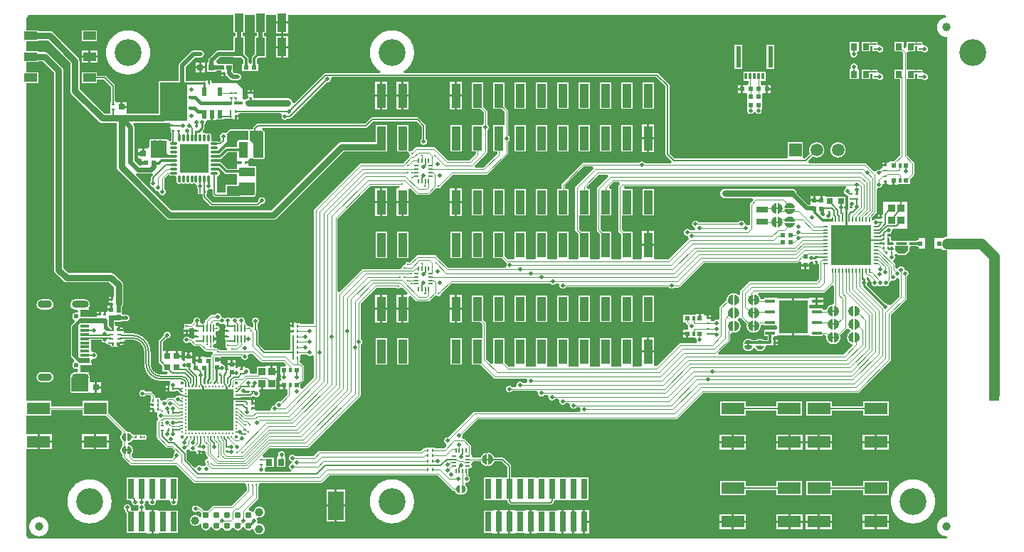
<source format=gtl>
G04*
G04 #@! TF.GenerationSoftware,Altium Limited,Altium Designer,24.6.1 (21)*
G04*
G04 Layer_Physical_Order=1*
G04 Layer_Color=255*
%FSLAX24Y24*%
%MOIN*%
G70*
G04*
G04 #@! TF.SameCoordinates,3324350E-0B28-4C73-BA69-32ECCD091292*
G04*
G04*
G04 #@! TF.FilePolarity,Positive*
G04*
G01*
G75*
%ADD10C,0.0060*%
%ADD11C,0.0098*%
%ADD13C,0.0079*%
%ADD14C,0.0059*%
%ADD15C,0.0050*%
%ADD16C,0.0100*%
%ADD19C,0.0049*%
%ADD21O,0.0669X0.0354*%
%ADD22O,0.0787X0.0354*%
%ADD25R,0.0106X0.0118*%
%ADD26R,0.0118X0.0106*%
%ADD27O,0.0256X0.0079*%
%ADD28R,0.0315X0.0295*%
%ADD29R,0.0295X0.0315*%
%ADD30O,0.0335X0.0118*%
%ADD31R,0.0400X0.1130*%
%ADD32R,0.0433X0.0630*%
%ADD33R,0.0236X0.0394*%
%ADD34R,0.0449X0.0236*%
%ADD35R,0.0449X0.0118*%
%ADD36R,0.0236X0.0079*%
%ADD37R,0.0256X0.0197*%
%ADD38R,0.0335X0.0374*%
%ADD39R,0.0551X0.0295*%
%ADD40O,0.0118X0.0335*%
%ADD41R,0.1378X0.1378*%
%ADD42R,0.0453X0.0177*%
%ADD43O,0.0098X0.0335*%
%ADD48O,0.0079X0.0256*%
%ADD49R,0.1850X0.1850*%
%ADD50R,0.0728X0.1358*%
%ADD51R,0.1083X0.0551*%
%ADD52R,0.0591X0.0394*%
%ADD53R,0.0236X0.0217*%
%ADD54R,0.0217X0.0236*%
%ADD55R,0.0197X0.0157*%
%ADD56R,0.0236X0.0236*%
%ADD57R,0.0157X0.0236*%
%ADD58R,0.0299X0.0945*%
%ADD59R,0.0402X0.0862*%
%ADD60R,0.0300X0.0320*%
%ADD61R,0.0445X0.0717*%
%ADD62R,0.0717X0.0445*%
%ADD63R,0.0236X0.1024*%
%ADD64R,0.0118X0.0315*%
%ADD65R,0.0315X0.0295*%
%ADD66R,0.0228X0.0197*%
%ADD67R,0.0197X0.0256*%
%ADD68R,0.0197X0.0236*%
%ADD69R,0.0236X0.0197*%
%ADD88C,0.0118*%
%ADD132C,0.0060*%
%ADD133C,0.0310*%
%AMCUSTOMSHAPE134*
4,1,6,0.0118,-0.0039,-0.0118,-0.0039,-0.0118,0.0039,0.0039,0.0039,0.0039,0.0118,0.0118,0.0118,0.0118,-0.0039,0.0*%
%ADD134CUSTOMSHAPE134*%

%AMCUSTOMSHAPE135*
4,1,6,-0.0039,0.0039,0.0118,0.0039,0.0118,-0.0039,-0.0118,-0.0039,-0.0118,0.0118,-0.0039,0.0118,-0.0039,0.0039,0.0*%
%ADD135CUSTOMSHAPE135*%

%AMCUSTOMSHAPE136*
4,1,6,0.0118,-0.0118,0.0039,-0.0118,0.0039,-0.0039,-0.0118,-0.0039,-0.0118,0.0039,0.0118,0.0039,0.0118,-0.0118,0.0*%
%ADD136CUSTOMSHAPE136*%

%AMCUSTOMSHAPE137*
4,1,6,0.0118,-0.0039,-0.0039,-0.0039,-0.0039,-0.0118,-0.0118,-0.0118,-0.0118,0.0039,0.0118,0.0039,0.0118,-0.0039,0.0*%
%ADD137CUSTOMSHAPE137*%

%ADD138C,0.0079*%
%ADD139R,0.1339X0.1575*%
%ADD140O,0.0256X0.0087*%
%ADD141O,0.0087X0.0256*%
%ADD142C,0.0157*%
%ADD143C,0.0089*%
%ADD144R,0.2126X0.1969*%
%ADD145C,0.0060*%
%ADD146C,0.0394*%
%ADD147C,0.0118*%
%ADD148C,0.0106*%
%ADD149C,0.0315*%
%ADD150C,0.0177*%
%ADD151C,0.0236*%
%ADD152C,0.0197*%
%ADD153C,0.0080*%
%ADD154C,0.0157*%
%ADD155C,0.0500*%
%ADD156C,0.0059*%
%ADD157C,0.0074*%
%ADD158C,0.0074*%
%ADD159C,0.0089*%
%ADD160C,0.0065*%
%ADD161R,0.1298X0.1841*%
%ADD162R,0.0742X0.0325*%
%ADD163R,0.0157X0.0157*%
%ADD164R,0.0160X0.0060*%
%ADD165R,0.0320X0.0352*%
%ADD166R,0.0500X0.0300*%
%ADD167R,0.0134X0.0157*%
%ADD168R,0.0384X0.0157*%
%ADD169C,0.0236*%
%ADD170C,0.0591*%
%ADD171R,0.0591X0.0591*%
%ADD172C,0.0390*%
%ADD173C,0.1260*%
%ADD174C,0.0197*%
%ADD175C,0.0240*%
G36*
X9910Y24796D02*
Y23947D01*
X10012D01*
Y23774D01*
X9910D01*
Y23120D01*
X9193D01*
X9172Y23119D01*
X9152Y23115D01*
X9133Y23108D01*
X9114Y23099D01*
X9097Y23088D01*
X9081Y23074D01*
X8767Y22760D01*
X8754Y22745D01*
X8742Y22727D01*
X8733Y22709D01*
X8726Y22689D01*
X8722Y22669D01*
X8721Y22649D01*
Y22539D01*
X8669D01*
Y22106D01*
X9082D01*
Y22175D01*
X9318D01*
X9334Y22093D01*
X9467D01*
Y22043D01*
X9517D01*
Y21905D01*
X9599D01*
X9599Y21905D01*
Y21905D01*
X9668Y21851D01*
X9751Y21768D01*
X9754Y21765D01*
X9758Y21761D01*
X9762Y21758D01*
X9766Y21755D01*
X9770Y21752D01*
X9775Y21749D01*
X9779Y21746D01*
X9783Y21743D01*
X9788Y21741D01*
X9792Y21738D01*
X9797Y21736D01*
X9802Y21734D01*
X9807Y21732D01*
X9811Y21730D01*
X9816Y21729D01*
X9821Y21727D01*
X9826Y21726D01*
X9831Y21725D01*
X9837Y21724D01*
X9842Y21723D01*
X9847Y21723D01*
X9852Y21722D01*
X9857D01*
X9862Y21722D01*
X10104D01*
X10109Y21722D01*
X10114D01*
X10119Y21723D01*
X10124Y21723D01*
X10129Y21724D01*
X10134Y21725D01*
X10139Y21726D01*
X10144Y21727D01*
X10149Y21729D01*
X10154Y21730D01*
X10159Y21732D01*
X10164Y21734D01*
X10169Y21736D01*
X10173Y21738D01*
X10178Y21741D01*
X10183Y21743D01*
X10187Y21746D01*
X10191Y21749D01*
X10195Y21752D01*
X10200Y21755D01*
X10204Y21758D01*
X10208Y21761D01*
X10211Y21765D01*
X10215Y21768D01*
X10219Y21772D01*
X10222Y21776D01*
X10225Y21780D01*
X10229Y21784D01*
X10232Y21788D01*
X10235Y21792D01*
X10237Y21797D01*
X10240Y21801D01*
X10243Y21806D01*
X10245Y21810D01*
X10247Y21815D01*
X10249Y21820D01*
X10251Y21824D01*
X10253Y21829D01*
X10254Y21834D01*
X10256Y21839D01*
X10257Y21844D01*
X10258Y21849D01*
X10259Y21854D01*
X10260Y21859D01*
X10260Y21864D01*
X10261Y21870D01*
Y21875D01*
X10261Y21880D01*
X10261Y21885D01*
Y21890D01*
X10260Y21895D01*
X10260Y21901D01*
X10259Y21906D01*
X10258Y21911D01*
X10257Y21916D01*
X10256Y21921D01*
X10254Y21926D01*
X10253Y21931D01*
X10251Y21935D01*
X10249Y21940D01*
X10247Y21945D01*
X10245Y21950D01*
X10243Y21954D01*
X10240Y21959D01*
X10237Y21963D01*
X10235Y21968D01*
X10232Y21972D01*
X10229Y21976D01*
X10225Y21980D01*
X10222Y21984D01*
X10219Y21988D01*
X10215Y21992D01*
X10211Y21995D01*
X10208Y21999D01*
X10204Y22002D01*
X10200Y22005D01*
X10195Y22008D01*
X10191Y22011D01*
X10187Y22014D01*
X10183Y22017D01*
X10178Y22019D01*
X10173Y22021D01*
X10169Y22023D01*
X10164Y22026D01*
X10159Y22027D01*
X10154Y22029D01*
X10149Y22031D01*
X10144Y22032D01*
X10139Y22033D01*
X10134Y22035D01*
X10129Y22035D01*
X10124Y22036D01*
X10119Y22037D01*
X10114Y22037D01*
X10109D01*
X10104Y22038D01*
X9928D01*
X9883Y22082D01*
X9879Y22175D01*
X9879D01*
Y22490D01*
X9720D01*
X9715Y22490D01*
X9692D01*
X9686Y22490D01*
X9599D01*
X9505Y22490D01*
Y22490D01*
X9505D01*
Y22490D01*
X9323D01*
X9318Y22490D01*
X9157D01*
X9155Y22491D01*
X9084Y22585D01*
X9086Y22632D01*
X9258Y22805D01*
X9910D01*
Y22794D01*
X10257D01*
X10364Y22687D01*
Y22500D01*
X10305D01*
Y22165D01*
X10659D01*
Y22165D01*
X10699D01*
Y22165D01*
X11053D01*
Y22500D01*
X10994D01*
Y22717D01*
X11071Y22794D01*
X11430D01*
Y23774D01*
X11328D01*
Y23947D01*
X11430D01*
Y24796D01*
X11890D01*
Y24487D01*
X12450D01*
Y24796D01*
X43210Y24796D01*
X43282Y24712D01*
X43281Y24709D01*
X43255Y24664D01*
X43238Y24662D01*
X43203Y24655D01*
X43168Y24645D01*
X43135Y24633D01*
X43102Y24618D01*
X43071Y24601D01*
X43041Y24581D01*
X43013Y24559D01*
X42987Y24534D01*
X42963Y24508D01*
X42941Y24480D01*
X42921Y24450D01*
X42903Y24419D01*
X42888Y24387D01*
X42876Y24353D01*
X42866Y24319D01*
X42859Y24284D01*
X42855Y24248D01*
X42854Y24213D01*
X42855Y24177D01*
X42859Y24141D01*
X42866Y24106D01*
X42876Y24072D01*
X42888Y24038D01*
X42903Y24006D01*
X42921Y23975D01*
X42941Y23945D01*
X42963Y23917D01*
X42987Y23891D01*
X43013Y23867D01*
X43041Y23844D01*
X43071Y23825D01*
X43102Y23807D01*
X43135Y23792D01*
X43168Y23780D01*
X43203Y23770D01*
X43238Y23763D01*
X43273Y23759D01*
X43309Y23758D01*
X43323Y23744D01*
X43322Y14380D01*
X43320D01*
X43289Y14379D01*
X43259Y14374D01*
X43229Y14367D01*
X43200Y14356D01*
X43172Y14343D01*
X43146Y14327D01*
X43146Y14327D01*
X43053Y14323D01*
X43053Y14323D01*
X42738D01*
Y13811D01*
X43053D01*
X43122Y13749D01*
Y13749D01*
X43260D01*
Y13649D01*
X43122D01*
Y13567D01*
X43255D01*
X43322Y13500D01*
X43321Y1254D01*
X43309Y1242D01*
X43273Y1241D01*
X43238Y1237D01*
X43203Y1230D01*
X43168Y1220D01*
X43135Y1208D01*
X43102Y1193D01*
X43071Y1175D01*
X43041Y1156D01*
X43013Y1133D01*
X42987Y1109D01*
X42963Y1083D01*
X42941Y1055D01*
X42921Y1025D01*
X42903Y994D01*
X42888Y962D01*
X42876Y928D01*
X42866Y894D01*
X42859Y859D01*
X42855Y823D01*
X42854Y787D01*
X42855Y752D01*
X42859Y716D01*
X42866Y681D01*
X42876Y647D01*
X42888Y613D01*
X42903Y581D01*
X42921Y550D01*
X42941Y520D01*
X42963Y492D01*
X42987Y466D01*
X43013Y441D01*
X43041Y419D01*
X43071Y399D01*
X43102Y382D01*
X43135Y367D01*
X43168Y355D01*
X43203Y345D01*
X43238Y338D01*
X43273Y334D01*
X43309Y332D01*
X43321Y321D01*
X43321Y204D01*
X381D01*
X343Y211D01*
X307Y226D01*
X275Y248D01*
X248Y275D01*
X226Y307D01*
X211Y343D01*
X204Y381D01*
Y400D01*
Y4408D01*
X723D01*
Y4763D01*
Y5117D01*
X204D01*
Y6003D01*
X1373D01*
Y6253D01*
X2830D01*
Y6003D01*
X3912D01*
X4665Y5250D01*
X4672Y5216D01*
X4676Y5152D01*
X4655Y5125D01*
X4652Y5121D01*
X4649Y5117D01*
X4632Y5087D01*
X4629Y5082D01*
X4627Y5078D01*
X4616Y5046D01*
X4614Y5041D01*
X4613Y5036D01*
X4607Y5002D01*
X4607Y4997D01*
X4606Y4992D01*
X4606Y4974D01*
X4606Y4957D01*
X4607Y4952D01*
X4607Y4947D01*
X4613Y4913D01*
X4614Y4908D01*
X4616Y4903D01*
X4627Y4871D01*
X4629Y4866D01*
X4632Y4862D01*
X4649Y4832D01*
X4652Y4828D01*
X4655Y4824D01*
X4676Y4797D01*
X4680Y4794D01*
X4684Y4790D01*
X4695Y4781D01*
Y4559D01*
X4684Y4550D01*
X4680Y4546D01*
X4676Y4543D01*
X4655Y4516D01*
X4652Y4512D01*
X4649Y4508D01*
X4632Y4478D01*
X4629Y4474D01*
X4627Y4469D01*
X4616Y4437D01*
X4614Y4432D01*
X4613Y4427D01*
X4607Y4393D01*
X4607Y4388D01*
X4606Y4383D01*
X4606Y4366D01*
X4606Y4348D01*
X4607Y4343D01*
X4607Y4338D01*
X4613Y4304D01*
X4614Y4299D01*
X4616Y4295D01*
X4627Y4262D01*
X4629Y4258D01*
X4632Y4253D01*
X4649Y4223D01*
X4652Y4219D01*
X4655Y4215D01*
X4676Y4188D01*
X4680Y4185D01*
X4684Y4181D01*
X4695Y4172D01*
Y4066D01*
X4696Y4053D01*
X4699Y4040D01*
X4704Y4028D01*
X4711Y4017D01*
X4719Y4007D01*
X5039Y3687D01*
X5049Y3678D01*
X5060Y3671D01*
X5073Y3666D01*
X5085Y3663D01*
X5098Y3662D01*
X7210D01*
X8021Y2851D01*
X8031Y2843D01*
X8042Y2836D01*
X8054Y2831D01*
X8067Y2828D01*
X8080Y2827D01*
X10410D01*
X10426Y2819D01*
X10438Y2809D01*
X10486Y2748D01*
Y2729D01*
X10489Y2711D01*
X10495Y2693D01*
X10503Y2676D01*
X10514Y2661D01*
X10520Y2655D01*
Y2496D01*
X9785Y1762D01*
X8975D01*
X8961Y1761D01*
X8949Y1758D01*
X8936Y1752D01*
X8925Y1746D01*
X8915Y1737D01*
X8694Y1515D01*
X8673Y1523D01*
X8649Y1528D01*
X8625Y1531D01*
X8601D01*
X8577Y1528D01*
X8554Y1523D01*
X8533Y1515D01*
X8369Y1679D01*
X8359Y1688D01*
X8348Y1695D01*
X8336Y1700D01*
X8323Y1703D01*
X8310Y1704D01*
X8250D01*
X8248Y1708D01*
X8235Y1724D01*
X8221Y1739D01*
X8204Y1751D01*
X8186Y1762D01*
X8167Y1769D01*
X8147Y1775D01*
X8127Y1777D01*
X8106D01*
X8086Y1775D01*
X8066Y1769D01*
X8047Y1762D01*
X8029Y1751D01*
X8013Y1739D01*
X7998Y1724D01*
X7985Y1708D01*
X7975Y1690D01*
X7967Y1671D01*
X7962Y1651D01*
X7959Y1630D01*
Y1610D01*
X7962Y1589D01*
X7967Y1569D01*
X7975Y1550D01*
X7985Y1532D01*
X7998Y1516D01*
X8013Y1501D01*
X8029Y1489D01*
X8047Y1478D01*
X8066Y1471D01*
X8086Y1465D01*
X8106Y1463D01*
X8127D01*
X8147Y1465D01*
X8167Y1471D01*
X8186Y1478D01*
X8204Y1489D01*
X8221Y1501D01*
X8303Y1493D01*
X8323Y1487D01*
X8328Y1484D01*
X8415Y1397D01*
X8407Y1376D01*
X8402Y1353D01*
X8399Y1329D01*
Y1305D01*
X8402Y1281D01*
X8407Y1257D01*
X8410Y1250D01*
X8325Y1208D01*
X8318Y1218D01*
X8302Y1237D01*
X8284Y1255D01*
X8265Y1271D01*
X8244Y1285D01*
X8222Y1297D01*
X8199Y1306D01*
X8175Y1313D01*
X8151Y1318D01*
X8126Y1321D01*
X8101D01*
X8076Y1318D01*
X8052Y1313D01*
X8028Y1306D01*
X8005Y1297D01*
X7983Y1285D01*
X7962Y1271D01*
X7943Y1255D01*
X7925Y1237D01*
X7909Y1218D01*
X7895Y1197D01*
X7883Y1175D01*
X7874Y1152D01*
X7867Y1128D01*
X7862Y1104D01*
X7859Y1079D01*
Y1054D01*
X7862Y1029D01*
X7867Y1005D01*
X7874Y981D01*
X7883Y958D01*
X7895Y936D01*
X7909Y915D01*
X7925Y896D01*
X7943Y878D01*
X7962Y862D01*
X7983Y848D01*
X8005Y837D01*
X8028Y827D01*
X8052Y820D01*
X8076Y815D01*
X8101Y813D01*
X8126D01*
X8151Y815D01*
X8175Y820D01*
X8199Y827D01*
X8222Y837D01*
X8244Y848D01*
X8265Y862D01*
X8284Y878D01*
X8302Y896D01*
X8318Y915D01*
X8325Y925D01*
X8410Y883D01*
X8407Y876D01*
X8402Y853D01*
X8399Y829D01*
Y805D01*
X8402Y781D01*
X8407Y757D01*
X8415Y735D01*
X8426Y713D01*
X8439Y693D01*
X8454Y674D01*
X8471Y657D01*
X8489Y642D01*
X8510Y629D01*
X8531Y619D01*
X8554Y611D01*
X8577Y605D01*
X8601Y603D01*
X8625D01*
X8649Y605D01*
X8673Y611D01*
X8695Y619D01*
X8717Y629D01*
X8737Y642D01*
X8756Y657D01*
X8773Y674D01*
X8788Y693D01*
X8801Y713D01*
X8811Y735D01*
X8814Y742D01*
X8863Y752D01*
X8913Y742D01*
X8915Y735D01*
X8926Y713D01*
X8939Y693D01*
X8954Y674D01*
X8971Y657D01*
X8989Y642D01*
X9010Y629D01*
X9031Y619D01*
X9054Y611D01*
X9078Y605D01*
X9101Y603D01*
X9125D01*
X9149Y605D01*
X9173Y611D01*
X9195Y619D01*
X9217Y629D01*
X9237Y642D01*
X9256Y657D01*
X9273Y674D01*
X9288Y693D01*
X9301Y713D01*
X9302Y714D01*
X9363Y722D01*
X9404Y713D01*
X9409Y703D01*
X9422Y681D01*
X9439Y661D01*
X9457Y642D01*
X9478Y626D01*
X9500Y612D01*
X9524Y600D01*
X9549Y592D01*
X9574Y586D01*
X9600Y583D01*
X9627D01*
X9653Y586D01*
X9678Y592D01*
X9703Y600D01*
X9727Y612D01*
X9749Y626D01*
X9769Y642D01*
X9788Y661D01*
X9804Y681D01*
X9818Y703D01*
X9823Y713D01*
X9864Y722D01*
X9925Y714D01*
X9926Y713D01*
X9939Y693D01*
X9954Y674D01*
X9971Y657D01*
X9989Y642D01*
X10010Y629D01*
X10031Y619D01*
X10054Y611D01*
X10078Y605D01*
X10101Y603D01*
X10125D01*
X10149Y605D01*
X10173Y611D01*
X10195Y619D01*
X10217Y629D01*
X10237Y642D01*
X10256Y657D01*
X10273Y674D01*
X10288Y693D01*
X10301Y713D01*
X10311Y735D01*
X10314Y742D01*
X10363Y752D01*
X10413Y742D01*
X10415Y735D01*
X10426Y713D01*
X10439Y693D01*
X10454Y674D01*
X10471Y657D01*
X10489Y642D01*
X10510Y629D01*
X10531Y619D01*
X10554Y611D01*
X10578Y605D01*
X10601Y603D01*
X10625D01*
X10649Y605D01*
X10673Y611D01*
X10695Y619D01*
X10717Y629D01*
X10737Y642D01*
X10756Y657D01*
X10765Y665D01*
X10805Y661D01*
X10861Y633D01*
X10862Y629D01*
X10867Y605D01*
X10874Y581D01*
X10883Y558D01*
X10895Y536D01*
X10909Y515D01*
X10925Y496D01*
X10943Y478D01*
X10962Y462D01*
X10983Y448D01*
X11005Y437D01*
X11028Y427D01*
X11052Y420D01*
X11076Y415D01*
X11101Y413D01*
X11126D01*
X11151Y415D01*
X11175Y420D01*
X11199Y427D01*
X11222Y437D01*
X11244Y448D01*
X11265Y462D01*
X11284Y478D01*
X11302Y496D01*
X11318Y515D01*
X11332Y536D01*
X11343Y558D01*
X11353Y581D01*
X11360Y605D01*
X11365Y629D01*
X11367Y654D01*
Y679D01*
X11365Y704D01*
X11360Y728D01*
X11353Y752D01*
X11343Y775D01*
X11332Y797D01*
X11318Y818D01*
X11302Y837D01*
X11284Y855D01*
X11265Y871D01*
X11244Y885D01*
X11222Y897D01*
X11199Y906D01*
X11175Y913D01*
X11151Y918D01*
X11126Y921D01*
X11101D01*
X11076Y918D01*
X11070Y917D01*
X11055Y928D01*
X11032Y953D01*
X11008Y999D01*
X11012Y1008D01*
X11018Y1028D01*
X11020Y1049D01*
Y1069D01*
X11018Y1090D01*
X11012Y1110D01*
X11004Y1129D01*
X11000Y1137D01*
X11014Y1172D01*
X11039Y1203D01*
X11058Y1219D01*
X11076Y1215D01*
X11101Y1213D01*
X11126D01*
X11151Y1215D01*
X11175Y1220D01*
X11199Y1227D01*
X11222Y1237D01*
X11244Y1248D01*
X11265Y1262D01*
X11284Y1278D01*
X11302Y1296D01*
X11318Y1315D01*
X11332Y1336D01*
X11343Y1358D01*
X11353Y1381D01*
X11360Y1405D01*
X11365Y1429D01*
X11367Y1454D01*
Y1479D01*
X11365Y1504D01*
X11360Y1528D01*
X11353Y1552D01*
X11343Y1575D01*
X11332Y1597D01*
X11318Y1618D01*
X11302Y1637D01*
X11284Y1655D01*
X11265Y1671D01*
X11244Y1685D01*
X11222Y1697D01*
X11199Y1706D01*
X11175Y1713D01*
X11151Y1718D01*
X11126Y1721D01*
X11101D01*
X11076Y1718D01*
X11052Y1713D01*
X11028Y1706D01*
X11005Y1697D01*
X10983Y1685D01*
X10962Y1671D01*
X10943Y1655D01*
X10925Y1637D01*
X10909Y1618D01*
X10895Y1597D01*
X10883Y1575D01*
X10874Y1552D01*
X10867Y1528D01*
X10862Y1504D01*
X10861Y1500D01*
X10805Y1473D01*
X10765Y1468D01*
X10756Y1476D01*
X10737Y1491D01*
X10717Y1504D01*
X10695Y1515D01*
X10673Y1523D01*
X10649Y1528D01*
X10641Y1529D01*
X10617Y1567D01*
X10604Y1625D01*
X11033Y2054D01*
X11041Y2064D01*
X11048Y2076D01*
X11053Y2088D01*
X11056Y2101D01*
X11057Y2114D01*
Y2655D01*
X11064Y2661D01*
X11075Y2676D01*
X11083Y2693D01*
X11089Y2711D01*
X11092Y2729D01*
Y2748D01*
X11140Y2809D01*
X11152Y2819D01*
X11167Y2827D01*
X13996D01*
X14009Y2828D01*
X14022Y2831D01*
X14034Y2836D01*
X14045Y2843D01*
X14055Y2851D01*
X14381Y3177D01*
X19453D01*
X20150Y2480D01*
X20160Y2471D01*
X20171Y2465D01*
X20184Y2460D01*
X20196Y2456D01*
X20210Y2455D01*
X20272D01*
X20279Y2436D01*
X20281Y2431D01*
X20283Y2427D01*
X20300Y2397D01*
X20303Y2393D01*
X20306Y2389D01*
X20328Y2362D01*
X20332Y2359D01*
X20335Y2355D01*
X20361Y2333D01*
X20366Y2330D01*
X20370Y2327D01*
X20399Y2310D01*
X20404Y2307D01*
X20409Y2305D01*
X20441Y2293D01*
X20446Y2292D01*
X20451Y2290D01*
X20468Y2287D01*
X20474Y2286D01*
X20476Y2286D01*
X20477Y2286D01*
X20481Y2286D01*
X20486Y2285D01*
X20487Y2285D01*
X20488Y2285D01*
X20493Y2286D01*
X20497Y2287D01*
X20499Y2287D01*
X20500Y2287D01*
X20513Y2291D01*
X20514Y2291D01*
X20515Y2291D01*
X20520Y2293D01*
X20524Y2295D01*
X20525Y2295D01*
X20526Y2296D01*
X20530Y2298D01*
X20534Y2301D01*
X20553Y2310D01*
X20573Y2301D01*
X20576Y2298D01*
X20580Y2296D01*
X20581Y2295D01*
X20583Y2295D01*
X20587Y2293D01*
X20591Y2291D01*
X20592Y2291D01*
X20593Y2291D01*
X20606Y2287D01*
X20608Y2287D01*
X20609Y2287D01*
X20613Y2286D01*
X20618Y2285D01*
X20619Y2285D01*
X20621Y2285D01*
X20625Y2286D01*
X20630Y2286D01*
X20631Y2286D01*
X20632Y2286D01*
X20639Y2287D01*
X20639Y2287D01*
X20656Y2290D01*
X20661Y2292D01*
X20666Y2293D01*
X20698Y2305D01*
X20702Y2307D01*
X20707Y2310D01*
X20737Y2327D01*
X20741Y2330D01*
X20745Y2333D01*
X20771Y2355D01*
X20775Y2359D01*
X20778Y2362D01*
X20800Y2389D01*
X20803Y2393D01*
X20806Y2397D01*
X20823Y2427D01*
X20825Y2431D01*
X20828Y2436D01*
X20839Y2468D01*
X20841Y2473D01*
X20842Y2478D01*
X20848Y2512D01*
X20848Y2517D01*
X20849Y2522D01*
X20849Y2539D01*
X20849Y2557D01*
X20848Y2562D01*
X20848Y2567D01*
X20842Y2601D01*
X20841Y2605D01*
X20839Y2610D01*
X20828Y2643D01*
X20825Y2647D01*
X20823Y2652D01*
X20806Y2682D01*
X20803Y2686D01*
X20800Y2690D01*
X20778Y2717D01*
X20775Y2720D01*
X20771Y2724D01*
X20768Y2727D01*
X20768Y2815D01*
X20779Y2836D01*
X20809Y2854D01*
X20830D01*
X20851Y2857D01*
X20870Y2862D01*
X20890Y2870D01*
X20907Y2881D01*
X20924Y2893D01*
X20938Y2908D01*
X20951Y2924D01*
X20961Y2942D01*
X20969Y2961D01*
X20974Y2981D01*
X20977Y3001D01*
Y3022D01*
X20974Y3043D01*
X20969Y3063D01*
X20961Y3082D01*
X20951Y3099D01*
X20938Y3116D01*
X20924Y3130D01*
X20907Y3143D01*
X20904Y3145D01*
Y3213D01*
X20903Y3226D01*
X20900Y3239D01*
X20894Y3251D01*
X20888Y3262D01*
X20887Y3262D01*
X20891Y3275D01*
X20892Y3291D01*
Y3461D01*
X20945Y3505D01*
X20974Y3520D01*
X20978Y3521D01*
X20994Y3524D01*
X21009Y3531D01*
X21023Y3539D01*
X21035Y3549D01*
X21045Y3562D01*
X21054Y3575D01*
X21060Y3590D01*
X21064Y3606D01*
X21065Y3622D01*
X21064Y3638D01*
X21060Y3654D01*
X21054Y3669D01*
X21045Y3682D01*
X21038Y3701D01*
X21045Y3719D01*
X21054Y3733D01*
X21060Y3748D01*
X21064Y3763D01*
X21065Y3780D01*
X21120Y3839D01*
X21125Y3843D01*
X21145Y3853D01*
X21487D01*
X21489Y3845D01*
X21499Y3816D01*
X21512Y3788D01*
X21528Y3762D01*
X21546Y3737D01*
X21567Y3714D01*
X21590Y3693D01*
X21615Y3675D01*
X21640Y3660D01*
X21641Y3659D01*
X21641Y3659D01*
X21669Y3646D01*
X21669Y3646D01*
X21698Y3636D01*
X21724Y3629D01*
X21725Y3629D01*
X21729Y3628D01*
X21743Y3627D01*
X21757Y3628D01*
X21770Y3632D01*
X21783Y3637D01*
X21790Y3641D01*
X21804Y3644D01*
X21815Y3642D01*
X21823Y3637D01*
X21835Y3632D01*
X21849Y3629D01*
X21863Y3628D01*
X21877Y3629D01*
X21882Y3630D01*
X21882Y3630D01*
X21906Y3636D01*
X21935Y3646D01*
X21935Y3646D01*
X21963Y3659D01*
X21963Y3659D01*
X21967Y3662D01*
X21989Y3675D01*
X22014Y3693D01*
X22037Y3714D01*
X22057Y3737D01*
X22076Y3762D01*
X22092Y3788D01*
X22105Y3816D01*
X22115Y3845D01*
X22116Y3847D01*
X22458D01*
X22733Y3572D01*
Y3071D01*
X22629D01*
X22617Y3071D01*
X22535D01*
X22523Y3071D01*
X22129D01*
X22117Y3071D01*
X22035D01*
X22023Y3071D01*
X21617D01*
Y2008D01*
X22023D01*
X22035Y2008D01*
X22117D01*
X22129Y2008D01*
X22523D01*
X22535Y2008D01*
X22617D01*
X22629Y2008D01*
X22737D01*
Y1976D01*
X22738Y1962D01*
X22742Y1948D01*
X22747Y1935D01*
X22754Y1923D01*
X22763Y1913D01*
X22839Y1837D01*
X22849Y1828D01*
X22861Y1821D01*
X22874Y1815D01*
X22888Y1812D01*
X22902Y1811D01*
X22902Y1811D01*
X24755D01*
X24769Y1812D01*
X24782Y1815D01*
X24795Y1821D01*
X24807Y1828D01*
X24818Y1837D01*
X24889Y1909D01*
X24898Y1919D01*
X24905Y1931D01*
X24911Y1944D01*
X24914Y1957D01*
X24915Y1971D01*
Y2008D01*
X25023D01*
X25035Y2008D01*
X25117D01*
X25129Y2008D01*
X25523D01*
X25535Y2008D01*
X25617D01*
X25629Y2008D01*
X26023D01*
X26035Y2008D01*
X26117D01*
X26129Y2008D01*
X26535D01*
Y3071D01*
X26129D01*
X26117Y3071D01*
X26035D01*
X26023Y3071D01*
X25629D01*
X25617Y3071D01*
X25535D01*
X25523Y3071D01*
X25129D01*
X25117Y3071D01*
X25035D01*
X25023Y3071D01*
X24629D01*
X24617Y3071D01*
X24535D01*
X24523Y3071D01*
X24129D01*
X24117Y3071D01*
X24035D01*
X24023Y3071D01*
X23629D01*
X23617Y3071D01*
X23535D01*
X23523Y3071D01*
X23129D01*
X23117Y3071D01*
X23035D01*
X23023Y3071D01*
X22911D01*
Y3609D01*
X22911Y3609D01*
X22910Y3623D01*
X22907Y3637D01*
X22901Y3649D01*
X22894Y3661D01*
X22885Y3672D01*
X22558Y3999D01*
X22547Y4008D01*
X22535Y4015D01*
X22523Y4021D01*
X22509Y4024D01*
X22495Y4025D01*
X22116D01*
X22115Y4027D01*
X22105Y4056D01*
X22092Y4084D01*
X22076Y4110D01*
X22057Y4135D01*
X22037Y4158D01*
X22014Y4179D01*
X21989Y4197D01*
X21967Y4210D01*
X21963Y4213D01*
X21963Y4213D01*
X21935Y4226D01*
X21935Y4226D01*
X21906Y4236D01*
X21882Y4242D01*
X21882Y4242D01*
X21877Y4243D01*
X21863Y4245D01*
X21849Y4243D01*
X21836Y4240D01*
X21823Y4235D01*
X21812Y4228D01*
X21803Y4227D01*
X21792Y4229D01*
X21782Y4235D01*
X21769Y4240D01*
X21755Y4244D01*
X21741Y4245D01*
X21727Y4244D01*
X21723Y4243D01*
X21723Y4243D01*
X21698Y4236D01*
X21669Y4226D01*
X21669Y4226D01*
X21641Y4213D01*
X21641Y4213D01*
X21638Y4211D01*
X21615Y4197D01*
X21590Y4179D01*
X21567Y4158D01*
X21546Y4135D01*
X21528Y4110D01*
X21512Y4084D01*
X21499Y4056D01*
X21489Y4027D01*
X21487Y4021D01*
X21145D01*
X21125Y4031D01*
X21120Y4035D01*
X21065Y4094D01*
X21064Y4111D01*
X21060Y4126D01*
X21054Y4141D01*
X21045Y4155D01*
X21035Y4167D01*
X21025Y4176D01*
Y4554D01*
X21024Y4567D01*
X21021Y4580D01*
X21015Y4592D01*
X21009Y4604D01*
X21000Y4614D01*
X20744Y4870D01*
X20734Y4878D01*
X20723Y4885D01*
X20711Y4890D01*
X20698Y4893D01*
X20685Y4894D01*
X20657D01*
X20656Y4895D01*
X20631Y4930D01*
X20611Y4989D01*
X20611Y4989D01*
X20619Y5009D01*
X20624Y5028D01*
X20627Y5049D01*
Y5070D01*
X20624Y5090D01*
X20623Y5094D01*
X21342Y5813D01*
X21363D01*
X21363Y5813D01*
X30640D01*
X30653Y5814D01*
X30666Y5817D01*
X30678Y5822D01*
X30689Y5829D01*
X30699Y5838D01*
X31904Y7043D01*
X39129D01*
X39142Y7044D01*
X39155Y7047D01*
X39167Y7052D01*
X39178Y7059D01*
X39188Y7067D01*
X40672Y8551D01*
X40681Y8561D01*
X40688Y8573D01*
X40693Y8585D01*
X40696Y8598D01*
X40697Y8611D01*
Y10715D01*
X41420Y11438D01*
X41428Y11448D01*
X41435Y11460D01*
X41440Y11472D01*
X41443Y11485D01*
X41444Y11498D01*
Y12526D01*
X41448Y12528D01*
X41464Y12541D01*
X41479Y12555D01*
X41492Y12572D01*
X41502Y12590D01*
X41510Y12609D01*
X41515Y12629D01*
X41518Y12649D01*
Y12670D01*
X41515Y12690D01*
X41510Y12710D01*
X41502Y12729D01*
X41492Y12747D01*
X41479Y12764D01*
X41464Y12778D01*
X41448Y12791D01*
X41430Y12801D01*
X41411Y12809D01*
X41391Y12814D01*
X41371Y12817D01*
X41346Y12823D01*
X41331Y12847D01*
X41328Y12867D01*
Y12867D01*
X41323Y12887D01*
X41315Y12906D01*
X41305Y12924D01*
X41292Y12941D01*
X41277Y12955D01*
X41261Y12968D01*
X41243Y12978D01*
X41224Y12986D01*
X41204Y12991D01*
X41184Y12994D01*
X41163D01*
X41143Y12991D01*
X41123Y12986D01*
X41104Y12978D01*
X41086Y12968D01*
X41069Y12955D01*
X41055Y12941D01*
X41042Y12924D01*
X41041Y12922D01*
X40962Y12900D01*
X40952Y12899D01*
X40908Y12934D01*
Y13048D01*
X40907Y13061D01*
X40904Y13074D01*
X40899Y13086D01*
X40892Y13097D01*
X40884Y13108D01*
X40809Y13183D01*
X40805Y13194D01*
X40804Y13218D01*
X40818Y13281D01*
X40828Y13297D01*
X40836Y13304D01*
X40851Y13318D01*
X40863Y13335D01*
X40873Y13352D01*
X40881Y13372D01*
X40887Y13391D01*
X40889Y13412D01*
Y13433D01*
X40887Y13453D01*
X40881Y13473D01*
X40873Y13492D01*
X40869Y13500D01*
X40866Y13524D01*
X40870Y13542D01*
X40954Y13573D01*
X40976Y13570D01*
X41034Y13512D01*
X41364D01*
X41554Y13702D01*
X41554Y13878D01*
X41581Y13905D01*
X41605Y13925D01*
X41649Y13945D01*
X41888D01*
Y13906D01*
X41990D01*
Y13811D01*
X42305D01*
Y14323D01*
X41990D01*
Y14228D01*
X41888D01*
Y14189D01*
X41630D01*
X41626Y14189D01*
X41369D01*
X41364Y14189D01*
X41003D01*
X40999Y14189D01*
X40753D01*
X40748Y14189D01*
X40734D01*
X40694Y14284D01*
X40706Y14331D01*
X40706D01*
Y14418D01*
X40574D01*
Y14519D01*
X40706D01*
Y14590D01*
X40713Y14599D01*
X40723Y14617D01*
X40731Y14636D01*
X40737Y14656D01*
X40739Y14676D01*
Y14697D01*
X40805Y14746D01*
X40824Y14755D01*
X41461D01*
Y16036D01*
X40332D01*
Y15411D01*
X40272D01*
Y15279D01*
X40172D01*
Y15411D01*
X40084D01*
Y15298D01*
X40073Y15275D01*
X40022Y15214D01*
X40002D01*
X39981Y15211D01*
X39961Y15206D01*
X39942Y15198D01*
X39924Y15188D01*
X39908Y15175D01*
X39893Y15161D01*
X39881Y15144D01*
X39880Y15144D01*
X39820Y15150D01*
X39786Y15165D01*
Y15268D01*
X40006Y15488D01*
X40015Y15498D01*
X40021Y15509D01*
X40027Y15521D01*
X40030Y15534D01*
X40031Y15547D01*
Y16607D01*
X40051Y16634D01*
X40080Y16655D01*
X40125Y16676D01*
X40130Y16675D01*
X40150D01*
X40171Y16678D01*
X40191Y16683D01*
X40210Y16691D01*
X40228Y16701D01*
X40244Y16714D01*
X40259Y16729D01*
X40271Y16745D01*
X40281Y16763D01*
X40287Y16777D01*
X40289Y16782D01*
X40289Y16782D01*
X40295Y16802D01*
X40301Y16844D01*
X40390Y16864D01*
X40392D01*
Y16996D01*
X40492D01*
Y16864D01*
X40546D01*
X40624Y16823D01*
X40624Y16823D01*
X40624Y16823D01*
X40771D01*
Y17020D01*
X40871D01*
Y16823D01*
X41018D01*
Y16843D01*
X41588D01*
Y17088D01*
X41766Y17265D01*
X41774Y17275D01*
X41781Y17287D01*
X41786Y17299D01*
X41789Y17312D01*
X41790Y17325D01*
Y17824D01*
X41789Y17837D01*
X41786Y17850D01*
X41781Y17862D01*
X41774Y17873D01*
X41766Y17883D01*
X41436Y18213D01*
Y21781D01*
X41839D01*
Y22023D01*
X41937D01*
Y21776D01*
X42163D01*
X42170Y21769D01*
X42186Y21757D01*
X42204Y21746D01*
X42223Y21738D01*
X42243Y21733D01*
X42263Y21730D01*
X42284D01*
X42305Y21733D01*
X42325Y21738D01*
X42344Y21746D01*
X42361Y21757D01*
X42378Y21769D01*
X42392Y21784D01*
X42405Y21800D01*
X42415Y21818D01*
X42423Y21837D01*
X42429Y21857D01*
X42431Y21877D01*
Y21898D01*
X42429Y21919D01*
X42423Y21939D01*
X42415Y21958D01*
X42405Y21975D01*
X42392Y21992D01*
X42378Y22006D01*
X42361Y22019D01*
X42344Y22029D01*
X42325Y22037D01*
X42305Y22043D01*
X42284Y22045D01*
X42263D01*
X42193Y22091D01*
X42188Y22096D01*
X42174Y22119D01*
Y22224D01*
X41937D01*
Y22201D01*
X41839D01*
Y22219D01*
X41436D01*
Y22986D01*
X41436Y23028D01*
X41497Y23070D01*
X41520Y23081D01*
X41839D01*
Y23323D01*
X41937D01*
Y23076D01*
X42163D01*
X42170Y23069D01*
X42186Y23057D01*
X42204Y23046D01*
X42223Y23038D01*
X42243Y23033D01*
X42263Y23030D01*
X42284D01*
X42305Y23033D01*
X42325Y23038D01*
X42344Y23046D01*
X42361Y23057D01*
X42378Y23069D01*
X42392Y23084D01*
X42405Y23100D01*
X42415Y23118D01*
X42423Y23137D01*
X42429Y23157D01*
X42431Y23177D01*
Y23198D01*
X42429Y23219D01*
X42423Y23239D01*
X42415Y23258D01*
X42405Y23275D01*
X42392Y23292D01*
X42378Y23306D01*
X42361Y23319D01*
X42344Y23329D01*
X42325Y23337D01*
X42305Y23343D01*
X42284Y23345D01*
X42263D01*
X42193Y23391D01*
X42188Y23396D01*
X42174Y23419D01*
Y23524D01*
X41937D01*
Y23501D01*
X41839D01*
Y23519D01*
X41421D01*
Y23278D01*
X41327Y23230D01*
X41289Y23258D01*
Y23519D01*
X40871D01*
Y23081D01*
X41181D01*
X41268Y22994D01*
Y22219D01*
X40871D01*
Y21781D01*
X41116D01*
Y18201D01*
X40853Y17938D01*
X40845Y17928D01*
X40838Y17917D01*
X40833Y17906D01*
X40644D01*
Y17906D01*
X40580Y17856D01*
X40492D01*
Y17724D01*
X40442D01*
Y17674D01*
X40304D01*
Y17592D01*
X40252Y17582D01*
X40239Y17579D01*
X40227Y17574D01*
X40227Y17574D01*
X40216Y17567D01*
X40206Y17559D01*
X40175Y17528D01*
X40171Y17529D01*
X40150Y17531D01*
X40130D01*
X40109Y17529D01*
X40089Y17523D01*
X40070Y17516D01*
X40052Y17505D01*
X40036Y17493D01*
X40021Y17478D01*
X40014Y17469D01*
X40002Y17460D01*
X39936Y17445D01*
X39914Y17445D01*
X39899Y17449D01*
X39536Y17813D01*
X39526Y17821D01*
X39515Y17828D01*
X39503Y17833D01*
X39490Y17836D01*
X39477Y17837D01*
X36858D01*
X36819Y17932D01*
X37039Y18151D01*
X37055Y18142D01*
X37083Y18129D01*
X37112Y18118D01*
X37142Y18110D01*
X37172Y18105D01*
X37203Y18102D01*
X37234D01*
X37265Y18105D01*
X37295Y18110D01*
X37325Y18118D01*
X37354Y18129D01*
X37382Y18142D01*
X37409Y18158D01*
X37434Y18175D01*
X37458Y18195D01*
X37480Y18217D01*
X37500Y18241D01*
X37517Y18266D01*
X37533Y18293D01*
X37546Y18321D01*
X37557Y18350D01*
X37565Y18380D01*
X37570Y18410D01*
X37573Y18441D01*
Y18472D01*
X37570Y18503D01*
X37565Y18533D01*
X37557Y18563D01*
X37546Y18592D01*
X37533Y18620D01*
X37517Y18647D01*
X37500Y18673D01*
X37480Y18696D01*
X37458Y18718D01*
X37434Y18738D01*
X37409Y18756D01*
X37382Y18771D01*
X37354Y18784D01*
X37325Y18795D01*
X37295Y18803D01*
X37265Y18808D01*
X37234Y18811D01*
X37203D01*
X37172Y18808D01*
X37142Y18803D01*
X37112Y18795D01*
X37083Y18784D01*
X37055Y18771D01*
X37028Y18756D01*
X37002Y18738D01*
X36979Y18718D01*
X36957Y18696D01*
X36937Y18673D01*
X36919Y18647D01*
X36904Y18620D01*
X36891Y18592D01*
X36880Y18563D01*
X36872Y18533D01*
X36867Y18503D01*
X36864Y18472D01*
Y18441D01*
X36867Y18410D01*
X36872Y18380D01*
X36880Y18350D01*
X36891Y18321D01*
X36904Y18293D01*
X36913Y18277D01*
X36678Y18042D01*
X36642D01*
X36573Y18102D01*
X36573Y18136D01*
Y18811D01*
X35864D01*
Y18136D01*
X35864Y18102D01*
X35795Y18042D01*
X30570D01*
X30321Y18291D01*
Y21482D01*
X30319Y21496D01*
X30316Y21510D01*
X30311Y21523D01*
X30304Y21535D01*
X30295Y21545D01*
X29808Y22031D01*
X29798Y22040D01*
X29786Y22048D01*
X29773Y22053D01*
X29760Y22056D01*
X29746Y22057D01*
X17895D01*
X17868Y22152D01*
X17888Y22164D01*
X17932Y22195D01*
X17975Y22228D01*
X18017Y22263D01*
X18056Y22300D01*
X18093Y22339D01*
X18128Y22381D01*
X18161Y22424D01*
X18192Y22468D01*
X18220Y22514D01*
X18246Y22562D01*
X18269Y22611D01*
X18290Y22661D01*
X18308Y22712D01*
X18324Y22764D01*
X18336Y22816D01*
X18346Y22870D01*
X18353Y22923D01*
X18357Y22977D01*
X18359Y23031D01*
X18357Y23086D01*
X18353Y23140D01*
X18346Y23193D01*
X18336Y23247D01*
X18324Y23299D01*
X18308Y23351D01*
X18290Y23402D01*
X18269Y23452D01*
X18246Y23501D01*
X18220Y23549D01*
X18192Y23595D01*
X18161Y23639D01*
X18128Y23682D01*
X18093Y23724D01*
X18056Y23763D01*
X18017Y23800D01*
X17975Y23835D01*
X17932Y23868D01*
X17888Y23899D01*
X17842Y23927D01*
X17794Y23953D01*
X17745Y23976D01*
X17695Y23997D01*
X17644Y24015D01*
X17592Y24031D01*
X17540Y24043D01*
X17486Y24053D01*
X17433Y24060D01*
X17379Y24064D01*
X17325Y24066D01*
X17270Y24064D01*
X17216Y24060D01*
X17163Y24053D01*
X17109Y24043D01*
X17057Y24031D01*
X17005Y24015D01*
X16954Y23997D01*
X16904Y23976D01*
X16855Y23953D01*
X16807Y23927D01*
X16761Y23899D01*
X16717Y23868D01*
X16674Y23835D01*
X16632Y23800D01*
X16593Y23763D01*
X16556Y23724D01*
X16521Y23682D01*
X16488Y23639D01*
X16457Y23595D01*
X16429Y23549D01*
X16403Y23501D01*
X16380Y23452D01*
X16359Y23402D01*
X16341Y23351D01*
X16325Y23299D01*
X16313Y23247D01*
X16303Y23193D01*
X16296Y23140D01*
X16292Y23086D01*
X16290Y23031D01*
X16292Y22977D01*
X16296Y22923D01*
X16303Y22870D01*
X16313Y22816D01*
X16325Y22764D01*
X16341Y22712D01*
X16359Y22661D01*
X16380Y22611D01*
X16403Y22562D01*
X16429Y22514D01*
X16457Y22468D01*
X16488Y22424D01*
X16521Y22381D01*
X16556Y22339D01*
X16593Y22300D01*
X16632Y22263D01*
X16674Y22228D01*
X16717Y22195D01*
X16761Y22164D01*
X16781Y22152D01*
X16754Y22057D01*
X14209D01*
X14209Y22057D01*
X14195Y22056D01*
X14182Y22053D01*
X14169Y22048D01*
X14157Y22040D01*
X14146Y22031D01*
X14146Y22031D01*
X12755Y20640D01*
X12697Y20655D01*
X12661Y20679D01*
X12660Y20688D01*
X12656Y20712D01*
X12649Y20736D01*
X12640Y20758D01*
X12628Y20779D01*
X12614Y20799D01*
X12598Y20817D01*
X12580Y20833D01*
X12560Y20848D01*
X12539Y20859D01*
X12516Y20869D01*
X12493Y20875D01*
X12469Y20879D01*
X12445Y20881D01*
X10821D01*
Y20989D01*
X10841D01*
Y21071D01*
X10566D01*
Y20989D01*
X10585D01*
Y20880D01*
X10578Y20879D01*
X10554Y20875D01*
X10530Y20869D01*
X10508Y20859D01*
X10487Y20848D01*
X10467Y20833D01*
X10457Y20824D01*
X10427Y20810D01*
X10344Y20851D01*
Y21314D01*
X10078Y21579D01*
X8952Y21579D01*
X8880Y21633D01*
Y21717D01*
X8798D01*
Y21579D01*
X8698D01*
Y21717D01*
X8616D01*
Y21697D01*
X8411D01*
Y21692D01*
X7657D01*
Y22361D01*
X8091Y22795D01*
X8359D01*
X8364Y22795D01*
X8370D01*
X8375Y22796D01*
X8380Y22796D01*
X8385Y22797D01*
X8390Y22798D01*
X8395Y22799D01*
X8400Y22800D01*
X8405Y22802D01*
X8410Y22803D01*
X8415Y22805D01*
X8420Y22807D01*
X8424Y22809D01*
X8429Y22811D01*
X8434Y22814D01*
X8438Y22816D01*
X8443Y22819D01*
X8447Y22822D01*
X8451Y22825D01*
X8455Y22828D01*
X8459Y22831D01*
X8463Y22834D01*
X8467Y22838D01*
X8471Y22841D01*
X8474Y22845D01*
X8478Y22849D01*
X8481Y22853D01*
X8485Y22857D01*
X8487Y22861D01*
X8491Y22865D01*
X8493Y22870D01*
X8496Y22874D01*
X8498Y22878D01*
X8501Y22883D01*
X8503Y22888D01*
X8505Y22892D01*
X8507Y22897D01*
X8509Y22902D01*
X8510Y22907D01*
X8512Y22912D01*
X8513Y22917D01*
X8514Y22922D01*
X8515Y22927D01*
X8516Y22932D01*
X8516Y22937D01*
X8517Y22942D01*
Y22948D01*
X8517Y22953D01*
X8517Y22958D01*
Y22963D01*
X8516Y22968D01*
X8516Y22973D01*
X8515Y22978D01*
X8514Y22984D01*
X8513Y22989D01*
X8512Y22994D01*
X8510Y22998D01*
X8509Y23003D01*
X8507Y23008D01*
X8505Y23013D01*
X8503Y23018D01*
X8501Y23023D01*
X8498Y23027D01*
X8496Y23032D01*
X8493Y23036D01*
X8491Y23040D01*
X8487Y23045D01*
X8485Y23049D01*
X8481Y23053D01*
X8478Y23057D01*
X8474Y23060D01*
X8471Y23064D01*
X8467Y23068D01*
X8463Y23071D01*
X8459Y23075D01*
X8455Y23078D01*
X8451Y23081D01*
X8447Y23084D01*
X8443Y23087D01*
X8438Y23089D01*
X8434Y23092D01*
X8429Y23094D01*
X8424Y23096D01*
X8420Y23099D01*
X8415Y23100D01*
X8410Y23102D01*
X8405Y23104D01*
X8400Y23105D01*
X8395Y23106D01*
X8390Y23108D01*
X8385Y23108D01*
X8380Y23109D01*
X8375Y23110D01*
X8370Y23110D01*
X8364D01*
X8359Y23111D01*
X8026D01*
X8005Y23109D01*
X7985Y23105D01*
X7965Y23099D01*
X7947Y23089D01*
X7930Y23078D01*
X7914Y23064D01*
X7388Y22538D01*
X7374Y22523D01*
X7363Y22506D01*
X7354Y22487D01*
X7347Y22468D01*
X7343Y22447D01*
X7342Y22427D01*
Y21688D01*
X6448D01*
X6437Y21687D01*
X6425Y21683D01*
X6415Y21678D01*
X6406Y21670D01*
X6399Y21661D01*
X6393Y21651D01*
X6390Y21640D01*
X6389Y21628D01*
Y20162D01*
X4903D01*
X4888Y20251D01*
X4888Y20257D01*
Y20427D01*
X4652D01*
Y20477D01*
X4602D01*
Y20703D01*
X4463D01*
X4415Y20703D01*
X4341Y20751D01*
Y21450D01*
X4339Y21464D01*
X4336Y21477D01*
X4331Y21490D01*
X4324Y21502D01*
X4315Y21513D01*
X3919Y21909D01*
X3908Y21918D01*
X3896Y21925D01*
X3883Y21930D01*
X3870Y21934D01*
X3856Y21935D01*
X3512D01*
Y22102D01*
X2804D01*
Y21590D01*
X3512D01*
Y21757D01*
X3819D01*
X4163Y21413D01*
Y20701D01*
X4134D01*
Y20252D01*
X4134D01*
X4123Y20162D01*
X3838D01*
X2682Y21319D01*
Y22637D01*
X2680Y22661D01*
X2676Y22685D01*
X2669Y22709D01*
X2660Y22731D01*
X2648Y22752D01*
X2634Y22772D01*
X2618Y22790D01*
X1441Y23968D01*
X1423Y23984D01*
X1403Y23998D01*
X1382Y24010D01*
X1359Y24019D01*
X1336Y24026D01*
X1312Y24030D01*
X1287Y24031D01*
X756D01*
Y24070D01*
X204D01*
Y24619D01*
X211Y24657D01*
X226Y24693D01*
X248Y24725D01*
X275Y24752D01*
X307Y24774D01*
X343Y24789D01*
X381Y24796D01*
X400D01*
X9910Y24796D01*
D02*
G37*
G36*
X10910Y23947D02*
X11012D01*
Y23774D01*
X10910D01*
Y22967D01*
X10792Y22850D01*
X10780Y22835D01*
X10770Y22820D01*
X10763Y22802D01*
X10759Y22784D01*
X10758Y22766D01*
Y22570D01*
X10699Y22500D01*
X10695D01*
X10601Y22570D01*
Y22736D01*
X10599Y22755D01*
X10595Y22773D01*
X10588Y22790D01*
X10578Y22806D01*
X10566Y22820D01*
X10430Y22956D01*
Y23774D01*
X10328D01*
Y23947D01*
X10430D01*
Y24796D01*
X10910D01*
Y23947D01*
D02*
G37*
G36*
X6938Y19720D02*
Y19638D01*
X7076D01*
Y19538D01*
X6938D01*
Y19456D01*
X6958D01*
Y19251D01*
X6988D01*
Y18902D01*
X6912Y18864D01*
X6896Y18872D01*
X6830Y18913D01*
X6829Y18914D01*
X6826Y18925D01*
X6821Y18935D01*
X6813Y18944D01*
X6804Y18951D01*
X6794Y18957D01*
X6783Y18960D01*
X6771Y18961D01*
X6041Y18961D01*
X6030Y18961D01*
X6030Y18961D01*
X6019Y18960D01*
X6008Y18957D01*
X5997Y18951D01*
X5988Y18944D01*
X5981Y18935D01*
X5975Y18925D01*
X5972Y18914D01*
X5971Y18902D01*
X5971Y18902D01*
X5971Y18892D01*
X5971Y18579D01*
X5876Y18526D01*
X5722D01*
Y18290D01*
X5672D01*
Y18240D01*
X5446D01*
Y18053D01*
X5505D01*
X5584Y18017D01*
X5584Y17959D01*
Y17890D01*
X5781D01*
Y17790D01*
X5584D01*
Y17730D01*
X5490Y17719D01*
X5255Y17954D01*
Y19519D01*
X5254Y19543D01*
X5249Y19565D01*
X5242Y19587D01*
X5231Y19608D01*
X5218Y19628D01*
X5213Y19634D01*
X5225Y19699D01*
X5238Y19729D01*
X6606D01*
X6607Y19729D01*
X6847D01*
X6938Y19720D01*
D02*
G37*
G36*
X10597Y18932D02*
X10118D01*
X10049Y18862D01*
Y18581D01*
X9528D01*
X9232Y18286D01*
X9013Y18286D01*
Y18404D01*
X9159D01*
X9603Y18848D01*
Y19211D01*
X9741Y19349D01*
X10597D01*
Y18932D01*
D02*
G37*
G36*
X11296Y19283D02*
Y18095D01*
X10843D01*
Y18767D01*
X10676Y18934D01*
Y19349D01*
X11230D01*
X11296Y19283D01*
D02*
G37*
G36*
X6771Y18902D02*
Y18308D01*
X6872Y18207D01*
X7103D01*
Y18089D01*
X6030D01*
Y18453D01*
X6030Y18902D01*
X6771Y18902D01*
D02*
G37*
G36*
X2248Y22547D02*
Y21229D01*
X2249Y21205D01*
X2253Y21181D01*
X2260Y21158D01*
X2269Y21135D01*
X2281Y21114D01*
X2295Y21094D01*
X2311Y21076D01*
X3595Y19792D01*
X3613Y19776D01*
X3633Y19762D01*
X3654Y19750D01*
X3677Y19741D01*
X3700Y19734D01*
X3724Y19730D01*
X3749Y19729D01*
X4435D01*
Y17653D01*
X4436Y17629D01*
X4440Y17605D01*
X4447Y17582D01*
X4456Y17559D01*
X4468Y17538D01*
X4482Y17518D01*
X4498Y17500D01*
X6758Y15240D01*
X6776Y15224D01*
X6796Y15210D01*
X6817Y15198D01*
X6840Y15189D01*
X6863Y15182D01*
X6887Y15178D01*
X6911Y15177D01*
X11763D01*
X11787Y15178D01*
X11811Y15182D01*
X11835Y15189D01*
X11857Y15198D01*
X11878Y15210D01*
X11898Y15224D01*
X11916Y15240D01*
X15052Y18376D01*
X16565D01*
Y18376D01*
X17084D01*
Y19624D01*
X16565D01*
Y18810D01*
X14962D01*
X14938Y18808D01*
X14914Y18804D01*
X14891Y18798D01*
X14868Y18788D01*
X14847Y18777D01*
X14827Y18762D01*
X14809Y18746D01*
X11673Y15611D01*
X7001D01*
X5343Y17269D01*
X5376Y17355D01*
X5384Y17361D01*
X5401Y17358D01*
X5424Y17356D01*
X6017D01*
X6040Y17358D01*
X6063Y17362D01*
X6085Y17370D01*
X6127Y17285D01*
X6072Y17231D01*
X6062Y17219D01*
X6054Y17206D01*
X6048Y17192D01*
X6045Y17177D01*
X6044Y17161D01*
Y17008D01*
X6038Y17004D01*
X6024Y16990D01*
X6011Y16973D01*
X6001Y16955D01*
X5993Y16936D01*
X5987Y16916D01*
X5985Y16896D01*
Y16875D01*
X5987Y16855D01*
X5993Y16835D01*
X6001Y16816D01*
X6011Y16798D01*
X6024Y16782D01*
X6038Y16767D01*
X6055Y16754D01*
X6072Y16744D01*
X6092Y16736D01*
X6111Y16731D01*
X6143Y16720D01*
X6170Y16699D01*
X6189Y16668D01*
X6197Y16640D01*
X6197Y16640D01*
X6202Y16620D01*
X6210Y16601D01*
X6220Y16583D01*
X6233Y16566D01*
X6247Y16552D01*
X6264Y16539D01*
X6282Y16529D01*
X6301Y16521D01*
X6321Y16516D01*
X6341Y16513D01*
X6341D01*
X6369Y16508D01*
X6396Y16489D01*
X6412Y16460D01*
X6417Y16440D01*
X6425Y16421D01*
X6435Y16403D01*
X6448Y16387D01*
X6463Y16372D01*
X6479Y16359D01*
X6497Y16349D01*
X6516Y16341D01*
X6536Y16336D01*
X6556Y16333D01*
X6577D01*
X6597Y16336D01*
X6617Y16341D01*
X6636Y16349D01*
X6654Y16359D01*
X6671Y16372D01*
X6685Y16387D01*
X6698Y16403D01*
X6708Y16421D01*
X6716Y16440D01*
X6721Y16460D01*
X6724Y16480D01*
Y16501D01*
X6721Y16521D01*
X6716Y16541D01*
X6708Y16560D01*
X6698Y16578D01*
X6685Y16595D01*
X6671Y16609D01*
X6654Y16622D01*
X6651Y16624D01*
Y17100D01*
X6827Y17277D01*
X6891D01*
X6905Y17265D01*
X6921Y17255D01*
X6938Y17248D01*
X6957Y17244D01*
X6975Y17242D01*
X7152D01*
X7169Y17237D01*
X7210Y17212D01*
X7235Y17170D01*
X7240Y17154D01*
Y16977D01*
X7242Y16958D01*
X7246Y16940D01*
X7253Y16923D01*
X7263Y16907D01*
X7275Y16893D01*
X7289Y16881D01*
X7305Y16871D01*
X7322Y16864D01*
X7340Y16860D01*
X7359Y16858D01*
X7377Y16860D01*
X7396Y16864D01*
X7413Y16871D01*
X7429Y16881D01*
X7443Y16893D01*
X7472D01*
X7486Y16881D01*
X7502Y16871D01*
X7519Y16864D01*
X7537Y16860D01*
X7556Y16858D01*
X7574Y16860D01*
X7592Y16864D01*
X7610Y16871D01*
X7625Y16881D01*
X7640Y16893D01*
X7669D01*
X7683Y16881D01*
X7699Y16871D01*
X7716Y16864D01*
X7734Y16860D01*
X7753Y16858D01*
X7771Y16860D01*
X7789Y16864D01*
X7806Y16871D01*
X7822Y16881D01*
X7837Y16893D01*
X7865D01*
X7880Y16881D01*
X7896Y16871D01*
X7913Y16864D01*
X7931Y16860D01*
X7950Y16858D01*
X7968Y16860D01*
X7986Y16864D01*
X8003Y16871D01*
X8019Y16881D01*
X8034Y16893D01*
X8062D01*
X8077Y16881D01*
X8093Y16871D01*
X8110Y16864D01*
X8114Y16863D01*
X8128Y16855D01*
X8138Y16846D01*
X8182Y16790D01*
X8184Y16785D01*
X8189Y16768D01*
Y16756D01*
X8191Y16735D01*
X8197Y16716D01*
X8201Y16705D01*
X8220Y16619D01*
X8220Y16619D01*
Y16382D01*
X8451D01*
Y16242D01*
X8452Y16228D01*
X8456Y16215D01*
X8461Y16202D01*
X8468Y16190D01*
X8477Y16179D01*
X8822Y15835D01*
X8832Y15826D01*
X8844Y15818D01*
X8857Y15813D01*
X8871Y15810D01*
X8885Y15809D01*
X11045D01*
X11059Y15810D01*
X11073Y15813D01*
X11085Y15818D01*
X11097Y15826D01*
X11108Y15835D01*
X11201Y15928D01*
X11220Y15925D01*
X11241D01*
X11261Y15928D01*
X11281Y15933D01*
X11300Y15941D01*
X11318Y15951D01*
X11334Y15964D01*
X11349Y15979D01*
X11362Y15995D01*
X11372Y16013D01*
X11380Y16032D01*
X11385Y16052D01*
X11388Y16072D01*
Y16093D01*
X11385Y16113D01*
X11380Y16133D01*
X11372Y16152D01*
X11362Y16170D01*
X11349Y16187D01*
X11334Y16201D01*
X11318Y16214D01*
X11300Y16224D01*
X11281Y16232D01*
X11261Y16237D01*
X11241Y16240D01*
X11220D01*
X11200Y16237D01*
X11180Y16232D01*
X11161Y16224D01*
X11143Y16214D01*
X11126Y16201D01*
X11112Y16187D01*
X11099Y16170D01*
X11089Y16152D01*
X11081Y16133D01*
X11076Y16113D01*
X11073Y16093D01*
Y16072D01*
X11075Y16053D01*
X11008Y15986D01*
X8922D01*
X8629Y16279D01*
Y16382D01*
X8669D01*
Y16522D01*
X8675Y16538D01*
X8722Y16609D01*
X8743Y16609D01*
X8743Y16609D01*
X8764Y16611D01*
X8783Y16617D01*
X8803Y16625D01*
X8820Y16635D01*
X8829Y16642D01*
X8865Y16635D01*
X8909Y16615D01*
X8924Y16603D01*
Y16385D01*
X8925Y16371D01*
X8928Y16358D01*
X8933Y16345D01*
X8941Y16333D01*
X8950Y16322D01*
X9002Y16270D01*
X9012Y16261D01*
X9024Y16254D01*
X9037Y16249D01*
X9051Y16245D01*
X9065Y16244D01*
X9606D01*
X9606Y16244D01*
X10817D01*
X10828Y16245D01*
X10839Y16249D01*
X10850Y16254D01*
X10859Y16262D01*
X10928Y16332D01*
X10936Y16341D01*
X10941Y16351D01*
X10945Y16362D01*
X10946Y16374D01*
Y16432D01*
X10948D01*
Y16936D01*
Y17128D01*
Y17691D01*
X10674D01*
X10593Y17722D01*
Y17810D01*
X10461D01*
Y17910D01*
X10593D01*
Y17998D01*
X10669Y18042D01*
X10816D01*
X10821Y18040D01*
X10832Y18037D01*
X10843Y18036D01*
X11296D01*
X11308Y18037D01*
X11319Y18040D01*
X11323Y18042D01*
X11358D01*
Y18877D01*
X11355D01*
Y19283D01*
X11354Y19294D01*
X11351Y19306D01*
X11345Y19316D01*
X11338Y19325D01*
X11272Y19391D01*
X11263Y19398D01*
X11253Y19404D01*
X11242Y19407D01*
X11257Y19498D01*
X16112D01*
X16126Y19499D01*
X16140Y19502D01*
X16153Y19507D01*
X16164Y19515D01*
X16175Y19524D01*
X16444Y19793D01*
X18479D01*
X18720Y19551D01*
Y18979D01*
X18705Y18967D01*
X18690Y18952D01*
X18678Y18936D01*
X18668Y18918D01*
X18660Y18899D01*
X18654Y18879D01*
X18652Y18859D01*
Y18838D01*
X18654Y18818D01*
X18660Y18798D01*
X18668Y18779D01*
X18678Y18761D01*
X18690Y18744D01*
X18705Y18730D01*
X18721Y18717D01*
X18739Y18707D01*
X18758Y18699D01*
X18778Y18694D01*
X18799Y18691D01*
X18819D01*
X18840Y18694D01*
X18860Y18699D01*
X18879Y18707D01*
X18897Y18717D01*
X18913Y18730D01*
X18928Y18744D01*
X18940Y18761D01*
X18951Y18779D01*
X18958Y18798D01*
X18964Y18818D01*
X18967Y18838D01*
Y18859D01*
X18964Y18879D01*
X18958Y18899D01*
X18951Y18918D01*
X18940Y18936D01*
X18928Y18952D01*
X18913Y18967D01*
X18898Y18979D01*
Y19588D01*
X18898Y19588D01*
X18897Y19602D01*
X18894Y19616D01*
X18888Y19629D01*
X18881Y19641D01*
X18872Y19651D01*
X18578Y19945D01*
X18568Y19954D01*
X18556Y19961D01*
X18543Y19966D01*
X18529Y19970D01*
X18515Y19971D01*
X16407D01*
X16394Y19970D01*
X16380Y19966D01*
X16367Y19961D01*
X16355Y19954D01*
X16345Y19945D01*
X16345Y19945D01*
X16075Y19675D01*
X11025D01*
X11025Y19675D01*
X11011Y19674D01*
X10998Y19671D01*
X10985Y19666D01*
X10973Y19658D01*
X10962Y19649D01*
X10962Y19649D01*
X10841Y19528D01*
X10832Y19517D01*
X10825Y19506D01*
X10819Y19493D01*
X10816Y19479D01*
X10815Y19465D01*
Y19408D01*
X10676D01*
X10664Y19407D01*
X10653Y19404D01*
X10643Y19398D01*
X10637Y19393D01*
X10630Y19398D01*
X10620Y19404D01*
X10609Y19407D01*
X10597Y19408D01*
X9741D01*
X9729Y19407D01*
X9718Y19404D01*
X9708Y19398D01*
X9699Y19391D01*
X9561Y19253D01*
X9554Y19244D01*
X9517Y19238D01*
X9480Y19242D01*
X9460Y19248D01*
X9439Y19250D01*
X9418D01*
X9398Y19248D01*
X9378Y19242D01*
X9359Y19234D01*
X9341Y19224D01*
X9325Y19212D01*
X9310Y19197D01*
X9298Y19181D01*
X9287Y19163D01*
X9279Y19144D01*
X9274Y19124D01*
X9271Y19103D01*
Y19083D01*
X9274Y19062D01*
X9279Y19042D01*
X9287Y19023D01*
X9298Y19005D01*
X9310Y18989D01*
X9302Y18906D01*
X9295Y18884D01*
X9239Y18827D01*
X9199D01*
X9190Y18834D01*
X9175Y18844D01*
X9157Y18851D01*
X9139Y18856D01*
X9121Y18857D01*
X8944D01*
X8927Y18863D01*
X8886Y18888D01*
X8861Y18929D01*
X8855Y18945D01*
Y19122D01*
X8854Y19141D01*
X8850Y19159D01*
X8842Y19176D01*
X8833Y19192D01*
X8821Y19206D01*
X8807Y19218D01*
X8791Y19228D01*
X8774Y19235D01*
X8755Y19239D01*
X8737Y19241D01*
X8718Y19239D01*
X8700Y19235D01*
X8683Y19228D01*
X8667Y19218D01*
X8653Y19206D01*
X8624D01*
X8610Y19218D01*
X8594Y19228D01*
X8577Y19235D01*
X8559Y19239D01*
X8540Y19241D01*
X8522Y19239D01*
X8517Y19238D01*
X8487Y19243D01*
X8473Y19250D01*
X8453Y19344D01*
X8456Y19361D01*
X8511Y19416D01*
X8523Y19429D01*
X8531Y19443D01*
X8538Y19459D01*
X8542Y19476D01*
X8543Y19493D01*
Y19654D01*
X8553Y19664D01*
X8566Y19681D01*
X8576Y19698D01*
X8584Y19717D01*
X8589Y19737D01*
X8592Y19758D01*
Y19779D01*
X8592Y19782D01*
X8616Y19832D01*
X8700Y19857D01*
X8700Y19857D01*
X8700Y19857D01*
X8847D01*
Y20132D01*
X8947D01*
Y19857D01*
X9094D01*
Y19876D01*
X9448D01*
Y19935D01*
X9667D01*
Y19906D01*
X9872D01*
Y19886D01*
X9954D01*
Y20024D01*
X10004D01*
Y20074D01*
X10135D01*
Y20162D01*
X10226Y20171D01*
X12101D01*
X12120Y20157D01*
X12131Y20140D01*
X12157Y20077D01*
X12156Y20075D01*
X12151Y20055D01*
X12148Y20034D01*
Y20014D01*
X12151Y19993D01*
X12156Y19973D01*
X12164Y19954D01*
X12175Y19936D01*
X12187Y19920D01*
X12202Y19905D01*
X12218Y19893D01*
X12236Y19883D01*
X12255Y19875D01*
X12275Y19869D01*
X12295Y19867D01*
X12316D01*
X12337Y19869D01*
X12356Y19875D01*
X12376Y19883D01*
X12393Y19893D01*
X12410Y19905D01*
X12424Y19920D01*
X12436Y19935D01*
X12539D01*
X12553Y19936D01*
X12567Y19940D01*
X12579Y19945D01*
X12591Y19952D01*
X12602Y19961D01*
X14260Y21619D01*
X14262Y21619D01*
X14282Y21616D01*
X14303D01*
X14324Y21619D01*
X14344Y21624D01*
X14363Y21632D01*
X14380Y21643D01*
X14397Y21655D01*
X14411Y21670D01*
X14424Y21686D01*
X14434Y21704D01*
X14442Y21723D01*
X14448Y21743D01*
X14450Y21763D01*
Y21784D01*
X14450Y21785D01*
X14492Y21858D01*
X14494Y21860D01*
X14522Y21880D01*
X17293D01*
X17295Y21880D01*
X17325Y21879D01*
X17354Y21880D01*
X17356Y21880D01*
X29709D01*
X30143Y21446D01*
Y18254D01*
X30144Y18241D01*
X30147Y18227D01*
X30153Y18214D01*
X30160Y18202D01*
X30169Y18192D01*
X30429Y17932D01*
X30390Y17837D01*
X29155D01*
X29154Y17839D01*
X29142Y17856D01*
X29127Y17870D01*
X29111Y17883D01*
X29093Y17893D01*
X29074Y17901D01*
X29054Y17906D01*
X29033Y17909D01*
X29013D01*
X28992Y17906D01*
X28972Y17901D01*
X28953Y17893D01*
X28935Y17883D01*
X28919Y17870D01*
X28904Y17856D01*
X28892Y17840D01*
X26280D01*
X26266Y17839D01*
X26254Y17836D01*
X26241Y17831D01*
X26230Y17824D01*
X26220Y17815D01*
X25291Y16886D01*
X25282Y16876D01*
X25275Y16865D01*
X25270Y16852D01*
X25267Y16840D01*
X25266Y16827D01*
Y16624D01*
X25065D01*
Y15376D01*
X25584D01*
Y16624D01*
X25434D01*
Y16792D01*
X26314Y17672D01*
X26722D01*
X26762Y17578D01*
X25938Y16753D01*
X25929Y16743D01*
X25922Y16732D01*
X25917Y16720D01*
X25914Y16707D01*
X25913Y16694D01*
Y14693D01*
X25914Y14680D01*
X25917Y14667D01*
X25922Y14655D01*
X25929Y14643D01*
X25938Y14633D01*
X26065Y14506D01*
Y14435D01*
X26065Y14432D01*
Y13376D01*
X25997Y13313D01*
X25652D01*
X25584Y13376D01*
X25584Y13408D01*
Y14624D01*
X25065D01*
Y13408D01*
X25065Y13376D01*
X24997Y13313D01*
X24652D01*
X24584Y13376D01*
X24584Y13408D01*
Y14624D01*
X24065D01*
Y13408D01*
X24065Y13376D01*
X23997Y13313D01*
X23652D01*
X23584Y13376D01*
X23584Y13408D01*
Y14624D01*
X23065D01*
Y13408D01*
X23065Y13376D01*
X22997Y13313D01*
X22765D01*
X22584Y13494D01*
Y14624D01*
X22065D01*
Y13376D01*
X22465D01*
X22671Y13170D01*
X22681Y13162D01*
X22692Y13149D01*
X22690Y13095D01*
X22685Y13073D01*
X22682Y13053D01*
Y13032D01*
X22682Y13031D01*
X22641Y12959D01*
X22638Y12956D01*
X22611Y12936D01*
X19963D01*
X19405Y13494D01*
X19395Y13503D01*
X19384Y13510D01*
X19372Y13515D01*
X19359Y13518D01*
X19346Y13519D01*
X18539D01*
X18526Y13518D01*
X18513Y13515D01*
X18501Y13510D01*
X18490Y13503D01*
X18480Y13494D01*
X18145Y13159D01*
X18143Y13162D01*
X18128Y13172D01*
X18111Y13181D01*
X18094Y13187D01*
X18075Y13190D01*
X18057D01*
X18038Y13187D01*
X18021Y13181D01*
X18004Y13172D01*
X17989Y13162D01*
X17976Y13148D01*
X17965Y13133D01*
X17960Y13124D01*
X17956Y13117D01*
Y13117D01*
X17951Y13099D01*
Y13099D01*
X17945Y13077D01*
X17924Y13054D01*
X17898Y13045D01*
X17880Y13043D01*
X17862Y13037D01*
X17845Y13028D01*
X17830Y13017D01*
X17817Y13004D01*
X17806Y12989D01*
X17798Y12973D01*
X17792Y12955D01*
X17789Y12937D01*
Y12918D01*
X17717Y12873D01*
X17703Y12869D01*
X15978D01*
X15964Y12867D01*
X15952Y12864D01*
X15939Y12859D01*
X15928Y12853D01*
X15918Y12844D01*
X14864Y11790D01*
X14770Y11829D01*
Y15226D01*
X16302Y16759D01*
X17674D01*
X17690Y16738D01*
X17644Y16644D01*
X17546D01*
Y16050D01*
X18103D01*
Y16610D01*
X18194Y16653D01*
X18483Y16364D01*
X18493Y16356D01*
X18504Y16349D01*
X18516Y16344D01*
X18529Y16341D01*
X18542Y16340D01*
X19025D01*
X19038Y16341D01*
X19051Y16344D01*
X19063Y16349D01*
X19075Y16356D01*
X19085Y16364D01*
X19343Y16623D01*
X19413Y16678D01*
X19429Y16667D01*
X19444Y16657D01*
X19461Y16648D01*
X19478Y16642D01*
X19497Y16639D01*
X19515D01*
X19534Y16642D01*
X19551Y16648D01*
X19568Y16657D01*
X19583Y16667D01*
X19596Y16681D01*
X19607Y16696D01*
X19616Y16712D01*
X19621Y16730D01*
X19624Y16748D01*
Y16757D01*
X20164Y17296D01*
X21770D01*
X21783Y17297D01*
X21796Y17300D01*
X21808Y17306D01*
X21819Y17312D01*
X21829Y17321D01*
X22746Y18238D01*
X22755Y18248D01*
X22762Y18259D01*
X22767Y18271D01*
X22770Y18284D01*
X22771Y18297D01*
Y18853D01*
X22775Y18855D01*
X22791Y18868D01*
X22806Y18882D01*
X22818Y18899D01*
X22829Y18916D01*
X22836Y18935D01*
X22842Y18955D01*
X22844Y18976D01*
Y18997D01*
X22842Y19017D01*
X22836Y19037D01*
X22829Y19056D01*
X22818Y19074D01*
X22806Y19090D01*
X22791Y19105D01*
X22775Y19117D01*
X22771Y19120D01*
Y20273D01*
X22770Y20286D01*
X22767Y20298D01*
X22762Y20311D01*
X22755Y20322D01*
X22746Y20332D01*
X22584Y20495D01*
Y21624D01*
X22065D01*
Y20376D01*
X22465D01*
X22603Y20238D01*
Y19710D01*
X22584Y19624D01*
X22065D01*
Y18376D01*
X22250D01*
Y18270D01*
X21612Y17632D01*
X21240D01*
X21201Y17726D01*
X21762Y18287D01*
X21771Y18297D01*
X21778Y18309D01*
X21783Y18321D01*
X21786Y18334D01*
X21787Y18347D01*
Y19374D01*
X21790Y19377D01*
X21807Y19389D01*
X21821Y19404D01*
X21834Y19420D01*
X21844Y19438D01*
X21852Y19457D01*
X21858Y19477D01*
X21860Y19498D01*
Y19518D01*
X21858Y19539D01*
X21852Y19559D01*
X21844Y19578D01*
X21834Y19596D01*
X21821Y19612D01*
X21807Y19627D01*
X21790Y19639D01*
X21787Y19641D01*
Y20257D01*
X21786Y20270D01*
X21783Y20283D01*
X21778Y20295D01*
X21771Y20306D01*
X21762Y20316D01*
X21584Y20495D01*
Y21624D01*
X21065D01*
Y20376D01*
X21465D01*
X21619Y20222D01*
Y19704D01*
X21584Y19624D01*
X21065D01*
Y18376D01*
X21250D01*
Y18270D01*
X20947Y17966D01*
X19940D01*
X19351Y18556D01*
X19341Y18564D01*
X19329Y18571D01*
X19317Y18576D01*
X19304Y18579D01*
X19291Y18580D01*
X18460D01*
X18446Y18579D01*
X18434Y18576D01*
X18421Y18571D01*
X18410Y18564D01*
X18400Y18556D01*
X18249Y18404D01*
X18240D01*
X18221Y18401D01*
X18204Y18395D01*
X18187Y18387D01*
X18178Y18380D01*
X18142Y18387D01*
X18111Y18399D01*
X18085Y18418D01*
X18084Y18443D01*
X18084Y18459D01*
Y19624D01*
X17565D01*
Y18376D01*
X18008D01*
X18056Y18376D01*
X18074Y18367D01*
X18089Y18353D01*
X18132Y18302D01*
X18132Y18299D01*
X18131Y18295D01*
X18131Y18277D01*
X18134Y18258D01*
X18140Y18240D01*
X18148Y18224D01*
X18159Y18209D01*
X18167Y18187D01*
X18124Y18114D01*
X17817Y17807D01*
X15850D01*
X15837Y17806D01*
X15824Y17803D01*
X15812Y17798D01*
X15801Y17791D01*
X15791Y17783D01*
X13692Y15684D01*
X13684Y15674D01*
X13677Y15663D01*
X13672Y15651D01*
X13669Y15638D01*
X13668Y15625D01*
Y10284D01*
X13026D01*
Y10318D01*
X12821D01*
Y10338D01*
X12739D01*
Y10200D01*
X12689D01*
Y10150D01*
X12558D01*
Y10062D01*
Y10000D01*
X12689D01*
Y9900D01*
X12558D01*
Y9812D01*
X12577D01*
Y9582D01*
X12577D01*
Y9568D01*
X12577D01*
Y9332D01*
X12577D01*
Y9318D01*
X12577D01*
Y9082D01*
X12499Y9043D01*
X11371D01*
X11071Y9342D01*
Y9976D01*
X11070Y9990D01*
X11067Y10004D01*
X11062Y10016D01*
X11055Y10028D01*
X11045Y10039D01*
X11045Y10039D01*
X11020Y10065D01*
Y10305D01*
X11035Y10317D01*
X11050Y10331D01*
X11062Y10348D01*
X11072Y10366D01*
X11080Y10385D01*
X11086Y10405D01*
X11088Y10425D01*
Y10446D01*
X11086Y10466D01*
X11080Y10486D01*
X11072Y10505D01*
X11062Y10523D01*
X11050Y10540D01*
X11035Y10554D01*
X11019Y10567D01*
X11001Y10577D01*
X10982Y10585D01*
X10962Y10590D01*
X10941Y10593D01*
X10921D01*
X10900Y10590D01*
X10880Y10585D01*
X10861Y10577D01*
X10843Y10567D01*
X10827Y10554D01*
X10812Y10540D01*
X10800Y10523D01*
X10789Y10505D01*
X10782Y10486D01*
X10776Y10466D01*
X10773Y10446D01*
Y10425D01*
X10776Y10405D01*
X10782Y10385D01*
X10789Y10366D01*
X10800Y10348D01*
X10812Y10331D01*
X10827Y10317D01*
X10842Y10305D01*
Y10192D01*
X10836Y10178D01*
X10748Y10118D01*
X10727Y10124D01*
X10719Y10140D01*
X10708Y10155D01*
X10695Y10168D01*
X10680Y10179D01*
X10663Y10188D01*
X10645Y10194D01*
X10627Y10196D01*
X10609D01*
X10571Y10205D01*
X10543Y10221D01*
X10521Y10246D01*
X10512Y10260D01*
X10501Y10273D01*
X10488Y10284D01*
X10474Y10293D01*
X10471Y10294D01*
X10461Y10302D01*
X10448Y10320D01*
X10421Y10375D01*
X10420Y10381D01*
X10418Y10399D01*
X10422Y10412D01*
X10425Y10432D01*
Y10453D01*
X10422Y10473D01*
X10416Y10493D01*
X10409Y10512D01*
X10398Y10530D01*
X10386Y10547D01*
X10371Y10561D01*
X10355Y10574D01*
X10337Y10584D01*
X10318Y10592D01*
X10298Y10597D01*
X10277Y10600D01*
X10257D01*
X10236Y10597D01*
X10216Y10592D01*
X10197Y10584D01*
X10179Y10574D01*
X10171Y10567D01*
X10153Y10560D01*
X10110Y10553D01*
X10067Y10560D01*
X10048Y10567D01*
X10040Y10574D01*
X10022Y10584D01*
X10003Y10592D01*
X9983Y10597D01*
X9962Y10600D01*
X9942D01*
X9921Y10597D01*
X9901Y10592D01*
X9882Y10584D01*
X9864Y10574D01*
X9857Y10568D01*
X9837Y10559D01*
X9795Y10553D01*
X9753Y10559D01*
X9733Y10568D01*
X9726Y10574D01*
X9708Y10584D01*
X9689Y10592D01*
X9669Y10597D01*
X9648Y10600D01*
X9628D01*
X9607Y10597D01*
X9587Y10592D01*
X9568Y10584D01*
X9550Y10574D01*
X9529Y10560D01*
X9495Y10552D01*
X9460Y10561D01*
X9440Y10574D01*
X9422Y10584D01*
X9403Y10592D01*
X9383Y10598D01*
X9383D01*
X9362Y10600D01*
X9339Y10618D01*
X9331Y10662D01*
X9326Y10682D01*
X9318Y10701D01*
X9308Y10719D01*
X9295Y10735D01*
X9281Y10750D01*
X9264Y10763D01*
X9246Y10773D01*
X9227Y10781D01*
X9207Y10786D01*
X9187Y10789D01*
X9166D01*
X9146Y10786D01*
X9126Y10781D01*
X9107Y10773D01*
X9089Y10763D01*
X9072Y10750D01*
X9058Y10735D01*
X9045Y10719D01*
X9043Y10715D01*
X8861D01*
X8847Y10714D01*
X8835Y10711D01*
X8822Y10706D01*
X8811Y10699D01*
X8801Y10691D01*
X8600Y10490D01*
X8592Y10480D01*
X8585Y10468D01*
X8580Y10456D01*
X8577Y10443D01*
X8576Y10430D01*
Y10385D01*
X8567Y10367D01*
X8561Y10360D01*
X8502Y10305D01*
X8485Y10304D01*
X8469Y10300D01*
X8453Y10293D01*
X8444Y10288D01*
X8384Y10308D01*
X8338Y10392D01*
X8343Y10412D01*
X8346Y10432D01*
Y10453D01*
X8343Y10473D01*
X8338Y10493D01*
X8330Y10512D01*
X8319Y10530D01*
X8307Y10547D01*
X8292Y10561D01*
X8276Y10574D01*
X8258Y10584D01*
X8239Y10592D01*
X8219Y10597D01*
X8198Y10600D01*
X8178D01*
X8157Y10597D01*
X8137Y10592D01*
X8118Y10584D01*
X8100Y10574D01*
X8084Y10561D01*
X8069Y10547D01*
X8057Y10530D01*
X8047Y10512D01*
X8039Y10493D01*
X8033Y10473D01*
X8031Y10453D01*
Y10432D01*
X8033Y10412D01*
X8034Y10408D01*
X7918Y10291D01*
X7824Y10297D01*
Y10297D01*
X7588D01*
Y10092D01*
X7568D01*
Y10011D01*
X7844D01*
Y10092D01*
X7934Y10101D01*
X7944Y10102D01*
X7957Y10105D01*
X7962Y10108D01*
X8017Y10083D01*
X8051Y10053D01*
Y10011D01*
X8188D01*
Y9911D01*
X8051D01*
Y9830D01*
X8050D01*
Y9748D01*
X8188D01*
Y9648D01*
X8050D01*
Y9634D01*
X7956Y9594D01*
X7943Y9607D01*
X7933Y9616D01*
X7922Y9623D01*
X7909Y9628D01*
X7897Y9631D01*
X7884Y9632D01*
X7837D01*
X7835Y9636D01*
X7822Y9652D01*
X7808Y9667D01*
X7791Y9679D01*
X7773Y9690D01*
X7754Y9698D01*
X7734Y9703D01*
X7714Y9706D01*
X7693D01*
X7673Y9703D01*
X7653Y9698D01*
X7634Y9690D01*
X7616Y9679D01*
X7599Y9667D01*
X7585Y9652D01*
X7572Y9636D01*
X7562Y9618D01*
X7554Y9599D01*
X7549Y9579D01*
X7546Y9558D01*
Y9538D01*
X7549Y9517D01*
X7554Y9497D01*
X7562Y9478D01*
X7572Y9460D01*
X7585Y9444D01*
X7599Y9429D01*
X7616Y9417D01*
X7634Y9407D01*
X7653Y9399D01*
X7673Y9393D01*
X7693Y9391D01*
X7714D01*
X7734Y9393D01*
X7754Y9399D01*
X7773Y9407D01*
X7791Y9417D01*
X7808Y9429D01*
X7888Y9413D01*
X7910Y9403D01*
X8041Y9272D01*
X8051Y9263D01*
X8062Y9257D01*
X8074Y9251D01*
X8087Y9248D01*
X8100Y9247D01*
X8339D01*
X8565Y9021D01*
X8575Y9013D01*
X8586Y9006D01*
X8598Y9001D01*
X8611Y8998D01*
X8624Y8997D01*
X8881D01*
X8944Y8912D01*
X8944Y8902D01*
X8939Y8898D01*
X8875Y8834D01*
X8866Y8824D01*
X8859Y8813D01*
X8854Y8801D01*
X8851Y8788D01*
X8850Y8775D01*
Y8722D01*
X8610D01*
X8524Y8742D01*
Y8742D01*
X8524Y8742D01*
X8377D01*
Y8565D01*
X8327D01*
Y8515D01*
X8130D01*
Y8402D01*
X8018D01*
X7960Y8496D01*
X7971Y8545D01*
X7971Y8611D01*
Y8691D01*
X7617D01*
X7617Y8590D01*
X7612Y8567D01*
X7611Y8565D01*
X7567Y8551D01*
X7480Y8605D01*
Y8730D01*
X7244D01*
Y8780D01*
X7194D01*
Y9007D01*
X6834D01*
Y8780D01*
X6734D01*
Y9007D01*
X6581D01*
Y9412D01*
X6780Y9611D01*
X6786Y9610D01*
X6807D01*
X6827Y9613D01*
X6847Y9618D01*
X6866Y9626D01*
X6884Y9636D01*
X6901Y9649D01*
X6915Y9664D01*
X6928Y9680D01*
X6938Y9698D01*
X6946Y9717D01*
X6951Y9737D01*
X6954Y9757D01*
Y9778D01*
X6951Y9798D01*
X6946Y9818D01*
X6938Y9837D01*
X6928Y9855D01*
X6915Y9872D01*
X6901Y9886D01*
X6884Y9899D01*
X6866Y9909D01*
X6847Y9917D01*
X6827Y9922D01*
X6807Y9925D01*
X6786D01*
X6766Y9922D01*
X6746Y9917D01*
X6727Y9909D01*
X6709Y9899D01*
X6693Y9886D01*
X6678Y9872D01*
X6665Y9855D01*
X6655Y9837D01*
X6647Y9818D01*
X6642Y9798D01*
X6639Y9778D01*
Y9757D01*
X6640Y9751D01*
X6412Y9523D01*
X6402Y9511D01*
X6394Y9498D01*
X6388Y9484D01*
X6385Y9468D01*
X6383Y9453D01*
Y8541D01*
X6385Y8526D01*
X6388Y8510D01*
X6394Y8496D01*
X6402Y8483D01*
X6412Y8471D01*
X6568Y8316D01*
Y8042D01*
X6806D01*
X6830Y8009D01*
X6782Y7914D01*
X6535D01*
X6534Y7914D01*
X6498Y7915D01*
X6461Y7919D01*
X6425Y7926D01*
X6389Y7935D01*
X6354Y7947D01*
X6319Y7961D01*
X6286Y7977D01*
X6254Y7996D01*
X6224Y8018D01*
X6195Y8041D01*
X6168Y8066D01*
X6142Y8093D01*
X6119Y8122D01*
X6098Y8153D01*
X6079Y8185D01*
X6062Y8218D01*
X6048Y8252D01*
X6037Y8287D01*
X6027Y8323D01*
X6021Y8360D01*
X6017Y8397D01*
X6016Y8432D01*
X6016Y8434D01*
Y8980D01*
X6016D01*
X6014Y9029D01*
X6010Y9077D01*
X6004Y9125D01*
X5994Y9173D01*
X5982Y9219D01*
X5967Y9266D01*
X5950Y9311D01*
X5930Y9355D01*
X5908Y9398D01*
X5883Y9440D01*
X5856Y9480D01*
X5827Y9519D01*
X5796Y9556D01*
X5763Y9591D01*
X5727Y9625D01*
X5690Y9656D01*
X5651Y9685D01*
X5611Y9712D01*
X5569Y9737D01*
X5526Y9759D01*
X5482Y9779D01*
X5437Y9796D01*
X5391Y9811D01*
X5344Y9823D01*
X5296Y9832D01*
X5248Y9839D01*
X5200Y9843D01*
X5151Y9845D01*
Y9845D01*
X4811D01*
X4787Y9867D01*
X4754Y9939D01*
X4755Y9939D01*
X4755Y9943D01*
X4559D01*
Y9993D01*
X4509D01*
Y10191D01*
X4441D01*
X4437Y10190D01*
X4412Y10197D01*
X4365Y10227D01*
X4350Y10242D01*
X4343Y10252D01*
Y10384D01*
X4616Y10384D01*
X4619Y10384D01*
X4675D01*
Y10423D01*
X4818D01*
X4821Y10421D01*
X4841Y10416D01*
X4862Y10413D01*
X4882D01*
X4903Y10416D01*
X4923Y10421D01*
X4942Y10429D01*
X4960Y10440D01*
X4976Y10452D01*
X4991Y10467D01*
X5003Y10483D01*
X5014Y10501D01*
X5021Y10520D01*
X5027Y10540D01*
X5030Y10561D01*
Y10581D01*
X5027Y10602D01*
X5021Y10622D01*
X5014Y10641D01*
X5003Y10659D01*
X4991Y10675D01*
X4976Y10690D01*
X4960Y10702D01*
X4942Y10712D01*
X4923Y10720D01*
X4903Y10726D01*
X4882Y10728D01*
X4862D01*
X4841Y10726D01*
X4821Y10720D01*
X4818Y10719D01*
X4754D01*
X4675Y10758D01*
Y10940D01*
X4676Y10945D01*
Y11102D01*
X4687Y11115D01*
X4701Y11135D01*
X4713Y11156D01*
X4722Y11178D01*
X4729Y11202D01*
X4733Y11226D01*
X4735Y11250D01*
Y12108D01*
X4733Y12132D01*
X4729Y12156D01*
X4722Y12180D01*
X4713Y12202D01*
X4701Y12223D01*
X4687Y12243D01*
X4671Y12261D01*
X4318Y12614D01*
X4300Y12630D01*
X4280Y12644D01*
X4259Y12656D01*
X4237Y12665D01*
X4213Y12672D01*
X4189Y12676D01*
X4165Y12678D01*
X2172D01*
X1929Y12920D01*
Y22176D01*
X1928Y22200D01*
X1924Y22224D01*
X1917Y22247D01*
X1908Y22270D01*
X1896Y22291D01*
X1882Y22311D01*
X1865Y22329D01*
X1211Y22983D01*
X1193Y23000D01*
X1173Y23014D01*
X1152Y23025D01*
X1129Y23035D01*
X1106Y23041D01*
X1082Y23046D01*
X1058Y23047D01*
X756D01*
Y23086D01*
X204D01*
Y23558D01*
X756D01*
Y23597D01*
X1198D01*
X2248Y22547D01*
D02*
G37*
G36*
X10049Y17557D02*
X9633D01*
X9293Y17897D01*
X9293Y18005D01*
X9633Y18345D01*
X10049D01*
Y17557D01*
D02*
G37*
G36*
X9514Y17321D02*
X10049D01*
Y16835D01*
X9567D01*
X9547Y16815D01*
X9547Y16451D01*
X9134D01*
Y17180D01*
X9252Y17298D01*
Y17406D01*
X9159Y17498D01*
X9013D01*
Y17617D01*
X9218D01*
X9514Y17321D01*
D02*
G37*
G36*
X10887Y16374D02*
X10817Y16304D01*
X9606D01*
Y16766D01*
X10114D01*
X10164Y16816D01*
Y16936D01*
X10887D01*
Y16374D01*
D02*
G37*
G36*
X36002Y15920D02*
X36030Y15910D01*
X36084Y15877D01*
X36116Y15844D01*
X36165Y15766D01*
X36175Y15736D01*
X35737Y15736D01*
X35753Y15786D01*
X35787Y15838D01*
X35816Y15867D01*
X35839Y15888D01*
X35878Y15911D01*
X35915Y15922D01*
X36002Y15920D01*
D02*
G37*
G36*
X38611Y16656D02*
X38611Y16656D01*
X38592Y16648D01*
X38574Y16638D01*
X38558Y16625D01*
X38543Y16611D01*
X38531Y16594D01*
X38520Y16576D01*
X38512Y16557D01*
X38507Y16537D01*
X38504Y16517D01*
Y16496D01*
X38507Y16476D01*
X38512Y16456D01*
X38520Y16437D01*
X38531Y16419D01*
X38543Y16402D01*
X38558Y16388D01*
X38574Y16375D01*
X38592Y16365D01*
X38611Y16357D01*
X38676Y16332D01*
X38692Y16257D01*
Y15665D01*
X38587D01*
X38571Y15673D01*
X38559Y15683D01*
X38509Y15746D01*
Y15767D01*
X38554Y15830D01*
X38554D01*
Y16263D01*
X38225D01*
X38141Y16263D01*
X38082Y16259D01*
X38023Y16263D01*
X37959Y16263D01*
X37692D01*
X37609Y16290D01*
X37526Y16290D01*
X37482D01*
Y16093D01*
X37382D01*
Y16290D01*
X37152D01*
Y16093D01*
X37102D01*
Y16043D01*
X36925D01*
Y15963D01*
X36925Y15897D01*
X36844Y15863D01*
X36824D01*
X36270Y16416D01*
X36269Y16434D01*
X36265Y16458D01*
X36259Y16481D01*
X36249Y16504D01*
X36238Y16525D01*
X36223Y16545D01*
X36207Y16563D01*
X36189Y16579D01*
X36169Y16593D01*
X36148Y16605D01*
X36126Y16614D01*
X36102Y16621D01*
X36078Y16625D01*
X36054Y16626D01*
X32916D01*
X32892Y16625D01*
X32868Y16621D01*
X32844Y16614D01*
X32822Y16605D01*
X32801Y16593D01*
X32781Y16579D01*
X32763Y16563D01*
X32746Y16545D01*
X32732Y16525D01*
X32721Y16504D01*
X32711Y16481D01*
X32705Y16458D01*
X32701Y16434D01*
X32699Y16409D01*
X32701Y16385D01*
X32705Y16361D01*
X32711Y16338D01*
X32721Y16315D01*
X32732Y16294D01*
X32746Y16274D01*
X32763Y16256D01*
X32781Y16240D01*
X32801Y16226D01*
X32822Y16214D01*
X32844Y16205D01*
X32868Y16198D01*
X32892Y16194D01*
X32916Y16193D01*
X34209D01*
X34248Y16098D01*
X34107Y15957D01*
X34098Y15947D01*
X34091Y15936D01*
X34086Y15924D01*
X34083Y15911D01*
X34082Y15898D01*
Y14953D01*
X34079Y14950D01*
X34029Y14924D01*
X33988Y14915D01*
X33981Y14920D01*
X33963Y14930D01*
X33944Y14938D01*
X33924Y14943D01*
X33904Y14946D01*
X33874Y14958D01*
X33854Y14985D01*
X33849Y15009D01*
X33843Y15029D01*
X33835Y15048D01*
X33825Y15066D01*
X33812Y15082D01*
X33798Y15097D01*
X33781Y15109D01*
X33764Y15119D01*
X33744Y15127D01*
X33725Y15133D01*
X33704Y15135D01*
X33683D01*
X33663Y15133D01*
X33643Y15127D01*
X33624Y15119D01*
X33606Y15109D01*
X33590Y15097D01*
X33575Y15082D01*
X33563Y15066D01*
X33560Y15062D01*
X31670D01*
X31669Y15064D01*
X31656Y15080D01*
X31642Y15095D01*
X31625Y15108D01*
X31608Y15118D01*
X31589Y15126D01*
X31569Y15131D01*
X31548Y15134D01*
X31527D01*
X31507Y15131D01*
X31487Y15126D01*
X31468Y15118D01*
X31450Y15108D01*
X31434Y15095D01*
X31419Y15080D01*
X31407Y15064D01*
X31396Y15046D01*
X31388Y15027D01*
X31383Y15007D01*
X31380Y14987D01*
Y14966D01*
X31383Y14946D01*
X31388Y14926D01*
X31396Y14907D01*
X31407Y14889D01*
X31419Y14872D01*
X31434Y14858D01*
X31450Y14845D01*
X31468Y14835D01*
X31487Y14827D01*
X31506Y14822D01*
X31508Y14821D01*
X31543Y14766D01*
X31545Y14750D01*
X31473Y14672D01*
X31288D01*
X31286Y14675D01*
X31274Y14691D01*
X31259Y14706D01*
X31243Y14719D01*
X31225Y14729D01*
X31206Y14737D01*
X31186Y14742D01*
X31165Y14745D01*
X31145D01*
X31124Y14742D01*
X31104Y14737D01*
X31085Y14729D01*
X31067Y14719D01*
X31051Y14706D01*
X31036Y14691D01*
X31024Y14675D01*
X31014Y14657D01*
X31006Y14638D01*
X31000Y14618D01*
X30998Y14598D01*
Y14577D01*
X31000Y14557D01*
X31006Y14537D01*
X31014Y14518D01*
X31024Y14500D01*
X31036Y14483D01*
X31051Y14469D01*
X31067Y14456D01*
X31085Y14446D01*
X31104Y14438D01*
X31124Y14433D01*
X31172Y14421D01*
X31192Y14397D01*
X31195Y14375D01*
X31201Y14355D01*
X31209Y14336D01*
X31219Y14318D01*
X31232Y14302D01*
X31243Y14284D01*
X31183Y14222D01*
X30274Y13313D01*
X29680D01*
X29603Y13356D01*
X29603Y13408D01*
Y13950D01*
X29046D01*
Y13408D01*
X29046Y13356D01*
X28969Y13313D01*
X28652D01*
X28584Y13376D01*
Y14624D01*
X28172D01*
X28086Y14710D01*
Y15376D01*
X28584D01*
Y16624D01*
X28224D01*
X28176Y16719D01*
X28200Y16750D01*
X38599D01*
X38611Y16656D01*
D02*
G37*
G36*
X36192Y15655D02*
X36173Y15625D01*
X36092Y15545D01*
X36069Y15524D01*
X36030Y15501D01*
X35993Y15490D01*
X35906Y15492D01*
X35878Y15502D01*
X35824Y15535D01*
X35792Y15568D01*
X35770Y15604D01*
X35735Y15643D01*
X35732Y15675D01*
X36172Y15676D01*
X36192Y15655D01*
D02*
G37*
G36*
X35324Y15488D02*
X35274Y15504D01*
X35222Y15539D01*
X35193Y15568D01*
X35172Y15591D01*
X35149Y15630D01*
X35138Y15667D01*
X35140Y15754D01*
X35150Y15782D01*
X35183Y15836D01*
X35216Y15868D01*
X35295Y15917D01*
X35324Y15926D01*
X35324Y15488D01*
D02*
G37*
G36*
X35435Y15924D02*
X35515Y15844D01*
X35536Y15821D01*
X35559Y15782D01*
X35570Y15745D01*
X35568Y15658D01*
X35558Y15630D01*
X35525Y15576D01*
X35492Y15544D01*
X35456Y15521D01*
X35417Y15487D01*
X35386Y15484D01*
X35385Y15924D01*
X35405Y15944D01*
X35435Y15924D01*
D02*
G37*
G36*
X36002Y15280D02*
X36030Y15270D01*
X36084Y15237D01*
X36116Y15204D01*
X36139Y15168D01*
X36173Y15129D01*
X36177Y15097D01*
X35736Y15096D01*
X35716Y15117D01*
X35736Y15147D01*
X35816Y15227D01*
X35839Y15248D01*
X35878Y15271D01*
X35915Y15282D01*
X36002Y15280D01*
D02*
G37*
G36*
X36172Y15036D02*
X36156Y14986D01*
X36121Y14934D01*
X36092Y14905D01*
X36069Y14884D01*
X36030Y14861D01*
X35993Y14850D01*
X35906Y14852D01*
X35878Y14862D01*
X35824Y14895D01*
X35792Y14928D01*
X35743Y15006D01*
X35734Y15036D01*
X36172Y15036D01*
D02*
G37*
G36*
X35324Y14848D02*
X35274Y14864D01*
X35222Y14899D01*
X35193Y14928D01*
X35172Y14951D01*
X35149Y14990D01*
X35138Y15027D01*
X35140Y15114D01*
X35150Y15142D01*
X35183Y15196D01*
X35216Y15228D01*
X35295Y15277D01*
X35324Y15286D01*
X35324Y14848D01*
D02*
G37*
G36*
X35435Y15284D02*
X35515Y15204D01*
X35536Y15181D01*
X35559Y15142D01*
X35570Y15105D01*
X35568Y15018D01*
X35558Y14990D01*
X35525Y14936D01*
X35492Y14904D01*
X35456Y14881D01*
X35417Y14847D01*
X35386Y14844D01*
X35385Y15284D01*
X35405Y15304D01*
X35435Y15284D01*
D02*
G37*
G36*
X40310Y14008D02*
X40157Y14028D01*
Y14106D01*
X40310Y14126D01*
Y14008D01*
D02*
G37*
G36*
X41495Y13736D02*
X41495Y13736D01*
Y13735D01*
X41335Y13576D01*
X41065Y13576D01*
X40895Y13746D01*
Y13945D01*
X40999D01*
X41003Y13945D01*
X41364D01*
X41369Y13945D01*
X41495D01*
Y13736D01*
D02*
G37*
G36*
X28000Y16845D02*
X27943Y16788D01*
X27934Y16778D01*
X27927Y16766D01*
X27922Y16754D01*
X27919Y16741D01*
X27918Y16728D01*
Y14675D01*
X27919Y14662D01*
X27922Y14649D01*
X27927Y14637D01*
X27934Y14626D01*
X27943Y14616D01*
X28065Y14493D01*
Y13376D01*
X27997Y13313D01*
X27652D01*
X27584Y13376D01*
Y14624D01*
X27188D01*
X27085Y14727D01*
Y15376D01*
X27584D01*
Y16624D01*
X27526D01*
X27487Y16719D01*
X27707Y16939D01*
X27961D01*
X28000Y16845D01*
D02*
G37*
G36*
X27455Y17196D02*
X26942Y16683D01*
X26933Y16673D01*
X26926Y16661D01*
X26921Y16649D01*
X26918Y16636D01*
X26917Y16623D01*
Y14692D01*
X26918Y14679D01*
X26921Y14666D01*
X26926Y14654D01*
X26933Y14643D01*
X26942Y14633D01*
X27065Y14509D01*
Y14435D01*
X27065Y14432D01*
Y13376D01*
X26997Y13313D01*
X26652D01*
X26584Y13376D01*
Y14624D01*
X26184D01*
X26081Y14727D01*
Y15376D01*
X26584D01*
Y16624D01*
X26483D01*
X26444Y16719D01*
X27015Y17290D01*
X27415D01*
X27455Y17196D01*
D02*
G37*
G36*
X36962Y13229D02*
X36982D01*
X37055Y13184D01*
X37058Y13181D01*
X37074Y13156D01*
Y13082D01*
X37162D01*
Y13214D01*
X37262D01*
Y13082D01*
X37325D01*
Y12411D01*
X37187Y12274D01*
X34088D01*
X34074Y12273D01*
X34062Y12270D01*
X34049Y12265D01*
X34038Y12258D01*
X34028Y12249D01*
X33668Y11889D01*
X33660Y11879D01*
X33653Y11868D01*
X33648Y11856D01*
X33645Y11843D01*
X33644Y11830D01*
Y11688D01*
X33595Y11658D01*
X33549Y11649D01*
X33539Y11658D01*
X33514Y11677D01*
X33491Y11690D01*
X33487Y11692D01*
X33487Y11692D01*
X33460Y11706D01*
X33460Y11706D01*
X33431Y11716D01*
X33407Y11722D01*
X33407Y11722D01*
X33402Y11723D01*
X33388Y11724D01*
X33374Y11723D01*
X33360Y11720D01*
X33347Y11714D01*
X33337Y11708D01*
X33327Y11706D01*
X33317Y11708D01*
X33307Y11715D01*
X33294Y11720D01*
X33280Y11723D01*
X33266Y11724D01*
X33252Y11723D01*
X33248Y11722D01*
X33247Y11722D01*
X33222Y11716D01*
X33194Y11706D01*
X33193Y11706D01*
X33166Y11692D01*
X33166Y11692D01*
X33163Y11691D01*
X33139Y11677D01*
X33114Y11658D01*
X33092Y11638D01*
X33071Y11615D01*
X33053Y11590D01*
X33037Y11564D01*
X33024Y11536D01*
X33013Y11507D01*
X33006Y11477D01*
X33001Y11446D01*
X33000Y11416D01*
X33000Y11402D01*
X32997Y11401D01*
X32984Y11396D01*
X32973Y11389D01*
X32963Y11380D01*
X32680Y11098D01*
X32672Y11087D01*
X32665Y11076D01*
X32660Y11064D01*
X32657Y11051D01*
X32656Y11038D01*
Y10542D01*
X32630Y10513D01*
X32593Y10491D01*
X32561Y10481D01*
X32552Y10483D01*
X32531Y10486D01*
X32511D01*
X32490Y10483D01*
X32470Y10478D01*
X32451Y10470D01*
X32433Y10460D01*
X32417Y10447D01*
X32403Y10433D01*
X32390Y10416D01*
X32389Y10414D01*
X32349D01*
X32258Y10423D01*
Y10505D01*
X32120D01*
Y10555D01*
X32070D01*
Y10687D01*
X32014D01*
X31942Y10742D01*
X31942Y10742D01*
X31942Y10742D01*
X31796D01*
Y10545D01*
X31696D01*
Y10742D01*
X31549D01*
Y10722D01*
X30978D01*
Y10368D01*
X31081D01*
X31084Y10356D01*
X31089Y10344D01*
X31095Y10333D01*
X31104Y10323D01*
X31197Y10230D01*
X31195Y10226D01*
X31193Y10205D01*
Y10185D01*
X31195Y10164D01*
X31201Y10144D01*
X31209Y10125D01*
X31186Y10068D01*
X31157Y10033D01*
X30958D01*
Y9886D01*
X31155D01*
Y9836D01*
X31205D01*
Y9640D01*
X31352D01*
Y9659D01*
X31510D01*
X31523Y9653D01*
X31538Y9642D01*
X31588Y9581D01*
Y9560D01*
X31591Y9539D01*
X31596Y9520D01*
X31604Y9500D01*
X31614Y9483D01*
X31615Y9482D01*
X31600Y9427D01*
X31572Y9387D01*
X30841D01*
X30827Y9386D01*
X30815Y9383D01*
X30802Y9378D01*
X30791Y9371D01*
X30781Y9363D01*
X29738Y8319D01*
X29625Y8326D01*
X29603Y8356D01*
X29603Y8378D01*
Y8950D01*
X29046D01*
Y8378D01*
X29046Y8356D01*
X28992Y8284D01*
X28590D01*
X28584Y8376D01*
X28584Y8378D01*
Y9624D01*
X28065D01*
Y8378D01*
X28065Y8376D01*
X28060Y8284D01*
X27590D01*
X27584Y8376D01*
X27584Y8378D01*
Y9624D01*
X27065D01*
Y8378D01*
X27065Y8376D01*
X27060Y8284D01*
X26590D01*
X26584Y8376D01*
X26584Y8378D01*
Y9624D01*
X26065D01*
Y8378D01*
X26065Y8376D01*
X26060Y8284D01*
X25590D01*
X25584Y8376D01*
X25584Y8378D01*
Y9624D01*
X25065D01*
Y8378D01*
X25065Y8376D01*
X25060Y8284D01*
X24590D01*
X24584Y8376D01*
X24584Y8378D01*
Y9624D01*
X24065D01*
Y8378D01*
X24065Y8376D01*
X24060Y8284D01*
X23590D01*
X23584Y8376D01*
X23584Y8378D01*
Y9624D01*
X23065D01*
Y8378D01*
X23065Y8376D01*
X23060Y8284D01*
X22794D01*
X22584Y8495D01*
Y9624D01*
X22065D01*
Y8462D01*
X21971Y8423D01*
X21725Y8669D01*
Y10319D01*
X21724Y10332D01*
X21721Y10344D01*
X21716Y10357D01*
X21709Y10368D01*
X21700Y10378D01*
X21584Y10495D01*
Y11624D01*
X21065D01*
Y10376D01*
X21465D01*
X21557Y10284D01*
Y9624D01*
X21065D01*
Y8376D01*
X21465D01*
X22085Y7755D01*
X22095Y7747D01*
X22107Y7740D01*
X22119Y7735D01*
X22132Y7732D01*
X22145Y7731D01*
X23601D01*
X23613Y7724D01*
X23630Y7708D01*
X23666Y7652D01*
X23669Y7636D01*
X23667Y7625D01*
Y7604D01*
X23668Y7601D01*
X23642Y7548D01*
X23625Y7526D01*
X23598Y7506D01*
X23457D01*
X23454Y7510D01*
X23442Y7527D01*
X23427Y7541D01*
X23411Y7554D01*
X23393Y7564D01*
X23374Y7572D01*
X23354Y7577D01*
X23334Y7580D01*
X23313D01*
X23292Y7577D01*
X23272Y7572D01*
X23253Y7564D01*
X23236Y7554D01*
X23219Y7541D01*
X23205Y7527D01*
X23192Y7510D01*
X23182Y7492D01*
X23174Y7473D01*
X23168Y7453D01*
X23166Y7433D01*
Y7412D01*
X23120Y7340D01*
X23117Y7336D01*
X23093Y7321D01*
X22954D01*
X22952Y7325D01*
X22939Y7341D01*
X22925Y7356D01*
X22908Y7368D01*
X22891Y7378D01*
X22872Y7386D01*
X22852Y7392D01*
X22831Y7394D01*
X22810D01*
X22790Y7392D01*
X22770Y7386D01*
X22751Y7378D01*
X22733Y7368D01*
X22717Y7356D01*
X22702Y7341D01*
X22690Y7325D01*
X22679Y7307D01*
X22671Y7288D01*
X22666Y7268D01*
X22663Y7247D01*
Y7227D01*
X22666Y7206D01*
X22671Y7186D01*
X22679Y7167D01*
X22690Y7149D01*
X22702Y7133D01*
X22717Y7118D01*
X22733Y7106D01*
X22751Y7095D01*
X22770Y7087D01*
X22790Y7082D01*
X22810Y7079D01*
X22831D01*
X22852Y7082D01*
X22872Y7087D01*
X22891Y7095D01*
X22908Y7106D01*
X22925Y7118D01*
X22939Y7133D01*
X22952Y7149D01*
X22954Y7153D01*
X24104D01*
X24105Y7153D01*
X24131Y7132D01*
X24158Y7095D01*
X24172Y7058D01*
X24171Y7052D01*
Y7032D01*
X24174Y7011D01*
X24179Y6991D01*
X24187Y6972D01*
X24197Y6954D01*
X24210Y6938D01*
X24225Y6923D01*
X24241Y6911D01*
X24259Y6901D01*
X24278Y6893D01*
X24298Y6887D01*
X24318Y6885D01*
X24339D01*
X24359Y6887D01*
X24379Y6893D01*
X24398Y6901D01*
X24416Y6911D01*
X24433Y6923D01*
X24447Y6938D01*
X24460Y6954D01*
X24462Y6958D01*
X24593D01*
X24619Y6941D01*
X24621Y6939D01*
X24666Y6865D01*
Y6844D01*
X24668Y6824D01*
X24674Y6804D01*
X24682Y6785D01*
X24692Y6767D01*
X24705Y6751D01*
X24719Y6736D01*
X24736Y6723D01*
X24753Y6713D01*
X24772Y6705D01*
X24792Y6700D01*
X24813Y6697D01*
X24834D01*
X24854Y6700D01*
X24874Y6705D01*
X24893Y6713D01*
X24911Y6723D01*
X24927Y6736D01*
X24942Y6751D01*
X24954Y6767D01*
X24957Y6771D01*
X25099D01*
X25107Y6767D01*
X25127Y6749D01*
X25161Y6698D01*
X25167Y6676D01*
X25166Y6667D01*
Y6646D01*
X25168Y6626D01*
X25174Y6606D01*
X25182Y6587D01*
X25192Y6569D01*
X25205Y6553D01*
X25219Y6538D01*
X25236Y6525D01*
X25253Y6515D01*
X25272Y6507D01*
X25292Y6502D01*
X25313Y6499D01*
X25334D01*
X25354Y6502D01*
X25374Y6507D01*
X25393Y6515D01*
X25411Y6525D01*
X25427Y6538D01*
X25442Y6553D01*
X25454Y6569D01*
X25457Y6573D01*
X25596D01*
X25624Y6554D01*
X25624Y6553D01*
X25668Y6478D01*
X25668Y6478D01*
Y6457D01*
X25671Y6437D01*
X25676Y6417D01*
X25684Y6398D01*
X25694Y6380D01*
X25707Y6363D01*
X25721Y6349D01*
X25738Y6336D01*
X25756Y6326D01*
X25775Y6318D01*
X25795Y6313D01*
X25815Y6310D01*
X25836D01*
X25856Y6313D01*
X25876Y6318D01*
X25895Y6326D01*
X25913Y6336D01*
X25929Y6349D01*
X25944Y6363D01*
X25957Y6380D01*
X25959Y6383D01*
X26101D01*
X26123Y6371D01*
X26129Y6365D01*
X26176Y6295D01*
Y6274D01*
X26177Y6262D01*
X26175Y6249D01*
X26138Y6190D01*
X26123Y6176D01*
X26110Y6168D01*
X21202Y6168D01*
X21189Y6167D01*
X21176Y6164D01*
X21164Y6159D01*
X21153Y6152D01*
X21143Y6143D01*
X19964Y4964D01*
X19959Y4965D01*
X19939Y4968D01*
X19918D01*
X19898Y4965D01*
X19878Y4960D01*
X19859Y4952D01*
X19841Y4941D01*
X19825Y4929D01*
X19810Y4914D01*
X19797Y4898D01*
X19787Y4880D01*
X19779Y4861D01*
X19774Y4841D01*
X19771Y4821D01*
Y4800D01*
X19774Y4779D01*
X19779Y4760D01*
X19787Y4740D01*
X19797Y4723D01*
X19810Y4706D01*
X19825Y4692D01*
X19841Y4679D01*
X19851Y4673D01*
X19862Y4659D01*
X19877Y4603D01*
X19876Y4565D01*
X19756Y4444D01*
X19339D01*
Y4478D01*
X18890D01*
Y4444D01*
X18836D01*
X18822Y4443D01*
X18810Y4440D01*
X18798Y4435D01*
X18786Y4428D01*
X18776Y4420D01*
X18690Y4333D01*
X13937D01*
X13924Y4332D01*
X13911Y4329D01*
X13899Y4324D01*
X13887Y4317D01*
X13877Y4308D01*
X13653Y4084D01*
X12785D01*
X12783Y4088D01*
X12770Y4104D01*
X12756Y4119D01*
X12739Y4131D01*
X12721Y4142D01*
X12702Y4149D01*
X12682Y4155D01*
X12662Y4157D01*
X12641D01*
X12621Y4155D01*
X12601Y4149D01*
X12582Y4142D01*
X12564Y4131D01*
X12548Y4119D01*
X12533Y4104D01*
X12520Y4088D01*
X12510Y4070D01*
X12502Y4051D01*
X12497Y4031D01*
X12494Y4010D01*
Y3990D01*
X12497Y3969D01*
X12502Y3949D01*
X12510Y3930D01*
X12520Y3912D01*
X12533Y3896D01*
X12548Y3881D01*
X12564Y3869D01*
X12582Y3858D01*
X12601Y3851D01*
X12621Y3845D01*
Y3755D01*
X12601Y3749D01*
X12582Y3742D01*
X12564Y3731D01*
X12548Y3719D01*
X12533Y3704D01*
X12520Y3688D01*
X12510Y3670D01*
X12502Y3651D01*
X12497Y3631D01*
X12494Y3610D01*
Y3590D01*
X12497Y3569D01*
X12502Y3549D01*
X12510Y3530D01*
X12520Y3512D01*
X12533Y3496D01*
X12548Y3481D01*
X12564Y3469D01*
X12582Y3458D01*
X12601Y3451D01*
X12621Y3445D01*
X12611Y3351D01*
X11427D01*
X11401Y3372D01*
X11378Y3401D01*
X11359Y3446D01*
X11359Y3450D01*
Y3471D01*
X11356Y3491D01*
X11394Y3558D01*
X11406Y3570D01*
X11423Y3581D01*
X11786D01*
Y4019D01*
X11368D01*
Y4019D01*
X11320Y4024D01*
X11293Y4043D01*
X11277Y4158D01*
X11585Y4466D01*
X13372D01*
X13385Y4467D01*
X13398Y4470D01*
X13410Y4475D01*
X13421Y4482D01*
X13431Y4491D01*
X15837Y6896D01*
X15845Y6906D01*
X15852Y6918D01*
X15857Y6930D01*
X15860Y6943D01*
X15861Y6956D01*
Y9317D01*
X15865Y9319D01*
X15882Y9331D01*
X15896Y9346D01*
X15909Y9362D01*
X15919Y9380D01*
X15927Y9399D01*
X15932Y9419D01*
X15935Y9440D01*
Y9460D01*
X15932Y9481D01*
X15927Y9501D01*
X15919Y9520D01*
X15909Y9538D01*
X15896Y9554D01*
X15882Y9569D01*
X15865Y9581D01*
X15861Y9583D01*
Y11260D01*
X16589Y11987D01*
X17529D01*
X17539Y11977D01*
X17555Y11967D01*
X17571Y11958D01*
X17589Y11952D01*
X17607Y11949D01*
X17626D01*
X17644Y11952D01*
X17662Y11958D01*
X17678Y11967D01*
X17693Y11977D01*
X17741Y11993D01*
X17783Y11996D01*
X17805Y11993D01*
X17813Y11990D01*
X18065Y11738D01*
X18025Y11644D01*
X17875D01*
Y11050D01*
X18103D01*
Y11566D01*
X18198Y11605D01*
X18437Y11365D01*
X18447Y11357D01*
X18459Y11350D01*
X18471Y11345D01*
X18484Y11342D01*
X18497Y11341D01*
X19013D01*
X19026Y11342D01*
X19039Y11345D01*
X19051Y11350D01*
X19062Y11357D01*
X19072Y11365D01*
X19317Y11610D01*
X19339Y11618D01*
X19418Y11628D01*
X19431Y11614D01*
X19446Y11603D01*
X19462Y11595D01*
X19480Y11589D01*
X19498Y11586D01*
X19517D01*
X19535Y11589D01*
X19553Y11595D01*
X19570Y11603D01*
X19585Y11614D01*
X19598Y11628D01*
X19609Y11643D01*
X19617Y11659D01*
X19623Y11677D01*
X19626Y11695D01*
Y11704D01*
X20121Y12200D01*
X24739D01*
X24741Y12196D01*
X24753Y12179D01*
X24768Y12165D01*
X24784Y12152D01*
X24802Y12142D01*
X24821Y12134D01*
X24841Y12129D01*
X24862Y12126D01*
X24882D01*
X24903Y12129D01*
X24923Y12134D01*
X24942Y12142D01*
X24960Y12152D01*
X24976Y12165D01*
X24991Y12179D01*
X25003Y12196D01*
X25005Y12200D01*
X25095D01*
X25120Y12183D01*
X25123Y12180D01*
X25167Y12107D01*
Y12086D01*
X25170Y12066D01*
X25175Y12046D01*
X25183Y12027D01*
X25194Y12009D01*
X25206Y11992D01*
X25221Y11978D01*
X25237Y11965D01*
X25255Y11955D01*
X25274Y11947D01*
X25294Y11942D01*
X25314Y11939D01*
X25335D01*
X25356Y11942D01*
X25376Y11947D01*
X25395Y11955D01*
X25412Y11965D01*
X25429Y11978D01*
X25443Y11992D01*
X25456Y12009D01*
X25458Y12013D01*
X30300D01*
X30302Y12009D01*
X30314Y11992D01*
X30329Y11978D01*
X30345Y11965D01*
X30363Y11955D01*
X30382Y11947D01*
X30402Y11942D01*
X30423Y11939D01*
X30443D01*
X30464Y11942D01*
X30484Y11947D01*
X30503Y11955D01*
X30521Y11965D01*
X30537Y11978D01*
X30552Y11992D01*
X30560Y12003D01*
X30759D01*
X30772Y12004D01*
X30785Y12007D01*
X30797Y12012D01*
X30808Y12019D01*
X30818Y12027D01*
X31939Y13148D01*
X36315D01*
X36328Y13149D01*
X36341Y13152D01*
X36353Y13157D01*
X36365Y13164D01*
X36375Y13172D01*
X36416Y13213D01*
X36510Y13174D01*
Y13103D01*
X36865D01*
Y13159D01*
X36884Y13186D01*
X36899Y13198D01*
X36959Y13229D01*
X36962Y13229D01*
D02*
G37*
G36*
X41032Y12448D02*
X41089Y12394D01*
Y11583D01*
X40681Y11175D01*
X40671Y11172D01*
X40646Y11171D01*
X40584Y11183D01*
X40567Y11194D01*
X40561Y11202D01*
X40546Y11217D01*
X40530Y11229D01*
X40512Y11240D01*
X40493Y11247D01*
X40473Y11253D01*
X40452Y11256D01*
X40439D01*
X39561Y12133D01*
X39563Y12137D01*
X39571Y12156D01*
X39577Y12176D01*
X39579Y12196D01*
Y12217D01*
X39632Y12275D01*
X39652Y12288D01*
X39659Y12290D01*
X39706D01*
X39712Y12288D01*
X39735Y12273D01*
X39786Y12221D01*
X39786Y12217D01*
Y12196D01*
X39788Y12176D01*
X39794Y12156D01*
X39802Y12137D01*
X39812Y12119D01*
X39824Y12103D01*
X39839Y12088D01*
X39855Y12075D01*
X39873Y12065D01*
X39892Y12057D01*
X39912Y12052D01*
X39933Y12049D01*
X39953D01*
X39974Y12052D01*
X39994Y12057D01*
X40013Y12065D01*
X40031Y12075D01*
X40047Y12088D01*
X40071Y12099D01*
X40095Y12088D01*
X40111Y12075D01*
X40129Y12065D01*
X40148Y12057D01*
X40168Y12052D01*
X40189Y12049D01*
X40209D01*
X40230Y12052D01*
X40250Y12057D01*
X40269Y12065D01*
X40287Y12075D01*
X40303Y12088D01*
X40326Y12098D01*
X40369Y12076D01*
X40387Y12066D01*
X40406Y12058D01*
X40426Y12053D01*
X40446Y12050D01*
X40467D01*
X40487Y12053D01*
X40507Y12058D01*
X40526Y12066D01*
X40544Y12076D01*
X40561Y12089D01*
X40575Y12103D01*
X40588Y12120D01*
X40598Y12138D01*
X40606Y12157D01*
X40611Y12177D01*
X40614Y12197D01*
Y12218D01*
X40612Y12231D01*
X40662Y12280D01*
X40670Y12290D01*
X40678Y12302D01*
X40718Y12319D01*
X40760Y12326D01*
X40780Y12326D01*
X40789Y12325D01*
X40810D01*
X40830Y12328D01*
X40850Y12333D01*
X40869Y12341D01*
X40887Y12351D01*
X40903Y12364D01*
X40918Y12378D01*
X40931Y12395D01*
X40941Y12412D01*
X40946Y12424D01*
X40956Y12435D01*
X41008Y12461D01*
X41032Y12448D01*
D02*
G37*
G36*
X34348Y11617D02*
X34400Y11583D01*
X34429Y11554D01*
X34450Y11531D01*
X34473Y11492D01*
X34484Y11455D01*
X34482Y11368D01*
X34472Y11340D01*
X34439Y11286D01*
X34406Y11254D01*
X34328Y11205D01*
X34298Y11195D01*
X34298Y11633D01*
X34348Y11617D01*
D02*
G37*
G36*
X33408D02*
X33460Y11583D01*
X33489Y11554D01*
X33510Y11531D01*
X33533Y11492D01*
X33544Y11455D01*
X33542Y11368D01*
X33532Y11340D01*
X33499Y11286D01*
X33466Y11254D01*
X33387Y11205D01*
X33358Y11195D01*
X33358Y11633D01*
X33408Y11617D01*
D02*
G37*
G36*
X38028Y12068D02*
Y11265D01*
X38016Y11245D01*
X38009Y11238D01*
X37984Y11218D01*
X37938Y11194D01*
X37924Y11193D01*
X37919Y11192D01*
X37919Y11192D01*
X37895Y11186D01*
X37866Y11176D01*
X37866Y11176D01*
X37838Y11163D01*
X37838Y11163D01*
X37835Y11160D01*
X37812Y11147D01*
X37787Y11128D01*
X37764Y11108D01*
X37744Y11085D01*
X37725Y11060D01*
X37710Y11034D01*
X37696Y11006D01*
X37686Y10977D01*
X37679Y10948D01*
X37504D01*
Y11016D01*
X36971D01*
X36933Y11016D01*
X36876Y11087D01*
Y11122D01*
X36914Y11201D01*
X36971Y11201D01*
X37169D01*
Y11368D01*
Y11536D01*
X36914Y11536D01*
X36840Y11485D01*
X36819Y11485D01*
X36178D01*
Y10618D01*
Y9752D01*
X36852Y9752D01*
X36933Y9721D01*
X36958Y9721D01*
X37504D01*
Y9784D01*
X37606D01*
X37636Y9757D01*
X37676Y9703D01*
X37674Y9689D01*
X37673Y9658D01*
X37674Y9627D01*
X37679Y9597D01*
X37686Y9567D01*
X37696Y9538D01*
X37710Y9510D01*
X37725Y9484D01*
X37744Y9459D01*
X37764Y9436D01*
X37787Y9415D01*
X37812Y9397D01*
X37834Y9384D01*
X37838Y9381D01*
X37838Y9381D01*
X37866Y9368D01*
X37866Y9368D01*
X37895Y9358D01*
X37919Y9352D01*
X37919Y9352D01*
X37924Y9351D01*
X37938Y9349D01*
X37952Y9351D01*
X37966Y9354D01*
X37979Y9359D01*
X37989Y9366D01*
X37999Y9367D01*
X38009Y9365D01*
X38019Y9359D01*
X38032Y9354D01*
X38046Y9350D01*
X38060Y9349D01*
X38074Y9350D01*
X38078Y9351D01*
X38079Y9351D01*
X38103Y9358D01*
X38132Y9368D01*
X38132Y9368D01*
X38160Y9381D01*
X38160Y9381D01*
X38163Y9383D01*
X38187Y9397D01*
X38211Y9415D01*
X38234Y9436D01*
X38255Y9459D01*
X38273Y9484D01*
X38289Y9510D01*
X38302Y9538D01*
X38313Y9567D01*
X38320Y9597D01*
X38325Y9627D01*
X38326Y9658D01*
X38325Y9689D01*
X38320Y9719D01*
X38313Y9747D01*
X38616Y10049D01*
X38618Y10051D01*
X38654Y10061D01*
X38703Y10062D01*
X38727Y10056D01*
X38732Y10054D01*
X38734Y10052D01*
X38756Y10031D01*
X38770Y10021D01*
X38776Y10008D01*
X38781Y9966D01*
X38776Y9924D01*
X38770Y9911D01*
X38756Y9900D01*
X38734Y9880D01*
X38713Y9857D01*
X38695Y9832D01*
X38679Y9806D01*
X38666Y9778D01*
X38655Y9749D01*
X38648Y9719D01*
X38643Y9689D01*
X38642Y9658D01*
X38643Y9627D01*
X38648Y9597D01*
X38655Y9567D01*
X38666Y9538D01*
X38679Y9510D01*
X38695Y9484D01*
X38713Y9459D01*
X38734Y9436D01*
X38756Y9415D01*
X38781Y9397D01*
X38804Y9384D01*
X38808Y9381D01*
X38808Y9381D01*
X38835Y9368D01*
X38836Y9368D01*
X38864Y9358D01*
X38894Y9290D01*
X38894Y9256D01*
X38480Y8841D01*
X32646D01*
X32607Y8936D01*
X33147Y9476D01*
X33155Y9486D01*
X33162Y9497D01*
X33167Y9509D01*
X33170Y9522D01*
X33171Y9535D01*
Y9808D01*
X33186Y9831D01*
X33232Y9870D01*
X33237Y9873D01*
X33266Y9882D01*
X33267Y9882D01*
X33281Y9883D01*
X33295Y9886D01*
X33308Y9891D01*
X33315Y9896D01*
X33329Y9898D01*
X33340Y9896D01*
X33347Y9892D01*
X33360Y9887D01*
X33374Y9883D01*
X33388Y9882D01*
X33402Y9883D01*
X33407Y9884D01*
X33407Y9884D01*
X33431Y9890D01*
X33460Y9901D01*
X33460Y9901D01*
X33487Y9914D01*
X33487Y9914D01*
X33491Y9916D01*
X33514Y9930D01*
X33539Y9948D01*
X33561Y9969D01*
X33582Y9992D01*
X33600Y10016D01*
X33616Y10043D01*
X33629Y10071D01*
X33640Y10100D01*
X33647Y10129D01*
X33652Y10160D01*
X33653Y10191D01*
X33652Y10221D01*
X33647Y10252D01*
X33640Y10282D01*
X33629Y10311D01*
X33616Y10339D01*
X33600Y10365D01*
X33582Y10390D01*
X33561Y10413D01*
X33539Y10433D01*
X33531Y10439D01*
X33528Y10533D01*
X33597Y10579D01*
X33656Y10565D01*
X33663Y10559D01*
X33668Y10553D01*
X33950Y10271D01*
X33946Y10256D01*
X33942Y10226D01*
X33940Y10195D01*
X33942Y10164D01*
X33946Y10134D01*
X33954Y10104D01*
X33964Y10075D01*
X33977Y10047D01*
X33993Y10021D01*
X34011Y9996D01*
X34032Y9973D01*
X34055Y9953D01*
X34080Y9934D01*
X34105Y9919D01*
X34106Y9918D01*
X34106Y9918D01*
X34134Y9905D01*
X34134Y9905D01*
X34163Y9895D01*
X34189Y9888D01*
X34190Y9888D01*
X34194Y9887D01*
X34208Y9886D01*
X34222Y9887D01*
X34235Y9891D01*
X34248Y9896D01*
X34256Y9900D01*
X34269Y9903D01*
X34281Y9901D01*
X34288Y9896D01*
X34301Y9891D01*
X34314Y9888D01*
X34328Y9887D01*
X34342Y9888D01*
X34347Y9889D01*
X34347Y9889D01*
X34371Y9895D01*
X34400Y9905D01*
X34400Y9905D01*
X34428Y9918D01*
X34428Y9918D01*
X34432Y9921D01*
X34454Y9934D01*
X34479Y9953D01*
X34502Y9973D01*
X34523Y9996D01*
X34541Y10021D01*
X34557Y10047D01*
X34570Y10075D01*
X34580Y10104D01*
X34588Y10134D01*
X34592Y10164D01*
X34594Y10195D01*
X34647Y10266D01*
X34658Y10274D01*
X34699Y10264D01*
X34752Y10233D01*
Y10221D01*
X35286D01*
X35323Y10221D01*
X35380Y10150D01*
Y10087D01*
X35323Y10016D01*
X35286Y10016D01*
X34752D01*
Y9721D01*
X34917D01*
Y9529D01*
X34744D01*
X34741Y9532D01*
X34715Y9554D01*
X34711Y9556D01*
X34707Y9559D01*
X34677Y9577D01*
X34672Y9579D01*
X34668Y9581D01*
X34635Y9593D01*
X34630Y9594D01*
X34625Y9595D01*
X34592Y9601D01*
X34587Y9601D01*
X34581Y9602D01*
X34564Y9602D01*
X34547Y9602D01*
X34542Y9601D01*
X34537Y9601D01*
X34503Y9595D01*
X34498Y9594D01*
X34493Y9593D01*
X34461Y9581D01*
X34456Y9579D01*
X34452Y9577D01*
X34422Y9559D01*
X34418Y9556D01*
X34413Y9554D01*
X34387Y9532D01*
X34384Y9529D01*
X34201D01*
X34198Y9532D01*
X34195Y9535D01*
X34168Y9557D01*
X34164Y9560D01*
X34160Y9563D01*
X34130Y9580D01*
X34125Y9582D01*
X34121Y9585D01*
X34089Y9596D01*
X34084Y9597D01*
X34079Y9599D01*
X34045Y9605D01*
X34040Y9605D01*
X34035Y9606D01*
X34018Y9606D01*
X34000Y9606D01*
X33995Y9605D01*
X33990Y9605D01*
X33956Y9599D01*
X33951Y9597D01*
X33946Y9596D01*
X33914Y9585D01*
X33910Y9582D01*
X33905Y9580D01*
X33875Y9563D01*
X33871Y9560D01*
X33867Y9557D01*
X33840Y9535D01*
X33837Y9532D01*
X33833Y9528D01*
X33811Y9502D01*
X33808Y9498D01*
X33805Y9493D01*
X33788Y9464D01*
X33786Y9459D01*
X33783Y9455D01*
X33771Y9422D01*
X33770Y9417D01*
X33769Y9413D01*
X33766Y9396D01*
X33764Y9389D01*
X33764Y9388D01*
X33764Y9386D01*
X33764Y9382D01*
X33763Y9377D01*
X33764Y9376D01*
X33763Y9375D01*
X33764Y9370D01*
X33765Y9366D01*
X33765Y9365D01*
X33765Y9363D01*
X33769Y9350D01*
X33769Y9349D01*
X33769Y9348D01*
X33771Y9344D01*
X33773Y9339D01*
X33773Y9338D01*
X33774Y9337D01*
X33777Y9333D01*
X33779Y9330D01*
X33788Y9310D01*
X33779Y9291D01*
X33776Y9287D01*
X33774Y9283D01*
X33773Y9282D01*
X33773Y9281D01*
X33771Y9277D01*
X33769Y9272D01*
X33769Y9271D01*
X33769Y9270D01*
X33765Y9257D01*
X33765Y9256D01*
X33765Y9254D01*
X33764Y9250D01*
X33763Y9245D01*
X33764Y9244D01*
X33763Y9243D01*
X33764Y9238D01*
X33764Y9234D01*
X33764Y9232D01*
X33764Y9231D01*
X33766Y9225D01*
X33766Y9225D01*
X33769Y9208D01*
X33770Y9203D01*
X33771Y9198D01*
X33783Y9166D01*
X33786Y9161D01*
X33788Y9156D01*
X33805Y9127D01*
X33808Y9123D01*
X33811Y9118D01*
X33833Y9092D01*
X33837Y9089D01*
X33840Y9085D01*
X33867Y9063D01*
X33871Y9060D01*
X33875Y9057D01*
X33905Y9040D01*
X33910Y9038D01*
X33914Y9036D01*
X33946Y9024D01*
X33951Y9023D01*
X33956Y9021D01*
X33990Y9015D01*
X33995Y9015D01*
X34000Y9015D01*
X34018Y9015D01*
X34035Y9015D01*
X34040Y9015D01*
X34045Y9015D01*
X34079Y9021D01*
X34084Y9023D01*
X34089Y9024D01*
X34121Y9036D01*
X34126Y9038D01*
X34130Y9040D01*
X34160Y9057D01*
X34164Y9060D01*
X34168Y9063D01*
X34195Y9085D01*
X34198Y9089D01*
X34202Y9092D01*
X34224Y9118D01*
X34227Y9123D01*
X34230Y9127D01*
X34238Y9139D01*
X34291Y9152D01*
X34295Y9153D01*
X34296Y9152D01*
X34343Y9139D01*
X34352Y9123D01*
X34355Y9119D01*
X34358Y9115D01*
X34380Y9088D01*
X34383Y9085D01*
X34387Y9081D01*
X34413Y9059D01*
X34418Y9056D01*
X34422Y9053D01*
X34452Y9036D01*
X34456Y9034D01*
X34461Y9032D01*
X34493Y9020D01*
X34498Y9019D01*
X34503Y9018D01*
X34537Y9012D01*
X34542Y9011D01*
X34547Y9011D01*
X34564Y9011D01*
X34581Y9011D01*
X34587Y9011D01*
X34592Y9012D01*
X34625Y9018D01*
X34630Y9019D01*
X34635Y9020D01*
X34668Y9032D01*
X34672Y9034D01*
X34677Y9036D01*
X34707Y9053D01*
X34711Y9056D01*
X34715Y9059D01*
X34741Y9081D01*
X34745Y9085D01*
X34749Y9088D01*
X34771Y9115D01*
X34774Y9119D01*
X34777Y9123D01*
X34794Y9153D01*
X34796Y9157D01*
X34799Y9162D01*
X34810Y9194D01*
X34812Y9199D01*
X34813Y9204D01*
X34816Y9221D01*
X34817Y9227D01*
X34818Y9229D01*
X34818Y9230D01*
X34818Y9235D01*
X34818Y9239D01*
X34863Y9272D01*
X34871Y9277D01*
X34903Y9292D01*
X35035D01*
X35128Y9280D01*
Y9272D01*
X35210D01*
Y9410D01*
Y9548D01*
X35154D01*
Y9654D01*
X35221Y9721D01*
X35323Y9721D01*
X35405Y9752D01*
X35418Y9752D01*
X36078D01*
Y10618D01*
Y11485D01*
X35405Y11485D01*
X35323Y11516D01*
X35299Y11516D01*
X34752D01*
Y11452D01*
X34591D01*
X34588Y11477D01*
X34580Y11507D01*
X34570Y11536D01*
X34557Y11564D01*
X34541Y11590D01*
X34523Y11615D01*
X34502Y11638D01*
X34479Y11658D01*
X34475Y11662D01*
X34492Y11737D01*
X34504Y11756D01*
X37548D01*
X37562Y11757D01*
X37574Y11760D01*
X37587Y11765D01*
X37598Y11772D01*
X37608Y11781D01*
X37934Y12107D01*
X38028Y12068D01*
D02*
G37*
G36*
X34238Y11198D02*
X34217Y11178D01*
X34187Y11197D01*
X34107Y11278D01*
X34086Y11301D01*
X34063Y11340D01*
X34052Y11377D01*
X34054Y11464D01*
X34064Y11492D01*
X34097Y11546D01*
X34130Y11578D01*
X34166Y11600D01*
X34205Y11635D01*
X34237Y11638D01*
X34238Y11198D01*
D02*
G37*
G36*
X33297D02*
X33277Y11178D01*
X33247Y11197D01*
X33167Y11278D01*
X33146Y11301D01*
X33123Y11340D01*
X33112Y11377D01*
X33114Y11464D01*
X33124Y11492D01*
X33157Y11546D01*
X33190Y11578D01*
X33226Y11600D01*
X33265Y11635D01*
X33296Y11638D01*
X33297Y11198D01*
D02*
G37*
G36*
X1495Y22086D02*
Y12831D01*
X1497Y12806D01*
X1501Y12782D01*
X1507Y12759D01*
X1517Y12736D01*
X1528Y12715D01*
X1543Y12695D01*
X1559Y12677D01*
X1929Y12307D01*
X1947Y12291D01*
X1967Y12277D01*
X1988Y12265D01*
X2010Y12256D01*
X2034Y12249D01*
X2058Y12245D01*
X2082Y12244D01*
X4075D01*
X4301Y12018D01*
Y11565D01*
X4249D01*
Y11427D01*
X4199D01*
Y11377D01*
X4067D01*
Y11289D01*
X4217D01*
X4249Y11235D01*
X4223Y11199D01*
Y10955D01*
X4173D01*
Y10905D01*
X3996D01*
Y10854D01*
X3918D01*
Y10722D01*
X3818D01*
Y10854D01*
X3770D01*
Y10854D01*
X3682D01*
Y10722D01*
X3632D01*
Y10672D01*
X3494D01*
Y10624D01*
X3250D01*
Y10711D01*
X2947D01*
Y10811D01*
X3250D01*
Y10958D01*
X3152D01*
X3127Y10995D01*
X3112Y11053D01*
X3116Y11057D01*
X3131Y11078D01*
X3144Y11102D01*
X3154Y11126D01*
X3162Y11152D01*
X3166Y11178D01*
X3168Y11204D01*
X3166Y11231D01*
X3162Y11257D01*
X3154Y11282D01*
X3144Y11307D01*
X3131Y11330D01*
X3116Y11352D01*
X3098Y11372D01*
X3079Y11389D01*
X3057Y11405D01*
X3034Y11417D01*
X3009Y11428D01*
X2984Y11435D01*
X2958Y11439D01*
X2931Y11441D01*
X2498D01*
X2472Y11439D01*
X2445Y11435D01*
X2420Y11428D01*
X2395Y11417D01*
X2372Y11405D01*
X2351Y11389D01*
X2331Y11372D01*
X2313Y11352D01*
X2298Y11330D01*
X2285Y11307D01*
X2275Y11282D01*
X2267Y11257D01*
X2263Y11231D01*
X2261Y11204D01*
X2263Y11178D01*
X2267Y11152D01*
X2275Y11126D01*
X2285Y11102D01*
X2298Y11078D01*
X2313Y11057D01*
X2331Y11037D01*
X2351Y11019D01*
X2372Y11004D01*
X2395Y10991D01*
X2420Y10981D01*
X2445Y10974D01*
X2472Y10969D01*
X2498Y10968D01*
X2553D01*
X2607Y10962D01*
X2629Y10865D01*
X2622Y10856D01*
X2570Y10820D01*
X2549Y10815D01*
X2537Y10817D01*
X2514D01*
X2491Y10813D01*
X2469Y10807D01*
X2447Y10799D01*
X2427Y10787D01*
X2409Y10773D01*
X2392Y10756D01*
X2378Y10738D01*
X2366Y10718D01*
X2357Y10696D01*
X2351Y10674D01*
X2348Y10651D01*
Y10628D01*
X2351Y10605D01*
X2357Y10582D01*
X2366Y10561D01*
X2378Y10541D01*
X2392Y10522D01*
X2409Y10506D01*
X2427Y10492D01*
X2429Y10491D01*
X2453Y10418D01*
X2454Y10399D01*
X2450Y10378D01*
X2301Y10229D01*
X2293Y10220D01*
X2288Y10210D01*
X2284Y10199D01*
X2283Y10187D01*
X2283Y8802D01*
X2284Y8790D01*
X2288Y8779D01*
X2293Y8769D01*
X2301Y8760D01*
X2440Y8620D01*
X2442Y8616D01*
X2443Y8585D01*
X2428Y8517D01*
X2421Y8506D01*
X2409Y8497D01*
X2392Y8481D01*
X2378Y8462D01*
X2366Y8442D01*
X2357Y8421D01*
X2351Y8398D01*
X2348Y8375D01*
Y8352D01*
X2351Y8329D01*
X2357Y8307D01*
X2366Y8285D01*
X2378Y8265D01*
X2392Y8247D01*
X2409Y8230D01*
X2427Y8216D01*
X2447Y8205D01*
X2469Y8196D01*
X2491Y8190D01*
X2514Y8187D01*
X2537D01*
X2549Y8188D01*
X2570Y8183D01*
X2622Y8147D01*
X2629Y8138D01*
X2607Y8041D01*
X2553Y8035D01*
X2498D01*
X2472Y8034D01*
X2445Y8029D01*
X2420Y8022D01*
X2395Y8012D01*
X2372Y7999D01*
X2351Y7984D01*
X2331Y7966D01*
X2313Y7946D01*
X2298Y7925D01*
X2285Y7901D01*
X2275Y7877D01*
X2267Y7851D01*
X2263Y7828D01*
X2263Y7828D01*
X2258Y7818D01*
X2255Y7807D01*
X2253Y7795D01*
Y7126D01*
X2255Y7114D01*
X2258Y7103D01*
X2263Y7093D01*
X2271Y7084D01*
X2280Y7077D01*
X2290Y7071D01*
X2301Y7068D01*
X2313Y7067D01*
X3100D01*
X3111Y7068D01*
X3123Y7071D01*
X3133Y7077D01*
X3134Y7078D01*
X3228Y7068D01*
X3238Y7068D01*
X3405D01*
Y7304D01*
Y7540D01*
X3254D01*
X3228Y7540D01*
X3159Y7601D01*
Y7737D01*
X3162Y7746D01*
X3166Y7772D01*
X3168Y7799D01*
X3166Y7825D01*
X3162Y7851D01*
X3154Y7877D01*
X3144Y7901D01*
X3131Y7925D01*
X3116Y7946D01*
X3112Y7950D01*
X3127Y8008D01*
X3152Y8045D01*
X3250D01*
Y8192D01*
X2947D01*
Y8292D01*
X3250D01*
Y8439D01*
X3232D01*
X3232Y8439D01*
Y8594D01*
X3248Y8616D01*
X3256Y8623D01*
X3327Y8658D01*
X3327Y8658D01*
X3348Y8655D01*
X3368D01*
X3389Y8658D01*
X3409Y8663D01*
X3428Y8671D01*
X3446Y8681D01*
X3462Y8694D01*
X3477Y8709D01*
X3489Y8725D01*
X3500Y8743D01*
X3507Y8762D01*
X3513Y8782D01*
X3515Y8802D01*
Y8823D01*
X3513Y8843D01*
X3507Y8863D01*
X3500Y8882D01*
X3489Y8900D01*
X3477Y8917D01*
X3462Y8931D01*
X3446Y8944D01*
X3428Y8954D01*
X3409Y8962D01*
X3389Y8967D01*
X3368Y8970D01*
X3348D01*
X3327Y8967D01*
X3325Y8967D01*
X3256Y9000D01*
X3248Y9006D01*
X3230Y9030D01*
Y9546D01*
X3722D01*
X3723Y9536D01*
X3729Y9516D01*
X3736Y9497D01*
X3747Y9479D01*
X3759Y9463D01*
X3774Y9448D01*
X3790Y9436D01*
X3808Y9425D01*
X3827Y9417D01*
X3847Y9412D01*
X3868Y9409D01*
X3888D01*
X3893Y9410D01*
X3943Y9389D01*
X3978Y9361D01*
X3989Y9347D01*
X3991Y9343D01*
X3992Y9341D01*
X3998Y9330D01*
X4005Y9321D01*
X4014Y9314D01*
X4024Y9309D01*
X4035Y9305D01*
X4047Y9304D01*
X4145D01*
Y9285D01*
X4146Y9273D01*
X4150Y9262D01*
X4155Y9252D01*
X4162Y9243D01*
X4171Y9235D01*
X4182Y9230D01*
X4193Y9227D01*
X4204Y9225D01*
X4283D01*
X4295Y9227D01*
X4295Y9227D01*
X4306Y9230D01*
X4331Y9234D01*
X4376Y9230D01*
X4397Y9219D01*
X4397Y9219D01*
X4403Y9215D01*
X4410Y9212D01*
X4425Y9207D01*
X4441Y9206D01*
X4509D01*
Y9403D01*
X4559D01*
Y9453D01*
X4755D01*
X4756Y9460D01*
X4791Y9526D01*
X4792Y9527D01*
X4815Y9546D01*
X5151D01*
X5153Y9547D01*
X5192Y9545D01*
X5232Y9541D01*
X5272Y9534D01*
X5311Y9524D01*
X5349Y9511D01*
X5387Y9495D01*
X5423Y9477D01*
X5458Y9457D01*
X5491Y9434D01*
X5522Y9408D01*
X5552Y9381D01*
X5579Y9351D01*
X5605Y9320D01*
X5628Y9286D01*
X5648Y9252D01*
X5667Y9215D01*
X5682Y9178D01*
X5695Y9140D01*
X5705Y9101D01*
X5712Y9061D01*
X5716Y9021D01*
X5718Y8982D01*
X5717Y8980D01*
Y8434D01*
X5717D01*
X5719Y8385D01*
X5723Y8335D01*
X5731Y8286D01*
X5741Y8238D01*
X5754Y8191D01*
X5771Y8144D01*
X5789Y8098D01*
X5811Y8054D01*
X5835Y8011D01*
X5862Y7969D01*
X5891Y7929D01*
X5923Y7891D01*
X5957Y7855D01*
X5993Y7822D01*
X6031Y7790D01*
X6071Y7761D01*
X6112Y7734D01*
X6155Y7710D01*
X6200Y7688D01*
X6245Y7669D01*
X6292Y7653D01*
X6340Y7640D01*
X6388Y7629D01*
X6437Y7622D01*
X6486Y7617D01*
X6535Y7616D01*
Y7616D01*
X6899D01*
X6926Y7580D01*
X6943Y7522D01*
X6933Y7504D01*
X6925Y7485D01*
X6919Y7465D01*
X6917Y7445D01*
Y7424D01*
X6833Y7384D01*
X6828Y7382D01*
X6720D01*
Y7295D01*
X6852D01*
Y7245D01*
X6902D01*
Y7107D01*
X6984D01*
Y7127D01*
X7188D01*
Y7146D01*
X7291D01*
X7395Y7042D01*
X7407Y7032D01*
X7407Y7031D01*
X7399Y7019D01*
X7390Y7002D01*
X7380Y6979D01*
X7357Y6951D01*
X7327Y6934D01*
X7288Y6926D01*
X7273Y6924D01*
X7253Y6919D01*
X7234Y6911D01*
X7217Y6900D01*
X7200Y6888D01*
X7186Y6873D01*
X7168Y6853D01*
X7139Y6830D01*
X7104Y6818D01*
X7091Y6821D01*
X7078Y6822D01*
X6848D01*
X6834Y6821D01*
X6822Y6818D01*
X6809Y6813D01*
X6798Y6806D01*
X6788Y6798D01*
X6699Y6708D01*
X6695Y6709D01*
X6674Y6712D01*
X6654D01*
X6633Y6709D01*
X6613Y6704D01*
X6594Y6696D01*
X6576Y6686D01*
X6571Y6681D01*
X6528Y6691D01*
X6476Y6720D01*
Y6818D01*
X6223D01*
Y6905D01*
X6222Y6918D01*
X6219Y6931D01*
X6214Y6943D01*
X6207Y6954D01*
X6199Y6964D01*
X6074Y7089D01*
X6064Y7098D01*
X6053Y7105D01*
X6040Y7110D01*
X6028Y7113D01*
X6015Y7114D01*
X5781D01*
X5778Y7118D01*
X5766Y7134D01*
X5751Y7149D01*
X5735Y7161D01*
X5717Y7172D01*
X5698Y7179D01*
X5678Y7185D01*
X5658Y7188D01*
X5637D01*
X5616Y7185D01*
X5597Y7179D01*
X5577Y7172D01*
X5560Y7161D01*
X5543Y7149D01*
X5529Y7134D01*
X5516Y7118D01*
X5506Y7100D01*
X5498Y7081D01*
X5492Y7061D01*
X5490Y7040D01*
Y7020D01*
X5492Y6999D01*
X5498Y6979D01*
X5506Y6960D01*
X5516Y6942D01*
X5529Y6926D01*
X5543Y6911D01*
X5560Y6899D01*
X5577Y6889D01*
X5597Y6881D01*
X5616Y6875D01*
X5637Y6873D01*
X5658D01*
X5678Y6875D01*
X5698Y6881D01*
X5717Y6889D01*
X5735Y6899D01*
X5751Y6911D01*
X5766Y6926D01*
X5778Y6942D01*
X5781Y6946D01*
X5980D01*
X6017Y6909D01*
X6027Y6818D01*
X6027D01*
Y6638D01*
X6008D01*
Y6550D01*
X6139D01*
Y6450D01*
X6008D01*
Y6438D01*
X6008D01*
Y6350D01*
X6139D01*
Y6300D01*
X6189D01*
Y6162D01*
X6271D01*
Y6162D01*
X6298Y6154D01*
X6311Y6140D01*
X6319Y6125D01*
X6339Y6053D01*
X6338Y6048D01*
X6332Y6032D01*
X6327Y6012D01*
X6324Y5991D01*
Y5971D01*
X6327Y5950D01*
X6332Y5930D01*
X6340Y5911D01*
X6350Y5893D01*
X6363Y5877D01*
X6354Y5795D01*
X6348Y5775D01*
X6345Y5770D01*
X6331Y5757D01*
X6323Y5747D01*
X6316Y5735D01*
X6311Y5723D01*
X6308Y5711D01*
X6307Y5697D01*
Y4983D01*
X6308Y4970D01*
X6311Y4957D01*
X6316Y4945D01*
X6323Y4934D01*
X6331Y4924D01*
X6747Y4509D01*
X6757Y4500D01*
X6768Y4493D01*
X6780Y4488D01*
X6793Y4485D01*
X6806Y4484D01*
X7009D01*
X7151Y4342D01*
X7158Y4316D01*
X7157Y4309D01*
X7140Y4226D01*
X7125Y4212D01*
X7113Y4195D01*
X7103Y4178D01*
X7095Y4158D01*
X7089Y4139D01*
X7087Y4118D01*
Y4097D01*
X7089Y4077D01*
X7090Y4073D01*
X7002Y3984D01*
X5234D01*
X5127Y4091D01*
X5126Y4098D01*
X5127Y4188D01*
X5149Y4215D01*
X5152Y4219D01*
X5155Y4223D01*
X5172Y4253D01*
X5174Y4258D01*
X5176Y4262D01*
X5188Y4294D01*
X5189Y4299D01*
X5190Y4304D01*
X5196Y4338D01*
X5197Y4343D01*
X5197Y4348D01*
X5197Y4366D01*
X5197Y4383D01*
X5197Y4388D01*
X5196Y4393D01*
X5190Y4427D01*
X5189Y4432D01*
X5188Y4437D01*
X5176Y4469D01*
X5174Y4474D01*
X5172Y4478D01*
X5155Y4508D01*
X5152Y4512D01*
X5149Y4516D01*
X5127Y4543D01*
X5123Y4546D01*
X5120Y4550D01*
X5093Y4572D01*
X5089Y4575D01*
X5085Y4578D01*
X5055Y4595D01*
X5051Y4598D01*
X5046Y4600D01*
X5014Y4612D01*
X5009Y4613D01*
X5004Y4614D01*
X4987Y4618D01*
X4981Y4619D01*
X4979Y4619D01*
X4978Y4619D01*
X4974Y4619D01*
X4969Y4620D01*
X4961Y4670D01*
X4969Y4720D01*
X4974Y4721D01*
X4978Y4721D01*
X4979Y4721D01*
X4981Y4721D01*
X4987Y4722D01*
X4987Y4722D01*
X5004Y4726D01*
X5009Y4727D01*
X5014Y4728D01*
X5046Y4740D01*
X5051Y4742D01*
X5055Y4745D01*
X5085Y4762D01*
X5089Y4765D01*
X5093Y4768D01*
X5120Y4790D01*
X5123Y4794D01*
X5127Y4797D01*
X5147Y4821D01*
X5230Y4856D01*
X5230Y4856D01*
X5230Y4856D01*
X5679D01*
X5679Y4856D01*
X5718Y4855D01*
X5736D01*
X5755Y4858D01*
X5772Y4864D01*
X5789Y4872D01*
X5804Y4883D01*
X5817Y4896D01*
X5828Y4911D01*
X5836Y4928D01*
X5842Y4945D01*
X5845Y4964D01*
Y4982D01*
X5842Y5001D01*
X5836Y5018D01*
X5828Y5035D01*
X5817Y5050D01*
X5804Y5063D01*
X5789Y5074D01*
X5772Y5082D01*
X5755Y5088D01*
X5755D01*
X5736Y5091D01*
X5679Y5092D01*
X5679Y5092D01*
X5230D01*
X5230Y5092D01*
X5149Y5125D01*
X5149Y5125D01*
X5127Y5152D01*
X5123Y5155D01*
X5120Y5159D01*
X5093Y5181D01*
X5089Y5184D01*
X5085Y5187D01*
X5055Y5204D01*
X5051Y5206D01*
X5046Y5209D01*
X5014Y5221D01*
X5009Y5222D01*
X5004Y5223D01*
X4987Y5226D01*
X4981Y5228D01*
X4979Y5228D01*
X4978Y5228D01*
X4974Y5228D01*
X4969Y5229D01*
X4968Y5228D01*
X4966Y5228D01*
X4962Y5228D01*
X4958Y5227D01*
X4956Y5227D01*
X4955Y5227D01*
X4918Y5238D01*
X4875Y5263D01*
X4859Y5281D01*
X4853Y5293D01*
X4847Y5304D01*
X4838Y5314D01*
X4031Y6121D01*
Y6672D01*
X2830D01*
Y6421D01*
X1373D01*
Y6672D01*
X204D01*
Y21590D01*
X756D01*
Y22102D01*
X204D01*
Y22574D01*
X756D01*
Y22613D01*
X968D01*
X1495Y22086D01*
D02*
G37*
G36*
X38937Y10668D02*
X38888Y10684D01*
X38836Y10719D01*
X38807Y10748D01*
X38786Y10771D01*
X38763Y10810D01*
X38752Y10847D01*
X38754Y10934D01*
X38764Y10962D01*
X38797Y11016D01*
X38830Y11048D01*
X38908Y11097D01*
X38937Y11106D01*
X38937Y10668D01*
D02*
G37*
G36*
X37968D02*
X37918Y10684D01*
X37866Y10719D01*
X37837Y10748D01*
X37816Y10771D01*
X37793Y10810D01*
X37782Y10847D01*
X37784Y10934D01*
X37794Y10962D01*
X37827Y11016D01*
X37860Y11048D01*
X37939Y11097D01*
X37968Y11106D01*
X37968Y10668D01*
D02*
G37*
G36*
X39048Y11104D02*
X39129Y11024D01*
X39150Y11001D01*
X39173Y10962D01*
X39184Y10925D01*
X39182Y10838D01*
X39172Y10810D01*
X39139Y10756D01*
X39106Y10724D01*
X39069Y10701D01*
X39030Y10667D01*
X38999Y10664D01*
X38998Y11104D01*
X39018Y11124D01*
X39048Y11104D01*
D02*
G37*
G36*
X38079D02*
X38159Y11024D01*
X38180Y11001D01*
X38203Y10962D01*
X38214Y10925D01*
X38212Y10838D01*
X38202Y10810D01*
X38169Y10756D01*
X38136Y10724D01*
X38100Y10701D01*
X38061Y10667D01*
X38030Y10664D01*
X38029Y11104D01*
X38049Y11124D01*
X38079Y11104D01*
D02*
G37*
G36*
X33408Y11010D02*
X33460Y10975D01*
X33489Y10946D01*
X33510Y10923D01*
X33533Y10884D01*
X33544Y10847D01*
X33542Y10760D01*
X33532Y10732D01*
X33499Y10678D01*
X33466Y10646D01*
X33387Y10597D01*
X33358Y10588D01*
X33358Y11026D01*
X33408Y11010D01*
D02*
G37*
G36*
X34348Y11007D02*
X34400Y10972D01*
X34429Y10943D01*
X34450Y10920D01*
X34473Y10881D01*
X34484Y10844D01*
X34482Y10757D01*
X34472Y10729D01*
X34439Y10675D01*
X34406Y10643D01*
X34328Y10594D01*
X34298Y10585D01*
X34298Y11023D01*
X34348Y11007D01*
D02*
G37*
G36*
X33297Y10590D02*
X33277Y10570D01*
X33247Y10590D01*
X33167Y10670D01*
X33146Y10693D01*
X33123Y10732D01*
X33112Y10769D01*
X33114Y10856D01*
X33124Y10884D01*
X33157Y10938D01*
X33190Y10970D01*
X33226Y10993D01*
X33265Y11027D01*
X33296Y11030D01*
X33297Y10590D01*
D02*
G37*
G36*
X34238Y10588D02*
X34217Y10567D01*
X34187Y10587D01*
X34107Y10667D01*
X34086Y10690D01*
X34063Y10729D01*
X34052Y10766D01*
X34054Y10853D01*
X34064Y10881D01*
X34097Y10935D01*
X34130Y10967D01*
X34166Y10990D01*
X34205Y11024D01*
X34237Y11028D01*
X34238Y10588D01*
D02*
G37*
G36*
X38937Y10056D02*
X38888Y10073D01*
X38836Y10107D01*
X38807Y10136D01*
X38786Y10159D01*
X38763Y10198D01*
X38752Y10235D01*
X38754Y10322D01*
X38764Y10350D01*
X38797Y10404D01*
X38830Y10436D01*
X38908Y10485D01*
X38937Y10494D01*
X38937Y10056D01*
D02*
G37*
G36*
X37968Y10056D02*
X37918Y10072D01*
X37866Y10107D01*
X37837Y10136D01*
X37816Y10159D01*
X37793Y10198D01*
X37782Y10235D01*
X37784Y10322D01*
X37794Y10350D01*
X37827Y10404D01*
X37860Y10436D01*
X37939Y10485D01*
X37968Y10494D01*
X37968Y10056D01*
D02*
G37*
G36*
X39048Y10492D02*
X39129Y10412D01*
X39150Y10389D01*
X39173Y10350D01*
X39184Y10313D01*
X39182Y10226D01*
X39172Y10198D01*
X39139Y10144D01*
X39106Y10112D01*
X39069Y10089D01*
X39030Y10055D01*
X38999Y10052D01*
X38998Y10492D01*
X39018Y10512D01*
X39048Y10492D01*
D02*
G37*
G36*
X38079Y10492D02*
X38159Y10412D01*
X38180Y10389D01*
X38203Y10350D01*
X38214Y10313D01*
X38212Y10226D01*
X38202Y10198D01*
X38169Y10144D01*
X38136Y10112D01*
X38100Y10089D01*
X38061Y10055D01*
X38030Y10052D01*
X38029Y10492D01*
X38049Y10512D01*
X38079Y10492D01*
D02*
G37*
G36*
X4616Y10443D02*
X4283Y10443D01*
Y9954D01*
X3977Y9954D01*
X3829Y10102D01*
X3829Y10295D01*
X3796Y10328D01*
X2707D01*
X2645Y10267D01*
Y8732D01*
X2702Y8675D01*
X3173D01*
Y8439D01*
X2706D01*
X2343Y8802D01*
X2343Y10187D01*
X2720Y10565D01*
X3912D01*
X3996Y10481D01*
X3996Y10179D01*
X4142Y10033D01*
X4204D01*
X4204Y10080D01*
X4075Y10210D01*
Y10699D01*
X4616D01*
Y10443D01*
D02*
G37*
G36*
X34348Y10397D02*
X34400Y10362D01*
X34429Y10333D01*
X34450Y10310D01*
X34473Y10271D01*
X34484Y10234D01*
X34482Y10147D01*
X34472Y10119D01*
X34439Y10065D01*
X34406Y10033D01*
X34328Y9984D01*
X34298Y9975D01*
X34298Y10413D01*
X34348Y10397D01*
D02*
G37*
G36*
X33408Y10392D02*
X33460Y10358D01*
X33489Y10329D01*
X33510Y10306D01*
X33533Y10267D01*
X33544Y10230D01*
X33542Y10143D01*
X33532Y10115D01*
X33499Y10061D01*
X33466Y10029D01*
X33387Y9980D01*
X33358Y9970D01*
X33358Y10408D01*
X33408Y10392D01*
D02*
G37*
G36*
X34238Y9977D02*
X34217Y9957D01*
X34187Y9977D01*
X34107Y10057D01*
X34086Y10080D01*
X34063Y10119D01*
X34052Y10156D01*
X34054Y10243D01*
X34064Y10271D01*
X34097Y10325D01*
X34130Y10357D01*
X34166Y10380D01*
X34205Y10414D01*
X34237Y10417D01*
X34238Y9977D01*
D02*
G37*
G36*
X33297Y9973D02*
X33277Y9953D01*
X33247Y9972D01*
X33167Y10053D01*
X33146Y10076D01*
X33123Y10115D01*
X33112Y10152D01*
X33114Y10239D01*
X33124Y10267D01*
X33157Y10321D01*
X33190Y10353D01*
X33226Y10375D01*
X33265Y10410D01*
X33296Y10413D01*
X33297Y9973D01*
D02*
G37*
G36*
X38937Y9440D02*
X38888Y9456D01*
X38836Y9491D01*
X38807Y9520D01*
X38786Y9543D01*
X38763Y9582D01*
X38752Y9619D01*
X38754Y9706D01*
X38764Y9734D01*
X38797Y9788D01*
X38830Y9820D01*
X38908Y9869D01*
X38937Y9878D01*
X38937Y9440D01*
D02*
G37*
G36*
X37968D02*
X37918Y9456D01*
X37866Y9491D01*
X37837Y9520D01*
X37816Y9543D01*
X37793Y9582D01*
X37782Y9619D01*
X37784Y9706D01*
X37794Y9734D01*
X37827Y9788D01*
X37860Y9820D01*
X37939Y9869D01*
X37968Y9878D01*
X37968Y9440D01*
D02*
G37*
G36*
X39048Y9876D02*
X39129Y9796D01*
X39150Y9773D01*
X39173Y9734D01*
X39184Y9697D01*
X39182Y9610D01*
X39172Y9582D01*
X39139Y9528D01*
X39106Y9496D01*
X39069Y9473D01*
X39030Y9439D01*
X38999Y9436D01*
X38998Y9876D01*
X39018Y9896D01*
X39048Y9876D01*
D02*
G37*
G36*
X38079D02*
X38159Y9796D01*
X38180Y9773D01*
X38203Y9734D01*
X38214Y9697D01*
X38212Y9610D01*
X38202Y9582D01*
X38169Y9528D01*
X38136Y9496D01*
X38100Y9473D01*
X38061Y9439D01*
X38030Y9436D01*
X38029Y9876D01*
X38049Y9896D01*
X38079Y9876D01*
D02*
G37*
G36*
X34057Y9261D02*
X33978D01*
Y9359D01*
X34057D01*
Y9261D01*
D02*
G37*
G36*
X9221Y10355D02*
X9233Y10339D01*
X9248Y10324D01*
X9264Y10312D01*
X9282Y10301D01*
X9301Y10293D01*
X9321Y10288D01*
X9342Y10285D01*
X9362D01*
X9383Y10288D01*
X9403Y10293D01*
X9422Y10301D01*
X9429Y10306D01*
X9475Y10289D01*
X9510Y10268D01*
X9520Y10256D01*
Y10092D01*
X9500D01*
Y10011D01*
X9638D01*
Y9911D01*
X9500D01*
Y9829D01*
Y9748D01*
X9638D01*
Y9648D01*
X9500D01*
Y9567D01*
X9520D01*
Y9362D01*
X9520Y9362D01*
X9518Y9284D01*
Y9265D01*
X9521Y9247D01*
X9527Y9229D01*
X9535Y9213D01*
X9546Y9198D01*
X9559Y9185D01*
X9574Y9174D01*
X9591Y9165D01*
X9608Y9160D01*
X9614Y9159D01*
X9607Y9064D01*
X9265D01*
X9256Y9074D01*
X9241Y9085D01*
X9224Y9093D01*
X9207Y9099D01*
X9188Y9102D01*
X9180D01*
X9141Y9140D01*
X9131Y9149D01*
X9120Y9156D01*
X9108Y9161D01*
X9095Y9164D01*
X9082Y9165D01*
X9018D01*
X8996Y9176D01*
X8935Y9225D01*
Y9244D01*
X8934Y9249D01*
X8939Y9267D01*
X8945Y9280D01*
X8980Y9328D01*
X8998Y9342D01*
X9008Y9344D01*
X9024Y9350D01*
X9039Y9357D01*
X9053Y9366D01*
X9065Y9377D01*
X9076Y9390D01*
X9086Y9404D01*
X9093Y9419D01*
X9098Y9435D01*
X9102Y9451D01*
X9103Y9468D01*
Y9536D01*
X8975D01*
Y9636D01*
X9103D01*
Y9704D01*
X9102Y9721D01*
X9098Y9738D01*
X9093Y9753D01*
X9086Y9768D01*
X9076Y9782D01*
X9075Y9784D01*
X9066Y9806D01*
X9057Y9845D01*
X9057Y9847D01*
X9061Y9884D01*
X9068Y9906D01*
X9071Y9911D01*
X9078Y9927D01*
X9093Y9948D01*
X9123Y9960D01*
X9141D01*
X9160Y9963D01*
X9177Y9969D01*
X9194Y9977D01*
X9209Y9988D01*
X9222Y10001D01*
X9233Y10016D01*
X9241Y10033D01*
X9247Y10051D01*
X9250Y10069D01*
Y10088D01*
X9247Y10106D01*
X9241Y10124D01*
X9233Y10140D01*
X9222Y10155D01*
X9209Y10168D01*
X9194Y10179D01*
X9177Y10188D01*
X9160Y10194D01*
X9141Y10196D01*
X9123D01*
X9093Y10209D01*
X9078Y10230D01*
X9071Y10246D01*
X9062Y10260D01*
X9059Y10265D01*
X9066Y10304D01*
X9089Y10355D01*
X9092Y10359D01*
X9219D01*
X9221Y10355D01*
D02*
G37*
G36*
X11161Y8523D02*
X11171Y8514D01*
X11182Y8507D01*
X11194Y8502D01*
X11207Y8499D01*
X11220Y8498D01*
X12234D01*
X12351Y8381D01*
X12315Y8293D01*
X12092D01*
Y7939D01*
X12092D01*
X12095Y7934D01*
X12128Y7845D01*
X12120Y7826D01*
X12115Y7806D01*
X12112Y7786D01*
Y7765D01*
X12115Y7745D01*
X12120Y7725D01*
X12128Y7706D01*
X12132Y7699D01*
X12117Y7649D01*
X12103Y7623D01*
X12084Y7604D01*
X12073D01*
Y7457D01*
X12270D01*
Y7407D01*
X12320D01*
Y7211D01*
X12427D01*
Y6990D01*
X12081Y6644D01*
X12074Y6647D01*
X12054Y6653D01*
X12034Y6655D01*
X12013D01*
X11992Y6653D01*
X11972Y6647D01*
X11953Y6640D01*
X11936Y6629D01*
X11919Y6617D01*
X11905Y6602D01*
X11892Y6586D01*
X11882Y6568D01*
X11874Y6549D01*
X11868Y6529D01*
X11864Y6506D01*
X11843Y6481D01*
X11815Y6473D01*
X11815D01*
X11795Y6470D01*
X11775Y6465D01*
X11756Y6457D01*
X11738Y6447D01*
X11722Y6434D01*
X11707Y6420D01*
X11695Y6403D01*
X11684Y6385D01*
X11676Y6366D01*
X11671Y6346D01*
X11668Y6326D01*
Y6305D01*
X11623Y6234D01*
X11618Y6229D01*
X11595Y6215D01*
X10952D01*
X10911Y6277D01*
X10910Y6280D01*
X10769D01*
Y6380D01*
X10901D01*
Y6468D01*
X10898D01*
Y6520D01*
X10766D01*
Y6570D01*
X10716D01*
Y6707D01*
X10634D01*
Y6707D01*
X10540Y6707D01*
X10539Y6708D01*
X10528Y6717D01*
X10515Y6725D01*
X10501Y6731D01*
X10486Y6735D01*
X10471Y6736D01*
X10310D01*
X10220Y6825D01*
X10221Y6852D01*
X10233Y6856D01*
X10703D01*
X10718Y6857D01*
X10733Y6861D01*
X10747Y6867D01*
X10761Y6875D01*
X10762Y6875D01*
X10774Y6881D01*
X10836Y6896D01*
X10860Y6900D01*
X10874Y6885D01*
X10891Y6873D01*
X10909Y6862D01*
X10928Y6854D01*
X10948Y6849D01*
X10968Y6846D01*
X10989D01*
X11009Y6849D01*
X11029Y6854D01*
X11048Y6862D01*
X11066Y6873D01*
X11083Y6885D01*
X11097Y6900D01*
X11110Y6916D01*
X11120Y6934D01*
X11128Y6953D01*
X11133Y6973D01*
X11136Y6994D01*
Y7014D01*
X11133Y7035D01*
X11128Y7055D01*
X11120Y7074D01*
X11110Y7092D01*
X11097Y7108D01*
X11087Y7118D01*
X11089Y7140D01*
X11115Y7209D01*
X11117Y7212D01*
X11183D01*
Y7478D01*
X11283D01*
Y7212D01*
X11479D01*
Y7232D01*
X11912D01*
Y7697D01*
X11931Y7783D01*
X11931Y7783D01*
X11931Y7783D01*
Y7999D01*
X11685D01*
Y8049D01*
X11635D01*
Y8314D01*
X11439D01*
Y8295D01*
X11006D01*
Y7954D01*
X10730D01*
X10725Y7957D01*
X10703Y7975D01*
X10671Y8022D01*
X10662Y8048D01*
X10663Y8057D01*
Y8077D01*
X10661Y8098D01*
X10655Y8118D01*
X10648Y8137D01*
X10637Y8155D01*
X10625Y8171D01*
X10610Y8186D01*
X10594Y8198D01*
X10576Y8208D01*
X10557Y8216D01*
X10537Y8222D01*
X10516Y8224D01*
X10496D01*
X10430Y8273D01*
X10419Y8285D01*
X10412Y8299D01*
X10324D01*
Y8167D01*
X10224D01*
Y8299D01*
X10136D01*
Y8286D01*
X10064Y8218D01*
X10042Y8214D01*
X10005Y8233D01*
X10001Y8243D01*
X10001Y8271D01*
Y8352D01*
X9647D01*
Y8271D01*
X9647Y8205D01*
X9656Y8164D01*
X9624Y8113D01*
X9519Y8106D01*
X9518Y8107D01*
X9496Y8165D01*
X9503Y8184D01*
X9509Y8204D01*
X9512Y8224D01*
Y8245D01*
X9509Y8265D01*
X9503Y8285D01*
X9496Y8304D01*
X9485Y8322D01*
X9473Y8339D01*
X9458Y8353D01*
X9442Y8366D01*
X9424Y8376D01*
X9405Y8384D01*
X9387Y8389D01*
X9333Y8421D01*
X9311Y8483D01*
Y8582D01*
X9134D01*
Y8681D01*
X9311D01*
Y8755D01*
X10267D01*
Y8748D01*
X10270Y8728D01*
X10275Y8708D01*
X10283Y8689D01*
X10293Y8671D01*
X10306Y8654D01*
X10320Y8640D01*
X10337Y8627D01*
X10355Y8617D01*
X10374Y8609D01*
X10394Y8604D01*
X10414Y8601D01*
X10435D01*
X10455Y8604D01*
X10475Y8609D01*
X10494Y8617D01*
X10512Y8627D01*
X10529Y8640D01*
X10543Y8654D01*
X10556Y8671D01*
X10566Y8689D01*
X10574Y8708D01*
X10579Y8728D01*
X10582Y8748D01*
Y8769D01*
X10579Y8789D01*
X10576Y8802D01*
X10576Y8814D01*
X10606Y8869D01*
X10634Y8896D01*
X10787D01*
X11161Y8523D01*
D02*
G37*
G36*
X13347Y8864D02*
X13360Y8848D01*
X13375Y8833D01*
X13391Y8820D01*
X13409Y8810D01*
X13428Y8802D01*
X13448Y8797D01*
X13468Y8794D01*
X13489D01*
X13509Y8797D01*
X13529Y8802D01*
X13548Y8810D01*
X13566Y8820D01*
X13573Y8826D01*
X13614Y8817D01*
X13662Y8793D01*
X13668Y8787D01*
Y7785D01*
X13132Y7249D01*
X13037Y7288D01*
Y7466D01*
X13176Y7605D01*
X13185Y7615D01*
X13191Y7626D01*
X13196Y7638D01*
X13200Y7651D01*
X13201Y7664D01*
Y8285D01*
X13200Y8298D01*
X13196Y8311D01*
X13191Y8323D01*
X13185Y8334D01*
X13176Y8344D01*
X13061Y8459D01*
X13051Y8468D01*
X13040Y8475D01*
X13028Y8480D01*
X13015Y8483D01*
X13002Y8484D01*
X12998D01*
Y8582D01*
X13026D01*
Y8818D01*
X13101Y8866D01*
X13346D01*
X13347Y8864D01*
D02*
G37*
G36*
X3100Y7126D02*
X2313D01*
Y7795D01*
X3100D01*
Y7126D01*
D02*
G37*
G36*
X4951Y4326D02*
X4852D01*
Y4405D01*
X4951D01*
Y4326D01*
D02*
G37*
G36*
X21883Y4138D02*
X21935Y4103D01*
X21964Y4074D01*
X21985Y4051D01*
X22008Y4012D01*
X22019Y3975D01*
X22017Y3888D01*
X22007Y3860D01*
X21974Y3806D01*
X21941Y3774D01*
X21863Y3725D01*
X21833Y3716D01*
X21833Y4154D01*
X21883Y4138D01*
D02*
G37*
G36*
X21773Y3718D02*
X21752Y3698D01*
X21722Y3718D01*
X21642Y3798D01*
X21621Y3821D01*
X21598Y3860D01*
X21587Y3897D01*
X21589Y3984D01*
X21599Y4012D01*
X21632Y4066D01*
X21665Y4098D01*
X21701Y4121D01*
X21740Y4155D01*
X21771Y4158D01*
X21773Y3718D01*
D02*
G37*
G36*
X7849Y4383D02*
X7853Y4377D01*
X7865Y4361D01*
X7880Y4346D01*
X7896Y4333D01*
X7914Y4323D01*
X7933Y4315D01*
X7953Y4310D01*
X7974Y4307D01*
X7994D01*
X8015Y4310D01*
X8035Y4315D01*
X8054Y4323D01*
X8072Y4333D01*
X8072Y4333D01*
X8128Y4317D01*
X8166Y4291D01*
Y4181D01*
X8254D01*
Y4312D01*
X8354D01*
Y4181D01*
X8442D01*
Y4289D01*
X8443Y4294D01*
X8451Y4309D01*
X8517Y4332D01*
X8602Y4267D01*
Y4190D01*
X8603Y4177D01*
X8606Y4164D01*
X8611Y4152D01*
X8618Y4141D01*
X8626Y4131D01*
X8711Y4046D01*
X8703Y4004D01*
X8686Y3973D01*
X8671Y3952D01*
X8656Y3950D01*
X8639Y3944D01*
X8622Y3936D01*
X8607Y3925D01*
X8594Y3912D01*
X8583Y3897D01*
X8575Y3880D01*
X8569Y3862D01*
X8566Y3844D01*
Y3825D01*
X8569Y3807D01*
X8575Y3789D01*
X8583Y3773D01*
X8594Y3758D01*
X8599Y3753D01*
X8588Y3662D01*
X8549Y3641D01*
X8549Y3641D01*
X8532Y3631D01*
X8524Y3625D01*
X8504Y3617D01*
X8463Y3610D01*
X8421Y3617D01*
X8401Y3625D01*
X8394Y3631D01*
X8376Y3641D01*
X8357Y3649D01*
X8337Y3655D01*
X8316Y3657D01*
X8296D01*
X8275Y3655D01*
X8255Y3649D01*
X8236Y3641D01*
X8218Y3631D01*
X8202Y3618D01*
X8187Y3604D01*
X8175Y3587D01*
X8171Y3580D01*
X8126Y3561D01*
X8098Y3554D01*
X8060Y3557D01*
X7706Y3911D01*
Y4190D01*
X7705Y4203D01*
X7702Y4216D01*
X7697Y4228D01*
X7692Y4236D01*
X7690Y4241D01*
X7688Y4272D01*
X7690Y4288D01*
X7697Y4320D01*
X7713Y4352D01*
X7718Y4356D01*
X7733Y4371D01*
X7746Y4387D01*
X7758Y4391D01*
X7807Y4393D01*
X7849Y4383D01*
D02*
G37*
%LPC*%
G36*
X12450Y24387D02*
X12220D01*
Y23927D01*
X12450D01*
Y24387D01*
D02*
G37*
G36*
X12120D02*
X11890D01*
Y23927D01*
X12120D01*
Y24387D01*
D02*
G37*
G36*
X3512Y24070D02*
X2804D01*
Y23558D01*
X3512D01*
Y24070D01*
D02*
G37*
G36*
X40074Y23524D02*
X39837D01*
Y23501D01*
X39739D01*
Y23519D01*
X39321D01*
Y23081D01*
X39739D01*
Y23323D01*
X39837D01*
Y23076D01*
X40063D01*
X40070Y23069D01*
X40086Y23057D01*
X40104Y23046D01*
X40123Y23038D01*
X40143Y23033D01*
X40163Y23030D01*
X40184D01*
X40205Y23033D01*
X40225Y23038D01*
X40244Y23046D01*
X40262Y23057D01*
X40278Y23069D01*
X40292Y23084D01*
X40305Y23100D01*
X40315Y23118D01*
X40323Y23137D01*
X40329Y23157D01*
X40331Y23177D01*
Y23198D01*
X40329Y23219D01*
X40323Y23239D01*
X40315Y23258D01*
X40305Y23275D01*
X40292Y23292D01*
X40278Y23306D01*
X40262Y23319D01*
X40244Y23329D01*
X40225Y23337D01*
X40205Y23343D01*
X40184Y23345D01*
X40163D01*
X40093Y23391D01*
X40088Y23396D01*
X40074Y23419D01*
Y23524D01*
D02*
G37*
G36*
X12450Y23794D02*
X12220D01*
Y23334D01*
X12450D01*
Y23794D01*
D02*
G37*
G36*
X12120D02*
X11890D01*
Y23334D01*
X12120D01*
Y23794D01*
D02*
G37*
G36*
X39189Y23519D02*
X38771D01*
Y23081D01*
X38771D01*
X38805Y23000D01*
X38807Y22986D01*
X38804Y22975D01*
X38801Y22954D01*
Y22934D01*
X38804Y22913D01*
X38809Y22893D01*
X38817Y22874D01*
X38827Y22856D01*
X38840Y22840D01*
X38855Y22825D01*
X38871Y22813D01*
X38889Y22803D01*
X38908Y22795D01*
X38928Y22789D01*
X38948Y22787D01*
X38969D01*
X38989Y22789D01*
X39009Y22795D01*
X39028Y22803D01*
X39046Y22813D01*
X39063Y22825D01*
X39077Y22840D01*
X39090Y22856D01*
X39100Y22874D01*
X39108Y22893D01*
X39113Y22913D01*
X39116Y22934D01*
Y22954D01*
X39113Y22975D01*
X39110Y22986D01*
X39112Y23003D01*
X39141Y23054D01*
X39169Y23081D01*
X39189D01*
Y23519D01*
D02*
G37*
G36*
X3532Y23106D02*
X3208D01*
Y22880D01*
X3532D01*
Y23106D01*
D02*
G37*
G36*
X3108D02*
X2784D01*
Y22880D01*
X3108D01*
Y23106D01*
D02*
G37*
G36*
X12450Y23234D02*
X12220D01*
Y22774D01*
X12450D01*
Y23234D01*
D02*
G37*
G36*
X12120D02*
X11890D01*
Y22774D01*
X12120D01*
Y23234D01*
D02*
G37*
G36*
X3532Y22780D02*
X3208D01*
Y22554D01*
X3532D01*
Y22780D01*
D02*
G37*
G36*
X3108D02*
X2784D01*
Y22554D01*
X3108D01*
Y22780D01*
D02*
G37*
G36*
X8571Y22559D02*
X8394D01*
Y22373D01*
X8571D01*
Y22559D01*
D02*
G37*
G36*
X8294D02*
X8118D01*
Y22373D01*
X8294D01*
Y22559D01*
D02*
G37*
G36*
X35228Y23387D02*
X34874D01*
Y22246D01*
X35228D01*
Y23387D01*
D02*
G37*
G36*
X33732D02*
X33378D01*
Y22246D01*
X33732D01*
Y23387D01*
D02*
G37*
G36*
X40074Y22224D02*
X39837D01*
Y22201D01*
X39739D01*
Y22219D01*
X39321D01*
Y21781D01*
X39739D01*
Y22023D01*
X39837D01*
Y21776D01*
X40063D01*
X40070Y21769D01*
X40086Y21757D01*
X40104Y21746D01*
X40123Y21738D01*
X40143Y21733D01*
X40163Y21730D01*
X40184D01*
X40205Y21733D01*
X40225Y21738D01*
X40244Y21746D01*
X40262Y21757D01*
X40278Y21769D01*
X40292Y21784D01*
X40305Y21800D01*
X40315Y21818D01*
X40323Y21837D01*
X40329Y21857D01*
X40331Y21877D01*
Y21898D01*
X40329Y21919D01*
X40323Y21939D01*
X40315Y21958D01*
X40305Y21975D01*
X40292Y21992D01*
X40278Y22006D01*
X40262Y22019D01*
X40244Y22029D01*
X40225Y22037D01*
X40205Y22043D01*
X40184Y22045D01*
X40163D01*
X40093Y22091D01*
X40088Y22096D01*
X40074Y22119D01*
Y22224D01*
D02*
G37*
G36*
X8571Y22273D02*
X8394D01*
Y22087D01*
X8571D01*
Y22273D01*
D02*
G37*
G36*
X8294D02*
X8118D01*
Y22087D01*
X8294D01*
Y22273D01*
D02*
G37*
G36*
X4962Y24066D02*
X4908Y24064D01*
X4854Y24060D01*
X4801Y24053D01*
X4747Y24043D01*
X4695Y24031D01*
X4643Y24015D01*
X4592Y23997D01*
X4542Y23976D01*
X4493Y23953D01*
X4445Y23927D01*
X4399Y23899D01*
X4354Y23868D01*
X4311Y23835D01*
X4270Y23800D01*
X4231Y23763D01*
X4194Y23724D01*
X4159Y23682D01*
X4126Y23639D01*
X4095Y23595D01*
X4067Y23549D01*
X4041Y23501D01*
X4017Y23452D01*
X3997Y23402D01*
X3979Y23351D01*
X3963Y23299D01*
X3951Y23247D01*
X3941Y23193D01*
X3934Y23140D01*
X3929Y23086D01*
X3928Y23031D01*
X3929Y22977D01*
X3934Y22923D01*
X3941Y22870D01*
X3951Y22816D01*
X3963Y22764D01*
X3979Y22712D01*
X3997Y22661D01*
X4017Y22611D01*
X4041Y22562D01*
X4067Y22514D01*
X4095Y22468D01*
X4126Y22424D01*
X4159Y22381D01*
X4194Y22339D01*
X4231Y22300D01*
X4270Y22263D01*
X4311Y22228D01*
X4354Y22195D01*
X4399Y22164D01*
X4445Y22136D01*
X4493Y22110D01*
X4542Y22087D01*
X4592Y22066D01*
X4643Y22048D01*
X4695Y22032D01*
X4747Y22020D01*
X4801Y22010D01*
X4854Y22003D01*
X4908Y21999D01*
X4962Y21997D01*
X5016Y21999D01*
X5070Y22003D01*
X5124Y22010D01*
X5177Y22020D01*
X5230Y22032D01*
X5282Y22048D01*
X5333Y22066D01*
X5383Y22087D01*
X5432Y22110D01*
X5479Y22136D01*
X5526Y22164D01*
X5570Y22195D01*
X5613Y22228D01*
X5654Y22263D01*
X5694Y22300D01*
X5731Y22339D01*
X5766Y22381D01*
X5799Y22424D01*
X5830Y22468D01*
X5858Y22514D01*
X5884Y22562D01*
X5907Y22611D01*
X5928Y22661D01*
X5946Y22712D01*
X5961Y22764D01*
X5974Y22816D01*
X5984Y22870D01*
X5991Y22923D01*
X5995Y22977D01*
X5997Y23031D01*
X5995Y23086D01*
X5991Y23140D01*
X5984Y23193D01*
X5974Y23247D01*
X5961Y23299D01*
X5946Y23351D01*
X5928Y23402D01*
X5907Y23452D01*
X5884Y23501D01*
X5858Y23549D01*
X5830Y23595D01*
X5799Y23639D01*
X5766Y23682D01*
X5731Y23724D01*
X5694Y23763D01*
X5654Y23800D01*
X5613Y23835D01*
X5570Y23868D01*
X5526Y23899D01*
X5479Y23927D01*
X5432Y23953D01*
X5383Y23976D01*
X5333Y23997D01*
X5282Y24015D01*
X5230Y24031D01*
X5177Y24043D01*
X5124Y24053D01*
X5070Y24060D01*
X5016Y24064D01*
X4962Y24066D01*
D02*
G37*
G36*
X9417Y21993D02*
X9335D01*
Y21905D01*
X9417D01*
Y21993D01*
D02*
G37*
G36*
X38979Y22511D02*
X38958D01*
X38938Y22508D01*
X38918Y22503D01*
X38899Y22495D01*
X38881Y22485D01*
X38864Y22472D01*
X38850Y22458D01*
X38837Y22441D01*
X38827Y22423D01*
X38819Y22404D01*
X38814Y22384D01*
X38811Y22364D01*
Y22343D01*
X38814Y22323D01*
X38816Y22314D01*
X38811Y22297D01*
X38771Y22219D01*
X38771Y22219D01*
X38771Y22219D01*
Y21781D01*
X39189D01*
Y22219D01*
X39182D01*
X39153Y22245D01*
X39131Y22281D01*
X39121Y22314D01*
X39123Y22323D01*
X39126Y22343D01*
Y22364D01*
X39123Y22384D01*
X39118Y22404D01*
X39110Y22423D01*
X39100Y22441D01*
X39087Y22458D01*
X39073Y22472D01*
X39056Y22485D01*
X39038Y22495D01*
X39019Y22503D01*
X38999Y22508D01*
X38979Y22511D01*
D02*
G37*
G36*
X34815Y22128D02*
X33791D01*
Y21694D01*
X34022D01*
Y21559D01*
X33928Y21483D01*
X33918Y21485D01*
X33852Y21485D01*
X33771D01*
Y21308D01*
Y21131D01*
X33860D01*
X33920Y21126D01*
X33951Y21050D01*
Y20824D01*
X33951Y20769D01*
X33951Y20675D01*
Y20376D01*
X33951Y20376D01*
X33961Y20307D01*
Y20287D01*
X33964Y20266D01*
X33969Y20246D01*
X33977Y20227D01*
X33987Y20209D01*
X34000Y20193D01*
X34014Y20178D01*
X34031Y20166D01*
X34049Y20155D01*
X34068Y20147D01*
X34088Y20142D01*
X34108Y20139D01*
X34129D01*
X34149Y20142D01*
X34169Y20147D01*
X34188Y20155D01*
X34206Y20166D01*
X34222Y20178D01*
X34237Y20193D01*
X34250Y20209D01*
X34253Y20215D01*
X34304Y20221D01*
X34355Y20215D01*
X34358Y20209D01*
X34371Y20193D01*
X34386Y20178D01*
X34402Y20166D01*
X34420Y20155D01*
X34439Y20147D01*
X34459Y20142D01*
X34479Y20139D01*
X34500D01*
X34520Y20142D01*
X34540Y20147D01*
X34559Y20155D01*
X34577Y20166D01*
X34594Y20178D01*
X34608Y20193D01*
X34621Y20209D01*
X34631Y20227D01*
X34639Y20246D01*
X34644Y20266D01*
X34646Y20282D01*
X34647Y20285D01*
X34647Y20285D01*
X34647Y20287D01*
X34657Y20376D01*
X34657D01*
Y20675D01*
X34657Y20730D01*
X34657Y20824D01*
Y21049D01*
X34685Y21126D01*
X34748Y21131D01*
X34833D01*
Y21308D01*
Y21485D01*
X34753D01*
X34686Y21485D01*
X34678Y21483D01*
X34584Y21559D01*
Y21694D01*
X34815D01*
Y22128D01*
D02*
G37*
G36*
X34933Y21485D02*
Y21358D01*
X35080D01*
Y21485D01*
X34933D01*
D02*
G37*
G36*
X33671D02*
X33525D01*
Y21358D01*
X33671D01*
Y21485D01*
D02*
G37*
G36*
X10841Y21252D02*
X10753D01*
Y21171D01*
X10841D01*
Y21252D01*
D02*
G37*
G36*
X10653D02*
X10566D01*
Y21171D01*
X10653D01*
Y21252D01*
D02*
G37*
G36*
X35080Y21258D02*
X34933D01*
Y21131D01*
X35080D01*
Y21258D01*
D02*
G37*
G36*
X33671Y21258D02*
X33525D01*
Y21131D01*
X33671D01*
Y21258D01*
D02*
G37*
G36*
X4702Y20703D02*
Y20527D01*
X4888D01*
Y20703D01*
X4702D01*
D02*
G37*
G36*
X38234Y18811D02*
X38203D01*
X38172Y18808D01*
X38142Y18803D01*
X38112Y18795D01*
X38083Y18784D01*
X38055Y18771D01*
X38028Y18756D01*
X38002Y18738D01*
X37979Y18718D01*
X37957Y18696D01*
X37937Y18673D01*
X37919Y18647D01*
X37904Y18620D01*
X37891Y18592D01*
X37880Y18563D01*
X37872Y18533D01*
X37867Y18503D01*
X37864Y18472D01*
Y18441D01*
X37867Y18410D01*
X37872Y18380D01*
X37880Y18350D01*
X37891Y18321D01*
X37904Y18293D01*
X37919Y18266D01*
X37937Y18241D01*
X37957Y18217D01*
X37979Y18195D01*
X38002Y18175D01*
X38028Y18158D01*
X38055Y18142D01*
X38083Y18129D01*
X38112Y18118D01*
X38142Y18110D01*
X38172Y18105D01*
X38203Y18102D01*
X38234D01*
X38265Y18105D01*
X38295Y18110D01*
X38325Y18118D01*
X38354Y18129D01*
X38382Y18142D01*
X38409Y18158D01*
X38434Y18175D01*
X38458Y18195D01*
X38480Y18217D01*
X38500Y18241D01*
X38517Y18266D01*
X38533Y18293D01*
X38546Y18321D01*
X38557Y18350D01*
X38565Y18380D01*
X38570Y18410D01*
X38573Y18441D01*
Y18472D01*
X38570Y18503D01*
X38565Y18533D01*
X38557Y18563D01*
X38546Y18592D01*
X38533Y18620D01*
X38517Y18647D01*
X38500Y18673D01*
X38480Y18696D01*
X38458Y18718D01*
X38434Y18738D01*
X38409Y18756D01*
X38382Y18771D01*
X38354Y18784D01*
X38325Y18795D01*
X38295Y18803D01*
X38265Y18808D01*
X38234Y18811D01*
D02*
G37*
G36*
X40392Y17856D02*
X40304D01*
Y17774D01*
X40392D01*
Y17856D01*
D02*
G37*
G36*
X40582Y6657D02*
X39382D01*
Y6411D01*
X37925D01*
Y6657D01*
X36724D01*
Y5987D01*
X37925D01*
Y6233D01*
X39382D01*
Y5987D01*
X40582D01*
Y6657D01*
D02*
G37*
G36*
X36542D02*
X35342D01*
Y6411D01*
X33885D01*
Y6657D01*
X32684D01*
Y5987D01*
X33885D01*
Y6233D01*
X35342D01*
Y5987D01*
X36542D01*
Y6657D01*
D02*
G37*
G36*
X4051Y5117D02*
X3480D01*
Y4813D01*
X4051D01*
Y5117D01*
D02*
G37*
G36*
X1393D02*
X823D01*
Y4813D01*
X1393D01*
Y5117D01*
D02*
G37*
G36*
X3380D02*
X2810D01*
Y4813D01*
X3380D01*
Y5117D01*
D02*
G37*
G36*
X33905Y5101D02*
X33335D01*
Y4797D01*
X33905D01*
Y5101D01*
D02*
G37*
G36*
X37945D02*
X37374D01*
Y4797D01*
X37945D01*
Y5101D01*
D02*
G37*
G36*
X36562D02*
X35992D01*
Y4797D01*
X36562D01*
Y5101D01*
D02*
G37*
G36*
X40602D02*
X40032D01*
Y4797D01*
X40602D01*
Y5101D01*
D02*
G37*
G36*
X39932D02*
X39362D01*
Y4797D01*
X39932D01*
Y5101D01*
D02*
G37*
G36*
X35892D02*
X35322D01*
Y4797D01*
X35892D01*
Y5101D01*
D02*
G37*
G36*
X33235D02*
X32664D01*
Y4797D01*
X33235D01*
Y5101D01*
D02*
G37*
G36*
X37274D02*
X36704D01*
Y4797D01*
X37274D01*
Y5101D01*
D02*
G37*
G36*
X4051Y4713D02*
X3480D01*
Y4408D01*
X4051D01*
Y4713D01*
D02*
G37*
G36*
X3380D02*
X2810D01*
Y4408D01*
X3380D01*
Y4713D01*
D02*
G37*
G36*
X1393D02*
X823D01*
Y4408D01*
X1393D01*
Y4713D01*
D02*
G37*
G36*
X40602Y4697D02*
X40032D01*
Y4393D01*
X40602D01*
Y4697D01*
D02*
G37*
G36*
X39932D02*
X39362D01*
Y4393D01*
X39932D01*
Y4697D01*
D02*
G37*
G36*
X37945D02*
X37374D01*
Y4393D01*
X37945D01*
Y4697D01*
D02*
G37*
G36*
X37274D02*
X36704D01*
Y4393D01*
X37274D01*
Y4697D01*
D02*
G37*
G36*
X36562D02*
X35992D01*
Y4393D01*
X36562D01*
Y4697D01*
D02*
G37*
G36*
X35892D02*
X35322D01*
Y4393D01*
X35892D01*
Y4697D01*
D02*
G37*
G36*
X33905D02*
X33335D01*
Y4393D01*
X33905D01*
Y4697D01*
D02*
G37*
G36*
X33235D02*
X32664D01*
Y4393D01*
X33235D01*
Y4697D01*
D02*
G37*
G36*
X40582Y2917D02*
X39382D01*
Y2671D01*
X37925D01*
Y2917D01*
X36724D01*
Y2247D01*
X37925D01*
Y2493D01*
X39382D01*
Y2247D01*
X40582D01*
Y2917D01*
D02*
G37*
G36*
X36542D02*
X35342D01*
Y2671D01*
X33885D01*
Y2917D01*
X32684D01*
Y2247D01*
X33885D01*
Y2493D01*
X35342D01*
Y2247D01*
X36542D01*
Y2917D01*
D02*
G37*
G36*
X15137Y2527D02*
X14744D01*
Y1819D01*
X15137D01*
Y2527D01*
D02*
G37*
G36*
X14644D02*
X14251D01*
Y1819D01*
X14644D01*
Y2527D01*
D02*
G37*
G36*
X5395Y3071D02*
X5313D01*
Y3071D01*
X5301Y3071D01*
X4895D01*
Y2008D01*
X5062D01*
X5087Y1994D01*
X5144Y1942D01*
Y1921D01*
X5147Y1901D01*
X5152Y1881D01*
X5160Y1862D01*
X5170Y1844D01*
X5183Y1828D01*
X5198Y1813D01*
X5214Y1800D01*
X5232Y1790D01*
X5251Y1782D01*
X5271Y1777D01*
X5291Y1774D01*
X5312D01*
X5332Y1777D01*
X5352Y1782D01*
X5371Y1790D01*
X5389Y1800D01*
X5462Y1741D01*
X5455Y1722D01*
X5449Y1702D01*
X5447Y1682D01*
Y1661D01*
X5449Y1641D01*
X5452Y1630D01*
X5449Y1611D01*
X5419Y1559D01*
X5395Y1535D01*
X5313D01*
X5301Y1535D01*
X5138D01*
X5110Y1562D01*
X5082Y1611D01*
X5078Y1630D01*
X5081Y1641D01*
X5084Y1661D01*
Y1682D01*
X5081Y1702D01*
X5076Y1722D01*
X5068Y1741D01*
X5058Y1759D01*
X5045Y1776D01*
X5030Y1790D01*
X5014Y1803D01*
X4996Y1813D01*
X4977Y1821D01*
X4957Y1826D01*
X4937Y1829D01*
X4916D01*
X4896Y1826D01*
X4876Y1821D01*
X4857Y1813D01*
X4839Y1803D01*
X4822Y1790D01*
X4808Y1776D01*
X4795Y1759D01*
X4785Y1741D01*
X4777Y1722D01*
X4772Y1702D01*
X4769Y1682D01*
Y1661D01*
X4772Y1641D01*
X4777Y1621D01*
X4785Y1602D01*
X4795Y1584D01*
X4808Y1568D01*
X4822Y1553D01*
X4838Y1541D01*
Y1504D01*
X4839Y1491D01*
X4842Y1477D01*
X4847Y1464D01*
X4855Y1452D01*
X4864Y1442D01*
X4895Y1410D01*
Y472D01*
X5301D01*
X5313Y472D01*
X5395D01*
X5407Y472D01*
X5789D01*
X5876Y453D01*
X5899Y453D01*
X6054D01*
Y1004D01*
Y1555D01*
X5899D01*
X5876Y1555D01*
X5812Y1540D01*
X5759Y1612D01*
X5756Y1630D01*
X5759Y1641D01*
X5762Y1661D01*
Y1682D01*
X5759Y1702D01*
X5753Y1722D01*
X5746Y1741D01*
X5735Y1759D01*
X5723Y1776D01*
X5713Y1802D01*
X5723Y1828D01*
X5735Y1844D01*
X5746Y1862D01*
X5753Y1881D01*
X5759Y1901D01*
X5762Y1921D01*
Y1927D01*
X5812Y1980D01*
X5893Y1981D01*
X5937Y1930D01*
Y1921D01*
X5939Y1901D01*
X5945Y1881D01*
X5953Y1862D01*
X5963Y1844D01*
X5975Y1828D01*
X5990Y1813D01*
X6006Y1800D01*
X6024Y1790D01*
X6043Y1782D01*
X6063Y1777D01*
X6084Y1774D01*
X6104D01*
X6125Y1777D01*
X6145Y1782D01*
X6164Y1790D01*
X6182Y1800D01*
X6198Y1813D01*
X6213Y1828D01*
X6225Y1844D01*
X6236Y1862D01*
X6243Y1881D01*
X6249Y1901D01*
X6252Y1921D01*
Y1942D01*
X6313Y2008D01*
X6395D01*
X6407Y2008D01*
X6801D01*
X6813Y2008D01*
X6889D01*
X6957Y1939D01*
Y1921D01*
X6959Y1901D01*
X6965Y1881D01*
X6973Y1862D01*
X6983Y1844D01*
X6995Y1828D01*
X7010Y1813D01*
X7026Y1800D01*
X7044Y1790D01*
X7063Y1782D01*
X7083Y1777D01*
X7104Y1774D01*
X7124D01*
X7145Y1777D01*
X7165Y1782D01*
X7184Y1790D01*
X7202Y1800D01*
X7218Y1813D01*
X7233Y1828D01*
X7245Y1844D01*
X7256Y1862D01*
X7263Y1881D01*
X7269Y1901D01*
X7272Y1921D01*
Y1942D01*
X7313Y2008D01*
X7313D01*
Y3071D01*
X6907D01*
X6895Y3071D01*
X6813D01*
X6801Y3071D01*
X6407D01*
X6395Y3071D01*
X6313D01*
X6301Y3071D01*
X5907D01*
X5895Y3071D01*
X5813D01*
X5801Y3071D01*
X5395D01*
Y3071D01*
D02*
G37*
G36*
X26098Y1555D02*
X26003Y1555D01*
X25876D01*
Y1004D01*
Y453D01*
X26003D01*
X26054Y453D01*
X26149Y453D01*
X26276D01*
Y1004D01*
Y1555D01*
X26149D01*
X26098Y1555D01*
D02*
G37*
G36*
X25598D02*
X25503Y1555D01*
X25376D01*
Y1004D01*
Y453D01*
X25503D01*
X25554Y453D01*
X25649Y453D01*
X25776D01*
Y1004D01*
Y1555D01*
X25649D01*
X25598Y1555D01*
D02*
G37*
G36*
X24054D02*
X24031Y1555D01*
X23876D01*
Y1004D01*
Y1004D01*
Y453D01*
X24031D01*
X24054Y453D01*
X24141Y472D01*
X24523D01*
X24535Y472D01*
X24617D01*
X24629Y472D01*
X25011D01*
X25098Y453D01*
X25121Y453D01*
X25276D01*
Y1004D01*
Y1555D01*
X25121D01*
X25098Y1555D01*
X25011Y1535D01*
X24629D01*
X24617Y1535D01*
X24535D01*
X24523Y1535D01*
X24141D01*
X24054Y1555D01*
D02*
G37*
G36*
X23054D02*
X23031Y1555D01*
X22876D01*
Y1004D01*
Y1004D01*
Y453D01*
X23031D01*
X23054Y453D01*
X23141Y472D01*
X23511D01*
X23598Y453D01*
X23621Y453D01*
X23776D01*
Y1004D01*
Y1004D01*
Y1555D01*
X23621D01*
X23598Y1555D01*
X23511Y1535D01*
X23141D01*
X23054Y1555D01*
D02*
G37*
G36*
X22598D02*
X22503Y1555D01*
X22376D01*
Y1004D01*
Y1004D01*
Y453D01*
X22503D01*
X22554Y453D01*
X22649Y453D01*
X22776D01*
Y1004D01*
Y1004D01*
Y1555D01*
X22649D01*
X22598Y1555D01*
D02*
G37*
G36*
X6332Y1555D02*
X6309Y1555D01*
X6154D01*
Y1004D01*
Y453D01*
X6309D01*
X6332Y453D01*
X6419Y472D01*
X6801D01*
X6813Y472D01*
X6895D01*
X6907Y472D01*
X7313D01*
Y1535D01*
X6907D01*
X6895Y1535D01*
X6813D01*
X6801Y1535D01*
X6419D01*
X6332Y1555D01*
D02*
G37*
G36*
X33905Y1361D02*
X33335D01*
Y1057D01*
X33905D01*
Y1361D01*
D02*
G37*
G36*
X37945D02*
X37374D01*
Y1057D01*
X37945D01*
Y1361D01*
D02*
G37*
G36*
X36562D02*
X35992D01*
Y1057D01*
X36562D01*
Y1361D01*
D02*
G37*
G36*
X40602D02*
X40032D01*
Y1057D01*
X40602D01*
Y1361D01*
D02*
G37*
G36*
X39932D02*
X39362D01*
Y1057D01*
X39932D01*
Y1361D01*
D02*
G37*
G36*
X35892D02*
X35322D01*
Y1057D01*
X35892D01*
Y1361D01*
D02*
G37*
G36*
X33235D02*
X32664D01*
Y1057D01*
X33235D01*
Y1361D01*
D02*
G37*
G36*
X37274D02*
X36704D01*
Y1057D01*
X37274D01*
Y1361D01*
D02*
G37*
G36*
X26376Y1555D02*
Y1054D01*
X26554D01*
Y1555D01*
X26376D01*
D02*
G37*
G36*
X15137Y1719D02*
X14744D01*
Y1012D01*
X15137D01*
Y1719D01*
D02*
G37*
G36*
X14644D02*
X14251D01*
Y1012D01*
X14644D01*
Y1719D01*
D02*
G37*
G36*
X17325Y3003D02*
X17270Y3001D01*
X17216Y2997D01*
X17163Y2990D01*
X17109Y2980D01*
X17057Y2968D01*
X17005Y2952D01*
X16954Y2934D01*
X16904Y2913D01*
X16855Y2890D01*
X16807Y2864D01*
X16761Y2836D01*
X16717Y2805D01*
X16674Y2772D01*
X16632Y2737D01*
X16593Y2700D01*
X16556Y2661D01*
X16521Y2619D01*
X16488Y2576D01*
X16457Y2532D01*
X16429Y2486D01*
X16403Y2438D01*
X16380Y2389D01*
X16359Y2339D01*
X16341Y2288D01*
X16325Y2236D01*
X16313Y2184D01*
X16303Y2130D01*
X16296Y2077D01*
X16292Y2023D01*
X16290Y1969D01*
X16292Y1914D01*
X16296Y1860D01*
X16303Y1807D01*
X16313Y1753D01*
X16325Y1701D01*
X16341Y1649D01*
X16359Y1598D01*
X16380Y1548D01*
X16403Y1499D01*
X16429Y1451D01*
X16457Y1405D01*
X16488Y1361D01*
X16521Y1318D01*
X16556Y1276D01*
X16593Y1237D01*
X16632Y1200D01*
X16674Y1165D01*
X16717Y1132D01*
X16761Y1101D01*
X16807Y1073D01*
X16855Y1047D01*
X16904Y1024D01*
X16954Y1003D01*
X17005Y985D01*
X17057Y969D01*
X17109Y957D01*
X17163Y947D01*
X17216Y940D01*
X17270Y936D01*
X17325Y934D01*
X17379Y936D01*
X17433Y940D01*
X17486Y947D01*
X17540Y957D01*
X17592Y969D01*
X17644Y985D01*
X17695Y1003D01*
X17745Y1024D01*
X17794Y1047D01*
X17842Y1073D01*
X17888Y1101D01*
X17932Y1132D01*
X17975Y1165D01*
X18017Y1200D01*
X18056Y1237D01*
X18093Y1276D01*
X18128Y1318D01*
X18161Y1361D01*
X18192Y1405D01*
X18220Y1451D01*
X18246Y1499D01*
X18269Y1548D01*
X18290Y1598D01*
X18308Y1649D01*
X18324Y1701D01*
X18336Y1753D01*
X18346Y1807D01*
X18353Y1860D01*
X18357Y1914D01*
X18359Y1969D01*
X18357Y2023D01*
X18353Y2077D01*
X18346Y2130D01*
X18336Y2184D01*
X18324Y2236D01*
X18308Y2288D01*
X18290Y2339D01*
X18269Y2389D01*
X18246Y2438D01*
X18220Y2486D01*
X18192Y2532D01*
X18161Y2576D01*
X18128Y2619D01*
X18093Y2661D01*
X18056Y2700D01*
X18017Y2737D01*
X17975Y2772D01*
X17932Y2805D01*
X17888Y2836D01*
X17842Y2864D01*
X17794Y2890D01*
X17745Y2913D01*
X17695Y2934D01*
X17644Y2952D01*
X17592Y2968D01*
X17540Y2980D01*
X17486Y2990D01*
X17433Y2997D01*
X17379Y3001D01*
X17325Y3003D01*
D02*
G37*
G36*
X3151D02*
X3097Y3001D01*
X3043Y2997D01*
X2989Y2990D01*
X2936Y2980D01*
X2884Y2968D01*
X2832Y2952D01*
X2781Y2934D01*
X2731Y2913D01*
X2682Y2890D01*
X2634Y2864D01*
X2588Y2836D01*
X2543Y2805D01*
X2500Y2772D01*
X2459Y2737D01*
X2420Y2700D01*
X2383Y2661D01*
X2348Y2619D01*
X2315Y2576D01*
X2284Y2532D01*
X2256Y2486D01*
X2230Y2438D01*
X2206Y2389D01*
X2186Y2339D01*
X2168Y2288D01*
X2152Y2236D01*
X2140Y2184D01*
X2130Y2130D01*
X2123Y2077D01*
X2118Y2023D01*
X2117Y1969D01*
X2118Y1914D01*
X2123Y1860D01*
X2130Y1807D01*
X2140Y1753D01*
X2152Y1701D01*
X2168Y1649D01*
X2186Y1598D01*
X2206Y1548D01*
X2230Y1499D01*
X2256Y1451D01*
X2284Y1405D01*
X2315Y1361D01*
X2348Y1318D01*
X2383Y1276D01*
X2420Y1237D01*
X2459Y1200D01*
X2500Y1165D01*
X2543Y1132D01*
X2588Y1101D01*
X2634Y1073D01*
X2682Y1047D01*
X2731Y1024D01*
X2781Y1003D01*
X2832Y985D01*
X2884Y969D01*
X2936Y957D01*
X2989Y947D01*
X3043Y940D01*
X3097Y936D01*
X3151Y934D01*
X3205Y936D01*
X3259Y940D01*
X3313Y947D01*
X3366Y957D01*
X3419Y969D01*
X3471Y985D01*
X3522Y1003D01*
X3572Y1024D01*
X3621Y1047D01*
X3668Y1073D01*
X3715Y1101D01*
X3759Y1132D01*
X3802Y1165D01*
X3843Y1200D01*
X3883Y1237D01*
X3920Y1276D01*
X3955Y1318D01*
X3988Y1361D01*
X4019Y1405D01*
X4047Y1451D01*
X4073Y1499D01*
X4096Y1548D01*
X4117Y1598D01*
X4135Y1649D01*
X4150Y1701D01*
X4163Y1753D01*
X4173Y1807D01*
X4180Y1860D01*
X4184Y1914D01*
X4186Y1969D01*
X4184Y2023D01*
X4180Y2077D01*
X4173Y2130D01*
X4163Y2184D01*
X4150Y2236D01*
X4135Y2288D01*
X4117Y2339D01*
X4096Y2389D01*
X4073Y2438D01*
X4047Y2486D01*
X4019Y2532D01*
X3988Y2576D01*
X3955Y2619D01*
X3920Y2661D01*
X3883Y2700D01*
X3843Y2737D01*
X3802Y2772D01*
X3759Y2805D01*
X3715Y2836D01*
X3668Y2864D01*
X3621Y2890D01*
X3572Y2913D01*
X3522Y2934D01*
X3471Y2952D01*
X3419Y2968D01*
X3366Y2980D01*
X3313Y2990D01*
X3259Y2997D01*
X3205Y3001D01*
X3151Y3003D01*
D02*
G37*
G36*
X41734Y3003D02*
X41680Y3001D01*
X41626Y2997D01*
X41572Y2990D01*
X41519Y2980D01*
X41466Y2968D01*
X41414Y2952D01*
X41363Y2934D01*
X41313Y2913D01*
X41264Y2890D01*
X41217Y2864D01*
X41171Y2836D01*
X41126Y2805D01*
X41083Y2772D01*
X41042Y2737D01*
X41003Y2700D01*
X40965Y2661D01*
X40930Y2619D01*
X40897Y2576D01*
X40867Y2532D01*
X40838Y2486D01*
X40812Y2438D01*
X40789Y2389D01*
X40768Y2339D01*
X40750Y2288D01*
X40735Y2236D01*
X40722Y2184D01*
X40712Y2130D01*
X40705Y2077D01*
X40701Y2023D01*
X40700Y1969D01*
X40701Y1914D01*
X40705Y1860D01*
X40712Y1807D01*
X40722Y1753D01*
X40735Y1701D01*
X40750Y1649D01*
X40768Y1598D01*
X40789Y1548D01*
X40812Y1499D01*
X40838Y1451D01*
X40867Y1405D01*
X40897Y1361D01*
X40930Y1318D01*
X40965Y1276D01*
X41003Y1237D01*
X41042Y1200D01*
X41083Y1165D01*
X41126Y1132D01*
X41171Y1101D01*
X41217Y1073D01*
X41264Y1047D01*
X41313Y1024D01*
X41363Y1003D01*
X41414Y985D01*
X41466Y969D01*
X41519Y957D01*
X41572Y947D01*
X41626Y940D01*
X41680Y936D01*
X41734Y934D01*
X41788Y936D01*
X41842Y940D01*
X41896Y947D01*
X41949Y957D01*
X42002Y969D01*
X42054Y985D01*
X42105Y1003D01*
X42155Y1024D01*
X42204Y1047D01*
X42251Y1073D01*
X42297Y1101D01*
X42342Y1132D01*
X42385Y1165D01*
X42426Y1200D01*
X42465Y1237D01*
X42503Y1276D01*
X42538Y1318D01*
X42571Y1361D01*
X42601Y1405D01*
X42630Y1451D01*
X42656Y1499D01*
X42679Y1548D01*
X42700Y1598D01*
X42718Y1649D01*
X42733Y1701D01*
X42746Y1753D01*
X42756Y1807D01*
X42763Y1860D01*
X42767Y1914D01*
X42768Y1969D01*
X42767Y2023D01*
X42763Y2077D01*
X42756Y2130D01*
X42746Y2184D01*
X42733Y2236D01*
X42718Y2288D01*
X42700Y2339D01*
X42679Y2389D01*
X42656Y2438D01*
X42630Y2486D01*
X42601Y2532D01*
X42571Y2576D01*
X42538Y2619D01*
X42503Y2661D01*
X42465Y2700D01*
X42426Y2737D01*
X42385Y2772D01*
X42342Y2805D01*
X42297Y2836D01*
X42251Y2864D01*
X42204Y2890D01*
X42155Y2913D01*
X42105Y2934D01*
X42054Y2952D01*
X42002Y2968D01*
X41949Y2980D01*
X41896Y2990D01*
X41842Y2997D01*
X41788Y3001D01*
X41734Y3003D01*
D02*
G37*
G36*
X40602Y957D02*
X40032D01*
Y653D01*
X40602D01*
Y957D01*
D02*
G37*
G36*
X39932D02*
X39362D01*
Y653D01*
X39932D01*
Y957D01*
D02*
G37*
G36*
X37945D02*
X37374D01*
Y653D01*
X37945D01*
Y957D01*
D02*
G37*
G36*
X37274D02*
X36704D01*
Y653D01*
X37274D01*
Y957D01*
D02*
G37*
G36*
X36562D02*
X35992D01*
Y653D01*
X36562D01*
Y957D01*
D02*
G37*
G36*
X35892D02*
X35322D01*
Y653D01*
X35892D01*
Y957D01*
D02*
G37*
G36*
X33905D02*
X33335D01*
Y653D01*
X33905D01*
Y957D01*
D02*
G37*
G36*
X33235D02*
X32664D01*
Y653D01*
X33235D01*
Y957D01*
D02*
G37*
G36*
X26554Y954D02*
X26376D01*
Y453D01*
X26554D01*
Y954D01*
D02*
G37*
G36*
X22098Y1555D02*
X22011Y1535D01*
X21617D01*
Y472D01*
X22011D01*
X22098Y453D01*
X22121Y453D01*
X22276D01*
Y1004D01*
Y1004D01*
Y1555D01*
X22121D01*
X22098Y1555D01*
D02*
G37*
G36*
X789Y1242D02*
X753Y1241D01*
X718Y1237D01*
X683Y1230D01*
X648Y1220D01*
X615Y1208D01*
X582Y1193D01*
X551Y1175D01*
X522Y1156D01*
X494Y1133D01*
X467Y1109D01*
X443Y1083D01*
X421Y1055D01*
X401Y1025D01*
X384Y994D01*
X369Y962D01*
X356Y928D01*
X347Y894D01*
X340Y859D01*
X335Y823D01*
X334Y787D01*
X335Y752D01*
X340Y716D01*
X347Y681D01*
X356Y647D01*
X369Y613D01*
X384Y581D01*
X401Y550D01*
X421Y520D01*
X443Y492D01*
X467Y466D01*
X494Y441D01*
X522Y419D01*
X551Y399D01*
X582Y382D01*
X615Y367D01*
X648Y355D01*
X683Y345D01*
X718Y338D01*
X753Y334D01*
X789Y332D01*
X825Y334D01*
X860Y338D01*
X895Y345D01*
X930Y355D01*
X963Y367D01*
X996Y382D01*
X1027Y399D01*
X1057Y419D01*
X1085Y441D01*
X1111Y466D01*
X1135Y492D01*
X1157Y520D01*
X1177Y550D01*
X1195Y581D01*
X1210Y613D01*
X1222Y647D01*
X1232Y681D01*
X1239Y716D01*
X1243Y752D01*
X1244Y787D01*
X1243Y823D01*
X1239Y859D01*
X1232Y894D01*
X1222Y928D01*
X1210Y962D01*
X1195Y994D01*
X1177Y1025D01*
X1157Y1055D01*
X1135Y1083D01*
X1111Y1109D01*
X1085Y1133D01*
X1057Y1156D01*
X1027Y1175D01*
X996Y1193D01*
X963Y1208D01*
X930Y1220D01*
X895Y1230D01*
X860Y1237D01*
X825Y1241D01*
X789Y1242D01*
D02*
G37*
G36*
X5622Y18526D02*
X5446D01*
Y18340D01*
X5622D01*
Y18526D01*
D02*
G37*
G36*
X20603Y21644D02*
X20375D01*
Y21050D01*
X20603D01*
Y21644D01*
D02*
G37*
G36*
X20275D02*
X20046D01*
Y21050D01*
X20275D01*
Y21644D01*
D02*
G37*
G36*
X18103D02*
X17875D01*
Y21050D01*
X18103D01*
Y21644D01*
D02*
G37*
G36*
X17775D02*
X17546D01*
Y21050D01*
X17775D01*
Y21644D01*
D02*
G37*
G36*
X17103D02*
X16875D01*
Y21050D01*
X17103D01*
Y21644D01*
D02*
G37*
G36*
X16775D02*
X16546D01*
Y21050D01*
X16775D01*
Y21644D01*
D02*
G37*
G36*
X29584Y21624D02*
X29065D01*
Y20376D01*
X29584D01*
Y21624D01*
D02*
G37*
G36*
X28584D02*
X28065D01*
Y20376D01*
X28584D01*
Y21624D01*
D02*
G37*
G36*
X27584D02*
X27065D01*
Y20376D01*
X27584D01*
Y21624D01*
D02*
G37*
G36*
X26584D02*
X26065D01*
Y20376D01*
X26584D01*
Y21624D01*
D02*
G37*
G36*
X25584D02*
X25065D01*
Y20376D01*
X25584D01*
Y21624D01*
D02*
G37*
G36*
X24584D02*
X24065D01*
Y20376D01*
X24584D01*
Y21624D01*
D02*
G37*
G36*
X23584D02*
X23065D01*
Y20376D01*
X23584D01*
Y21624D01*
D02*
G37*
G36*
X20603Y20950D02*
X20375D01*
Y20356D01*
X20603D01*
Y20950D01*
D02*
G37*
G36*
X20275D02*
X20046D01*
Y20356D01*
X20275D01*
Y20950D01*
D02*
G37*
G36*
X18103D02*
X17875D01*
Y20356D01*
X18103D01*
Y20950D01*
D02*
G37*
G36*
X17775D02*
X17546D01*
Y20356D01*
X17775D01*
Y20950D01*
D02*
G37*
G36*
X17103D02*
X16875D01*
Y20356D01*
X17103D01*
Y20950D01*
D02*
G37*
G36*
X16775D02*
X16546D01*
Y20356D01*
X16775D01*
Y20950D01*
D02*
G37*
G36*
X10135Y19974D02*
X10054D01*
Y19886D01*
X10135D01*
Y19974D01*
D02*
G37*
G36*
X29603Y19644D02*
X29375D01*
Y19050D01*
X29603D01*
Y19644D01*
D02*
G37*
G36*
X29275D02*
X29046D01*
Y19050D01*
X29275D01*
Y19644D01*
D02*
G37*
G36*
X28584Y19624D02*
X28065D01*
Y18376D01*
X28584D01*
Y19624D01*
D02*
G37*
G36*
X27584D02*
X27065D01*
Y18376D01*
X27584D01*
Y19624D01*
D02*
G37*
G36*
X26584D02*
X26065D01*
Y18376D01*
X26584D01*
Y19624D01*
D02*
G37*
G36*
X25584D02*
X25065D01*
Y18376D01*
X25584D01*
Y19624D01*
D02*
G37*
G36*
X24584D02*
X24065D01*
Y18376D01*
X24584D01*
Y19624D01*
D02*
G37*
G36*
X23584D02*
X23065D01*
Y18376D01*
X23584D01*
Y19624D01*
D02*
G37*
G36*
X20584D02*
X20065D01*
Y18376D01*
X20584D01*
Y19624D01*
D02*
G37*
G36*
X29603Y18950D02*
X29375D01*
Y18356D01*
X29603D01*
Y18950D01*
D02*
G37*
G36*
X29275D02*
X29046D01*
Y18356D01*
X29275D01*
Y18950D01*
D02*
G37*
G36*
X20603Y16644D02*
X20375D01*
Y16050D01*
X20603D01*
Y16644D01*
D02*
G37*
G36*
X20275D02*
X20046D01*
Y16050D01*
X20275D01*
Y16644D01*
D02*
G37*
G36*
X17103D02*
X16875D01*
Y16050D01*
X17103D01*
Y16644D01*
D02*
G37*
G36*
X16775D02*
X16546D01*
Y16050D01*
X16775D01*
Y16644D01*
D02*
G37*
G36*
X22584Y16624D02*
X22065D01*
Y15376D01*
X22584D01*
Y16624D01*
D02*
G37*
G36*
X21584D02*
X21065D01*
Y15376D01*
X21584D01*
Y16624D01*
D02*
G37*
G36*
X24584D02*
X24065D01*
Y15376D01*
X24404D01*
X24419Y15374D01*
X24439D01*
X24454Y15376D01*
X24584D01*
Y15499D01*
X24584Y15501D01*
X24587Y15521D01*
Y15542D01*
X24584Y15562D01*
X24584Y15564D01*
Y16624D01*
D02*
G37*
G36*
X23584D02*
X23065D01*
Y15376D01*
X23400D01*
X23415Y15374D01*
X23436D01*
X23450Y15376D01*
X23584D01*
Y16624D01*
D02*
G37*
G36*
X20603Y15950D02*
X20375D01*
Y15356D01*
X20603D01*
Y15950D01*
D02*
G37*
G36*
X20275D02*
X20046D01*
Y15356D01*
X20275D01*
Y15950D01*
D02*
G37*
G36*
X18103D02*
X17875D01*
Y15356D01*
X18103D01*
Y15950D01*
D02*
G37*
G36*
X17775D02*
X17546D01*
Y15356D01*
X17775D01*
Y15950D01*
D02*
G37*
G36*
X17103D02*
X16875D01*
Y15356D01*
X17103D01*
Y15950D01*
D02*
G37*
G36*
X16775D02*
X16546D01*
Y15356D01*
X16775D01*
Y15950D01*
D02*
G37*
G36*
X21584Y14624D02*
X21065D01*
Y13376D01*
X21584D01*
Y14624D01*
D02*
G37*
G36*
X20584D02*
X20065D01*
Y13376D01*
X20584D01*
Y14624D01*
D02*
G37*
G36*
X18084D02*
X17565D01*
Y13376D01*
X18084D01*
Y14624D01*
D02*
G37*
G36*
X17084D02*
X16565D01*
Y13376D01*
X17084D01*
Y14624D01*
D02*
G37*
G36*
X12639Y10338D02*
X12558D01*
Y10250D01*
X12639D01*
Y10338D01*
D02*
G37*
G36*
X4677Y10112D02*
X4609D01*
Y10043D01*
X4755D01*
X4754Y10048D01*
X4750Y10063D01*
X4743Y10077D01*
X4733Y10089D01*
X4721Y10099D01*
X4707Y10106D01*
X4692Y10110D01*
X4677Y10112D01*
D02*
G37*
G36*
X7844Y9911D02*
X7756D01*
Y9829D01*
X7844D01*
Y9911D01*
D02*
G37*
G36*
X7656D02*
X7568D01*
Y9829D01*
X7656D01*
Y9911D01*
D02*
G37*
G36*
X7480Y9007D02*
X7294D01*
Y8830D01*
X7480D01*
Y9007D01*
D02*
G37*
G36*
X7971Y8938D02*
X7844D01*
Y8791D01*
X7971D01*
Y8938D01*
D02*
G37*
G36*
X7744D02*
X7617D01*
Y8791D01*
X7744D01*
Y8938D01*
D02*
G37*
G36*
X8277Y8742D02*
X8130D01*
Y8615D01*
X8277D01*
Y8742D01*
D02*
G37*
G36*
X37052Y16290D02*
X36925D01*
Y16143D01*
X37052D01*
Y16290D01*
D02*
G37*
G36*
X29584Y16624D02*
X29065D01*
Y15376D01*
X29584D01*
Y16624D01*
D02*
G37*
G36*
X29603Y14644D02*
X29375D01*
Y14050D01*
X29603D01*
Y14644D01*
D02*
G37*
G36*
X29275D02*
X29046D01*
Y14050D01*
X29275D01*
Y14644D01*
D02*
G37*
G36*
X36865Y13003D02*
X36738D01*
Y12856D01*
X36865D01*
Y13003D01*
D02*
G37*
G36*
X36638D02*
X36510D01*
Y12856D01*
X36638D01*
Y13003D01*
D02*
G37*
G36*
X20603Y11644D02*
X20375D01*
Y11050D01*
X20603D01*
Y11644D01*
D02*
G37*
G36*
X20275D02*
X20046D01*
Y11050D01*
X20275D01*
Y11644D01*
D02*
G37*
G36*
X17775D02*
X17546D01*
Y11050D01*
X17775D01*
Y11644D01*
D02*
G37*
G36*
X17103D02*
X16875D01*
Y11050D01*
X17103D01*
Y11644D01*
D02*
G37*
G36*
X16775D02*
X16546D01*
Y11050D01*
X16775D01*
Y11644D01*
D02*
G37*
G36*
X32170Y10687D02*
Y10605D01*
X32258D01*
Y10687D01*
X32170D01*
D02*
G37*
G36*
X29584Y11624D02*
X29065D01*
Y10376D01*
X29584D01*
Y11624D01*
D02*
G37*
G36*
X28584D02*
X28065D01*
Y10376D01*
X28584D01*
Y11624D01*
D02*
G37*
G36*
X27584D02*
X27065D01*
Y10376D01*
X27584D01*
Y11624D01*
D02*
G37*
G36*
X26584D02*
X26065D01*
Y10376D01*
X26584D01*
Y11624D01*
D02*
G37*
G36*
X25584D02*
X25065D01*
Y10376D01*
X25584D01*
Y11624D01*
D02*
G37*
G36*
X24584D02*
X24065D01*
Y10376D01*
X24584D01*
Y11624D01*
D02*
G37*
G36*
X23584D02*
X23065D01*
Y10376D01*
X23584D01*
Y11624D01*
D02*
G37*
G36*
X22584D02*
X22065D01*
Y10376D01*
X22584D01*
Y11624D01*
D02*
G37*
G36*
X20603Y10950D02*
X20375D01*
Y10356D01*
X20603D01*
Y10950D01*
D02*
G37*
G36*
X20275D02*
X20046D01*
Y10356D01*
X20275D01*
Y10950D01*
D02*
G37*
G36*
X18103D02*
X17875D01*
Y10356D01*
X18103D01*
Y10950D01*
D02*
G37*
G36*
X17775D02*
X17546D01*
Y10356D01*
X17775D01*
Y10950D01*
D02*
G37*
G36*
X17103D02*
X16875D01*
Y10356D01*
X17103D01*
Y10950D01*
D02*
G37*
G36*
X16775D02*
X16546D01*
Y10356D01*
X16775D01*
Y10950D01*
D02*
G37*
G36*
X31105Y9786D02*
X30958D01*
Y9640D01*
X31105D01*
Y9786D01*
D02*
G37*
G36*
X29603Y9644D02*
X29375D01*
Y9050D01*
X29603D01*
Y9644D01*
D02*
G37*
G36*
X29275D02*
X29046D01*
Y9050D01*
X29275D01*
Y9644D01*
D02*
G37*
G36*
X20584Y9624D02*
X20065D01*
Y8376D01*
X20584D01*
Y9624D01*
D02*
G37*
G36*
X18084D02*
X17565D01*
Y8376D01*
X18084D01*
Y9624D01*
D02*
G37*
G36*
X17084D02*
X16565D01*
Y8376D01*
X17084D01*
Y9624D01*
D02*
G37*
G36*
X12162Y4326D02*
X12141D01*
X12121Y4323D01*
X12101Y4318D01*
X12082Y4310D01*
X12064Y4300D01*
X12048Y4287D01*
X12033Y4273D01*
X12020Y4256D01*
X12010Y4238D01*
X12002Y4219D01*
X11997Y4199D01*
X11994Y4179D01*
Y4158D01*
X11997Y4138D01*
X12002Y4118D01*
X12004Y4114D01*
X11980Y4053D01*
X11969Y4037D01*
X11949Y4019D01*
X11918D01*
Y3581D01*
X12336D01*
Y4019D01*
X12336D01*
X12299Y4114D01*
X12301Y4118D01*
X12306Y4138D01*
X12309Y4158D01*
Y4179D01*
X12306Y4199D01*
X12301Y4219D01*
X12293Y4238D01*
X12283Y4256D01*
X12270Y4273D01*
X12256Y4287D01*
X12239Y4300D01*
X12221Y4310D01*
X12202Y4318D01*
X12182Y4323D01*
X12162Y4326D01*
D02*
G37*
G36*
X37269Y11536D02*
Y11418D01*
X37524D01*
Y11536D01*
X37269D01*
D02*
G37*
G36*
X37524Y11318D02*
X37269D01*
Y11201D01*
X37524D01*
Y11318D01*
D02*
G37*
G36*
X35392Y9548D02*
X35310D01*
Y9460D01*
X35392D01*
Y9548D01*
D02*
G37*
G36*
Y9360D02*
X35310D01*
Y9272D01*
X35392D01*
Y9360D01*
D02*
G37*
G36*
X4149Y11565D02*
X4067D01*
Y11477D01*
X4149D01*
Y11565D01*
D02*
G37*
G36*
X4123Y11152D02*
X3996D01*
Y11005D01*
X4123D01*
Y11152D01*
D02*
G37*
G36*
X1226Y11441D02*
X911D01*
X885Y11439D01*
X859Y11435D01*
X833Y11428D01*
X809Y11417D01*
X786Y11405D01*
X764Y11389D01*
X744Y11372D01*
X726Y11352D01*
X711Y11330D01*
X698Y11307D01*
X688Y11282D01*
X681Y11257D01*
X676Y11231D01*
X675Y11204D01*
X676Y11178D01*
X681Y11152D01*
X688Y11126D01*
X698Y11102D01*
X711Y11078D01*
X726Y11057D01*
X744Y11037D01*
X764Y11019D01*
X786Y11004D01*
X809Y10991D01*
X833Y10981D01*
X859Y10974D01*
X885Y10969D01*
X911Y10968D01*
X1226D01*
X1253Y10969D01*
X1279Y10974D01*
X1305Y10981D01*
X1329Y10991D01*
X1352Y11004D01*
X1374Y11019D01*
X1394Y11037D01*
X1411Y11057D01*
X1427Y11078D01*
X1440Y11102D01*
X1450Y11126D01*
X1457Y11152D01*
X1461Y11178D01*
X1463Y11204D01*
X1461Y11231D01*
X1457Y11257D01*
X1450Y11282D01*
X1440Y11307D01*
X1427Y11330D01*
X1411Y11352D01*
X1394Y11372D01*
X1374Y11389D01*
X1352Y11405D01*
X1329Y11417D01*
X1305Y11428D01*
X1279Y11435D01*
X1253Y11439D01*
X1226Y11441D01*
D02*
G37*
G36*
X3582Y10854D02*
X3494D01*
Y10772D01*
X3582D01*
Y10854D01*
D02*
G37*
G36*
X4755Y9353D02*
X4609D01*
Y9284D01*
X4677D01*
X4692Y9286D01*
X4707Y9290D01*
X4721Y9298D01*
X4733Y9308D01*
X4743Y9319D01*
X4750Y9333D01*
X4754Y9348D01*
X4755Y9353D01*
D02*
G37*
G36*
X1226Y8035D02*
X911D01*
X885Y8034D01*
X859Y8029D01*
X833Y8022D01*
X809Y8012D01*
X786Y7999D01*
X764Y7984D01*
X744Y7966D01*
X726Y7946D01*
X711Y7925D01*
X698Y7901D01*
X688Y7877D01*
X681Y7851D01*
X676Y7825D01*
X675Y7799D01*
X676Y7772D01*
X681Y7746D01*
X688Y7721D01*
X698Y7696D01*
X711Y7673D01*
X726Y7651D01*
X744Y7632D01*
X764Y7614D01*
X786Y7598D01*
X809Y7586D01*
X833Y7576D01*
X859Y7568D01*
X885Y7564D01*
X911Y7562D01*
X1226D01*
X1253Y7564D01*
X1279Y7568D01*
X1305Y7576D01*
X1329Y7586D01*
X1352Y7598D01*
X1374Y7614D01*
X1394Y7632D01*
X1411Y7651D01*
X1427Y7673D01*
X1440Y7696D01*
X1450Y7721D01*
X1457Y7746D01*
X1461Y7772D01*
X1463Y7799D01*
X1461Y7825D01*
X1457Y7851D01*
X1450Y7877D01*
X1440Y7901D01*
X1427Y7925D01*
X1411Y7946D01*
X1394Y7966D01*
X1374Y7984D01*
X1352Y7999D01*
X1329Y8012D01*
X1305Y8022D01*
X1279Y8029D01*
X1253Y8034D01*
X1226Y8035D01*
D02*
G37*
G36*
X3505Y7540D02*
Y7354D01*
X3681D01*
Y7540D01*
X3505D01*
D02*
G37*
G36*
X6802Y7195D02*
X6720D01*
Y7107D01*
X6802D01*
Y7195D01*
D02*
G37*
G36*
X3681Y7254D02*
X3505D01*
Y7068D01*
X3681D01*
Y7254D01*
D02*
G37*
G36*
X6089Y6250D02*
X6008D01*
Y6162D01*
X6089D01*
Y6250D01*
D02*
G37*
G36*
X10001Y8598D02*
X9874D01*
Y8451D01*
X10001D01*
Y8598D01*
D02*
G37*
G36*
X9774D02*
X9647D01*
Y8451D01*
X9774D01*
Y8598D01*
D02*
G37*
G36*
X11931Y8314D02*
X11735D01*
Y8099D01*
X11931D01*
Y8314D01*
D02*
G37*
G36*
X12220Y7357D02*
X12073D01*
Y7211D01*
X12220D01*
Y7357D01*
D02*
G37*
G36*
X10898Y6707D02*
X10816D01*
Y6620D01*
X10898D01*
Y6707D01*
D02*
G37*
%LPD*%
G36*
G01X34758Y9381D02*
G03X34564Y9543I-194J-35D01*
G03X34371Y9381I-0J-197D01*
G03X34400Y9346I30J-5D01*
G01X34728D01*
G03X34758Y9381I0J30D01*
D02*
G37*
G36*
G01X34371Y9232D02*
G03X34564Y9070I194J35D01*
G03X34758Y9232I0J197D01*
G03X34728Y9267I-30J5D01*
G01X34400D01*
G03X34371Y9232I0J-30D01*
D02*
G37*
G36*
G01X33824Y9235D02*
G03X34018Y9074I194J35D01*
G03X34211Y9235I0J197D01*
G03X34182Y9271I-30J5D01*
G01X33853D01*
G03X33824Y9235I0J-30D01*
D02*
G37*
G36*
G01X34211Y9385D02*
G03X34018Y9546I-194J-35D01*
G03X33824Y9385I-0J-197D01*
G03X33853Y9349I30J-5D01*
G01X34182D01*
G03X34211Y9385I0J30D01*
D02*
G37*
G36*
G01X4977Y4781D02*
G03X5138Y4974I-35J194D01*
G03X4977Y5168I-197J0D01*
G03X4941Y5138I-5J-30D01*
G01Y4810D01*
G03X4977Y4781I30J0D01*
D02*
G37*
G36*
G01X4827Y5168D02*
G03X4665Y4974I35J-194D01*
G03X4827Y4781I197J-0D01*
G03X4862Y4810I5J30D01*
G01Y5138D01*
G03X4827Y5168I-30J0D01*
D02*
G37*
G36*
G01Y4559D02*
G03X4665Y4366I35J-194D01*
G03X4827Y4172I197J-0D01*
G03X4862Y4202I5J30D01*
G01Y4530D01*
G03X4827Y4559I-30J0D01*
D02*
G37*
G36*
G01X4977Y4172D02*
G03X5138Y4366I-35J194D01*
G03X4977Y4559I-197J0D01*
G03X4941Y4530I-5J-30D01*
G01Y4202D01*
G03X4977Y4172I30J0D01*
D02*
G37*
G36*
G01X20478Y2733D02*
G03X20317Y2539I35J-194D01*
G03X20478Y2346I197J-0D01*
G03X20514Y2375I5J30D01*
G01Y2703D01*
G03X20478Y2733I-30J0D01*
D02*
G37*
G36*
G01X20628Y2346D02*
G03X20789Y2539I-35J194D01*
G03X20628Y2733I-197J0D01*
G03X20593Y2703I-5J-30D01*
G01Y2375D01*
G03X20628Y2346I30J0D01*
D02*
G37*
D10*
X38060Y10666D02*
G03*
X38059Y11105I-47J219D01*
G01*
X37938Y11105D02*
G03*
X37938Y10667I48J-219D01*
G01*
X33266Y11027D02*
G03*
X33267Y10588I47J-219D01*
G01*
X21863Y3717D02*
G03*
X21863Y4155I-48J219D01*
G01*
X21741Y4155D02*
G03*
X21743Y3717I47J-219D01*
G01*
X39029Y9439D02*
G03*
X39028Y9877I-47J219D01*
G01*
X38907Y9877D02*
G03*
X38907Y9439I48J-219D01*
G01*
X39029Y10055D02*
G03*
X39028Y10494I-47J219D01*
G01*
X38907Y10493D02*
G03*
X38907Y10055I48J-219D01*
G01*
X39029Y10666D02*
G03*
X39028Y11105I-47J219D01*
G01*
X38907Y11105D02*
G03*
X38907Y10667I48J-219D01*
G01*
X33266Y11635D02*
G03*
X33267Y11196I47J-219D01*
G01*
X33388Y11196D02*
G03*
X33388Y11635I-48J219D01*
G01*
X33388Y10589D02*
G03*
X33388Y11027I-48J219D01*
G01*
X33266Y10410D02*
G03*
X33267Y9971I47J-219D01*
G01*
X33388Y9972D02*
G03*
X33388Y10410I-48J219D01*
G01*
X34328Y9976D02*
G03*
X34328Y10414I-48J219D01*
G01*
X34207Y10414D02*
G03*
X34208Y9976I47J-219D01*
G01*
X37938Y10493D02*
G03*
X37938Y10055I48J-219D01*
G01*
X38060Y10055D02*
G03*
X38059Y10493I-47J219D01*
G01*
X34328Y11196D02*
G03*
X34328Y11635I-48J219D01*
G01*
X34207Y11635D02*
G03*
X34208Y11196I47J-219D01*
G01*
X34328Y10586D02*
G03*
X34328Y11025I-48J219D01*
G01*
X34207Y11025D02*
G03*
X34208Y10586I47J-219D01*
G01*
X37938Y9877D02*
G03*
X37938Y9439I48J-219D01*
G01*
X38060Y9439D02*
G03*
X38059Y9877I-47J219D01*
G01*
X36174Y15127D02*
G03*
X35735Y15126I-219J-47D01*
G01*
X35735Y15006D02*
G03*
X36173Y15006I219J48D01*
G01*
X35735Y15645D02*
G03*
X36174Y15646I219J47D01*
G01*
X36174Y15766D02*
G03*
X35735Y15766I-219J-48D01*
G01*
X35294Y15285D02*
G03*
X35294Y14847I48J-219D01*
G01*
X35416Y14847D02*
G03*
X35415Y15285I-47J219D01*
G01*
X35294Y15925D02*
G03*
X35294Y15487I48J-219D01*
G01*
X35416Y15487D02*
G03*
X35415Y15925I-47J219D01*
G01*
X33110Y10714D02*
X33205Y10808D01*
X36931Y6322D02*
X39982D01*
X34557Y9187D02*
X34565Y9179D01*
X34395Y9246D02*
X34454Y9187D01*
X33110Y11321D02*
X33205Y11416D01*
X33163Y10025D02*
X33210Y10072D01*
X38907Y10061D02*
Y10140D01*
X38811Y10236D02*
X38907Y10140D01*
X33388Y9972D02*
Y10099D01*
X33210Y10072D02*
X33245D01*
X33388Y10099D02*
X33484Y10195D01*
X33388Y11563D02*
X33484Y11467D01*
X33388Y11563D02*
Y11635D01*
X33484Y11418D02*
Y11467D01*
X38811Y10236D02*
Y10285D01*
X34454Y9187D02*
X34557D01*
X18878Y16763D02*
X18880Y16765D01*
X18882Y11932D02*
X18884Y11934D01*
X18879Y11710D02*
X18882Y11712D01*
D11*
X40574Y13838D02*
X40576Y13836D01*
X40735D02*
X40737Y13834D01*
X40576Y13836D02*
X40735D01*
X9790Y17951D02*
X9806D01*
X9897Y17860D01*
X8454Y21343D02*
X8523Y21274D01*
Y21195D02*
Y21274D01*
X7500Y21551D02*
X7576Y21475D01*
X10620Y817D02*
X10863Y1059D01*
X8146Y19014D02*
Y19331D01*
X43224Y13554D02*
X43250Y13580D01*
Y13695D01*
X43224Y13527D02*
Y13554D01*
X37806Y15523D02*
X37810Y15527D01*
X37762Y15383D02*
X37806Y15427D01*
X37762Y15357D02*
Y15383D01*
X37806Y15427D02*
Y15523D01*
X38585Y15179D02*
Y15527D01*
X38585D02*
X38589Y15531D01*
Y15707D01*
X38612Y15730D01*
Y16267D01*
X38558Y16320D02*
X38612Y16267D01*
X38266Y16320D02*
X38558D01*
X39092Y16379D02*
Y16577D01*
X40218Y15283D02*
X40222Y15279D01*
X40072Y15283D02*
X40218D01*
X40039Y15317D02*
X40072Y15283D01*
X40012Y15317D02*
X40039D01*
X40442Y11098D02*
Y11099D01*
X36972Y13387D02*
X36981Y13395D01*
X37162D01*
X37206Y13439D01*
X37102Y16093D02*
X37432D01*
X39441Y12100D02*
Y12188D01*
X39422Y12207D02*
X39441Y12188D01*
X39673Y12215D02*
X39682Y12207D01*
X39673Y12215D02*
Y12349D01*
X39604Y12418D02*
X39673Y12349D01*
X39598Y12418D02*
X39604D01*
X39594Y12422D02*
X39598Y12418D01*
X39594Y12422D02*
Y12428D01*
X39422Y12207D02*
Y12370D01*
X39384Y12409D02*
X39422Y12370D01*
X38585Y14697D02*
Y15179D01*
X43250Y13695D02*
X43254Y13699D01*
X43260D01*
X36128Y10618D02*
Y10733D01*
X36748Y11353D01*
X39441Y12100D02*
X40442Y11099D01*
X34412Y9410D02*
X34716D01*
X34018Y9443D02*
X34051Y9410D01*
X35035Y9866D02*
X35038Y9868D01*
X10703Y20664D02*
Y20896D01*
X10381Y7152D02*
X10407Y7126D01*
X10354Y7152D02*
X10381D01*
X10407Y7126D02*
X10590D01*
X10594Y7122D01*
X8332Y16752D02*
X8346Y16766D01*
X8343Y16769D02*
X8346Y16766D01*
X8733Y16766D02*
X8737Y16770D01*
Y17085D01*
X8149Y19331D02*
X8159D01*
X8159Y19331D01*
X8273D01*
X8435Y19493D01*
Y19768D01*
D13*
X40277Y14252D02*
X40336D01*
X40350Y14266D02*
Y14272D01*
X40336Y14252D02*
X40350Y14266D01*
X40249Y14224D02*
X40277Y14252D01*
X39544Y14224D02*
X40249D01*
X8748Y21579D02*
Y21774D01*
X40194Y14382D02*
X40261Y14449D01*
X40336D02*
X40350Y14463D01*
X40261Y14449D02*
X40336D01*
X40350Y14463D02*
Y14467D01*
X40025Y14067D02*
X40363D01*
X40363Y14067D01*
X9638Y9474D02*
X9956D01*
X9441Y9698D02*
X9638D01*
X9441Y9960D02*
X9638D01*
X7991Y9698D02*
X8188D01*
X7991Y9960D02*
X8188D01*
X9638Y10185D02*
Y10442D01*
X8975Y9586D02*
Y9605D01*
X8984Y9614D02*
X9177D01*
X8975Y9605D02*
X8984Y9614D01*
X8188Y10185D02*
Y10442D01*
X10425Y9586D02*
X10614D01*
X8188Y9474D02*
X8500D01*
X8188Y10185D02*
X8500D01*
X9638D02*
X9950D01*
X9962Y10196D01*
X9956Y9474D02*
X9962Y9468D01*
X9943Y9520D02*
X9952Y9529D01*
Y9586D01*
X6852Y7441D02*
X6852Y7441D01*
X6852Y7245D02*
Y7441D01*
X8082Y8284D02*
Y8557D01*
X8074Y8565D02*
X8082Y8557D01*
X8066Y8565D02*
X8074D01*
X8371D01*
X32129Y9817D02*
X32446D01*
X32489Y9774D02*
X32521D01*
X32446Y9817D02*
X32489Y9774D01*
X41411Y17446D02*
Y17728D01*
X6482Y9453D02*
X6797Y9768D01*
X6731Y17750D02*
X7079D01*
X6142Y16886D02*
Y17161D01*
X6731Y17750D01*
X6482Y8541D02*
Y9453D01*
X12860Y7781D02*
X12860Y7781D01*
X12860Y7781D02*
Y8116D01*
X40207Y15053D02*
X40216Y15044D01*
X38042Y15381D02*
Y15529D01*
X40101Y14854D02*
Y14855D01*
X39372Y12428D02*
Y12797D01*
X38020Y15540D02*
X38034Y15527D01*
X37449Y15717D02*
X37917D01*
X38020Y15613D01*
Y15540D02*
Y15613D01*
X38042Y15381D02*
X38112Y15311D01*
X38202Y15428D02*
Y15627D01*
Y15428D02*
X38270Y15360D01*
X38427Y15268D02*
X38427Y15268D01*
X38270Y15179D02*
Y15360D01*
X38742Y15179D02*
Y15435D01*
X38427Y15268D02*
Y15460D01*
X38742Y15435D02*
X38832Y15524D01*
X38380Y15507D02*
X38427Y15460D01*
X38374Y15507D02*
X38380D01*
X38360Y15521D02*
X38374Y15507D01*
X38360Y15521D02*
Y15527D01*
X38832Y15524D02*
X38846Y15538D01*
X38352Y15536D02*
X38360Y15527D01*
X38846Y15538D02*
X38920D01*
X39069Y15688D01*
X38352Y15536D02*
Y15757D01*
X39069Y15688D02*
Y15774D01*
X38832Y15749D02*
X38842Y15759D01*
X37924Y15904D02*
X38202Y15627D01*
X38842Y15759D02*
Y15907D01*
X38352Y15757D02*
Y16062D01*
X38842Y15907D02*
X38852Y15917D01*
X37924Y15904D02*
Y15958D01*
X37816Y16067D02*
X37924Y15958D01*
X38832Y16154D02*
X39092D01*
X38776Y16392D02*
X38838D01*
X38662Y16507D02*
X38776Y16392D01*
X39069Y15774D02*
X39092Y15797D01*
Y16154D01*
X37214Y13437D02*
X37630D01*
X37206Y13439D02*
X37212D01*
X37432Y15700D02*
X37449Y15717D01*
X40012Y14854D02*
X40101D01*
X40012Y15057D02*
X40015Y15053D01*
X39384Y12409D02*
Y12414D01*
X39370Y12428D02*
X39384Y12414D01*
X38427Y15179D02*
Y15268D01*
X38112Y15179D02*
Y15311D01*
X40012Y14382D02*
X40194D01*
X40350Y14467D02*
X40364Y14480D01*
X40101Y14855D02*
X40202Y14957D01*
X40364Y14480D02*
Y14557D01*
X40470Y14664D01*
X40559D01*
X40582Y14687D01*
X40202Y14957D02*
Y15031D01*
X40015Y15053D02*
X40207D01*
X18805Y17686D02*
X18882Y17763D01*
X18805Y17654D02*
Y17686D01*
X18882Y17763D02*
Y17941D01*
X18726Y16978D02*
Y17157D01*
X18803Y17234D02*
Y17266D01*
X18726Y17157D02*
X18803Y17234D01*
X18726Y12112D02*
X18803Y12189D01*
Y12221D01*
X18726Y11934D02*
Y12112D01*
X18882Y12718D02*
Y12897D01*
X18805Y12609D02*
Y12641D01*
X18882Y12718D01*
X7077Y5665D02*
X7276D01*
X7074Y5662D02*
X7077Y5665D01*
X6838Y6145D02*
Y6259D01*
X7075Y6132D02*
Y6324D01*
X7074Y6325D02*
X7075Y6324D01*
X6804Y6293D02*
Y6325D01*
Y6293D02*
X6838Y6259D01*
X9598Y4299D02*
X9735D01*
X9759Y4275D02*
X9791D01*
X9735Y4299D02*
X9759Y4275D01*
X7075Y7246D02*
X7076Y7245D01*
X7075Y7246D02*
Y7434D01*
X7074Y7435D02*
X7075Y7434D01*
X7076Y7245D02*
X7332D01*
X7304Y6769D02*
X7330D01*
X7458Y6641D02*
X7502D01*
X7330Y6769D02*
X7458Y6641D01*
X7738Y4984D02*
X7740Y4986D01*
X7627Y4841D02*
X7738Y4953D01*
Y4984D01*
X7604Y4735D02*
X7627Y4757D01*
Y4841D01*
X7079Y5304D02*
X7090Y5315D01*
X7418Y5378D02*
X7502D01*
X7355Y5315D02*
X7418Y5378D01*
X7074Y5304D02*
X7079D01*
X7090Y5315D02*
X7355D01*
X6837Y5147D02*
Y5290D01*
X6814Y5125D02*
X6837Y5147D01*
Y5290D02*
X6861Y5315D01*
X7074Y5130D02*
Y5304D01*
X6784Y8780D02*
Y9065D01*
X9007Y4535D02*
Y4692D01*
X8843Y4856D02*
X9007Y4692D01*
X9786Y4536D02*
X9788Y4537D01*
X9585Y4536D02*
X9786D01*
X9574Y4547D02*
X9585Y4536D01*
X8304Y4537D02*
X8318Y4551D01*
X8319D01*
X8318Y4299D02*
X8428D01*
X8462Y4265D01*
X8493Y4536D02*
X8494Y4535D01*
X8308Y4536D02*
X8493D01*
X8462Y4265D02*
X8494D01*
X6482Y8541D02*
X6774Y8249D01*
X7079Y17750D02*
X7083Y17754D01*
X9584Y4312D02*
X9598Y4299D01*
X8370Y4681D02*
Y4986D01*
X8319Y4629D02*
X8370Y4681D01*
X9474Y4927D02*
X9574Y4827D01*
X9474Y4927D02*
Y4984D01*
X8304Y4312D02*
X8318Y4299D01*
X8319Y4551D02*
Y4629D01*
X8843Y4856D02*
Y4986D01*
X7984Y4735D02*
Y4767D01*
X8055Y4838D01*
Y4986D01*
X10508Y6350D02*
X10531D01*
X10541Y6570D02*
X10541Y6570D01*
X10544Y6165D02*
Y6330D01*
X10531Y6350D02*
X10544Y6336D01*
Y6330D02*
Y6336D01*
X9473Y4986D02*
X9474Y4984D01*
X7794Y8741D02*
Y8995D01*
X7244Y8780D02*
Y9085D01*
X6774Y8249D02*
X6784D01*
X6782Y8247D02*
X6784Y8249D01*
X7465Y7112D02*
X7504D01*
X7475Y7268D02*
X7502D01*
X7504Y7269D01*
X8364Y7895D02*
Y8043D01*
X8241Y8166D02*
X8364Y8043D01*
X8082Y8284D02*
X8141Y8225D01*
X8226Y8166D02*
X8241D01*
X8157Y8234D02*
X8226Y8166D01*
X8141Y8225D02*
X8147D01*
X8364Y7895D02*
X8364Y7895D01*
X7392Y7185D02*
X7475Y7268D01*
X7332Y7245D02*
X7392Y7185D01*
X7465Y7112D01*
X6848Y7021D02*
X6852Y7025D01*
Y7245D01*
X6838Y7258D02*
X6852Y7245D01*
X9561Y8005D02*
Y8402D01*
X9561Y8401D01*
X9824D01*
X10791Y7043D02*
Y7109D01*
X10824D02*
X10873D01*
X10811Y7122D02*
X10824Y7109D01*
X10791D02*
X10805Y7122D01*
X10811D01*
X10978Y7004D02*
X10978D01*
X10873Y7109D02*
X10978Y7004D01*
X10703Y6954D02*
X10791Y7043D01*
X9824Y8008D02*
Y8026D01*
X9855Y7995D02*
X10044D01*
X9765Y8085D02*
X9824Y8026D01*
X9315Y7506D02*
Y7886D01*
X9473Y7506D02*
Y7869D01*
X9482Y7879D01*
Y7927D01*
X9272Y7929D02*
X9315Y7886D01*
X9272Y7929D02*
Y7935D01*
X9630Y7506D02*
Y7732D01*
X9482Y7927D02*
X9561Y8005D01*
X9764Y7866D02*
Y8024D01*
X9630Y7732D02*
X9764Y7866D01*
X10024Y6954D02*
X10703D01*
X9574Y4547D02*
Y4827D01*
X10192Y5222D02*
X10194Y5225D01*
X6838Y6145D02*
X6852Y6131D01*
X10024Y5222D02*
X10192D01*
X7333Y6131D02*
X7369Y6167D01*
X7076Y6131D02*
X7333D01*
X7502Y6641D02*
X7504Y6640D01*
X7369Y6167D02*
X7504D01*
X7075Y6132D02*
X7076Y6131D01*
X7502Y5378D02*
X7504Y5380D01*
X7276Y5665D02*
X7306Y5695D01*
X7504D01*
D14*
X17293Y21969D02*
G03*
X17356Y21969I32J1063D01*
G01*
X6702Y21274D02*
X7039Y20938D01*
X7209Y20767D01*
X20675Y2539D02*
Y2601D01*
X11334Y8954D02*
X12689D01*
X10983Y9305D02*
X11334Y8954D01*
X10983Y9305D02*
Y9976D01*
X10931Y10028D02*
X10983Y9976D01*
X10931Y10028D02*
Y10436D01*
X2947Y8813D02*
X3358D01*
X2947Y9994D02*
X3357D01*
X3357Y9993D01*
X8885Y15897D02*
X11045D01*
X11230Y16083D01*
X8540Y16242D02*
X8885Y15897D01*
X8540Y16242D02*
Y17085D01*
X16407Y19882D02*
X18515D01*
X18809Y18848D02*
Y19588D01*
X18515Y19882D02*
X18809Y19588D01*
X16112Y19587D02*
X16407Y19882D01*
X11025Y19587D02*
X16112D01*
X10904Y19465D02*
X11025Y19587D01*
X22334Y10628D02*
X22421Y10541D01*
X22334Y10628D02*
Y10849D01*
X27333Y15650D02*
Y15873D01*
X21339Y16014D02*
Y16043D01*
X21325Y16000D02*
X21339Y16014D01*
X12689Y9450D02*
Y9700D01*
Y9200D02*
Y9450D01*
Y8950D02*
Y9200D01*
Y8700D02*
Y8950D01*
X37324Y2582D02*
X40356D01*
X32888Y6322D02*
X35942D01*
X32888Y2582D02*
X35942D01*
X23334Y18720D02*
Y19125D01*
X12539Y20024D02*
X14289Y21774D01*
X14293D01*
X14209Y21969D02*
X17293D01*
X29746D02*
X30232Y21482D01*
X17356Y21969D02*
X29746D01*
X12501Y20260D02*
X14209Y21969D01*
X30232Y18254D02*
Y21482D01*
Y18254D02*
X30533Y17953D01*
X36714D01*
X37218Y18457D01*
X40442Y15437D02*
X40578Y15572D01*
Y15594D01*
X40853Y15299D02*
Y15364D01*
X41031Y15542D01*
Y15594D01*
X40578D02*
X40716Y15732D01*
X41031Y15594D02*
X41168Y15732D01*
Y15722D02*
Y15732D01*
Y16137D01*
X40716Y15161D02*
X40853Y15299D01*
X40012Y14697D02*
X40016Y14701D01*
X40159D01*
X40502Y14877D02*
X40942D01*
X41031Y14965D01*
Y15023D01*
X41168Y15161D01*
X40036Y14543D02*
X40169D01*
X40442Y14984D02*
Y15437D01*
X40169Y14543D02*
X40502Y14877D01*
X40159Y14701D02*
X40442Y14984D01*
X4252Y19945D02*
Y20365D01*
X12306Y20024D02*
X12539D01*
X10004Y20260D02*
X12501D01*
X22822Y2424D02*
Y3609D01*
X24826Y1971D02*
Y2530D01*
X22826Y2539D02*
Y2539D01*
Y2420D02*
Y2539D01*
Y1976D02*
Y2420D01*
X24755Y1900D02*
X24826Y1971D01*
X22902Y1900D02*
X24755D01*
X22826Y1976D02*
X22902Y1900D01*
X21965Y3936D02*
X22495D01*
X24826Y2530D02*
Y2539D01*
X5048Y1060D02*
Y1383D01*
X4926Y1504D02*
X5048Y1383D01*
X4926Y1504D02*
Y1672D01*
X5048Y1060D02*
X5104Y1004D01*
X11244Y7145D02*
Y7466D01*
X11234Y7476D02*
X11244Y7466D01*
X6782Y8247D02*
X7034Y7995D01*
X12127Y3800D02*
X12152Y3825D01*
X9763Y7649D02*
X9915Y7801D01*
X10268Y7942D02*
X10274D01*
X9763Y7561D02*
Y7649D01*
X9915Y7801D02*
X10127D01*
X9763Y7561D02*
X9763Y7561D01*
X9714Y7354D02*
Y7402D01*
X10127Y7801D02*
X10268Y7942D01*
X9763Y7451D02*
Y7561D01*
X9714Y7402D02*
X9763Y7451D01*
X10064Y7118D02*
X10167Y7221D01*
Y7230D02*
X10277Y7339D01*
X10286D01*
X10289Y7343D01*
X10167Y7221D02*
Y7230D01*
X10289Y7343D02*
X10590D01*
X10017Y7118D02*
X10064D01*
X9709Y7348D02*
X9714Y7354D01*
X12270Y7776D02*
Y8116D01*
X11684Y8050D02*
Y8395D01*
X9871Y16333D02*
Y16560D01*
Y16333D02*
X10149D01*
X9065D02*
X9871D01*
X5104Y2217D02*
X5275Y2045D01*
Y1958D02*
Y2045D01*
Y1958D02*
X5302Y1932D01*
X5104Y2217D02*
Y2539D01*
X10904Y19190D02*
Y19465D01*
X9429Y18892D02*
Y19093D01*
X9275Y18739D02*
X9429Y18892D01*
X9013Y18739D02*
X9275D01*
X8332Y16501D02*
Y16752D01*
X8343Y16769D02*
Y17085D01*
X9013Y16385D02*
X9065Y16333D01*
X9013Y16385D02*
Y17361D01*
X7012Y18739D02*
X7083D01*
X7076Y18746D02*
X7083Y18739D01*
X6985Y18766D02*
X7012Y18739D01*
X7076Y18746D02*
Y19363D01*
X7079Y19591D02*
X7330D01*
X7753Y19014D02*
X7756Y19017D01*
Y19323D01*
X7950Y19014D02*
Y19493D01*
X7733Y19346D02*
X7756Y19323D01*
X7846Y19596D02*
X7950Y19493D01*
X7333Y19588D02*
X7531D01*
X7330Y19591D02*
X7333Y19588D01*
X7833Y19596D02*
X7846D01*
X9271Y20113D02*
X9360Y20024D01*
X9271Y20113D02*
Y20132D01*
X9360Y20024D02*
X9783D01*
X9779Y20024D02*
Y20260D01*
X9630Y4969D02*
Y4975D01*
X10544Y6330D02*
X10544Y6330D01*
X10544Y6165D02*
X10544Y6165D01*
X7034Y7995D02*
X7634D01*
X7348Y8145D02*
X7659D01*
X8028Y7776D01*
X10590Y7343D02*
X10594Y7347D01*
X9824Y8026D02*
X9855Y7995D01*
X10277Y8369D02*
X10280Y8372D01*
X10277Y8170D02*
Y8369D01*
X10274Y8167D02*
X10277Y8170D01*
X10274Y7942D02*
X10280Y7948D01*
X10415Y5115D02*
X10417Y5112D01*
X10304Y5115D02*
X10415D01*
X10194Y5225D02*
X10304Y5115D01*
X10387Y7948D02*
X10506Y8067D01*
X10280Y7948D02*
X10387D01*
X7976Y7348D02*
X8028Y7454D01*
Y7456D02*
Y7776D01*
X7898Y7506D02*
Y7731D01*
X7634Y7995D02*
X7898Y7731D01*
X7104Y2815D02*
X7114Y2805D01*
X20675Y2601D02*
X20676Y2602D01*
X20474Y3544D02*
X20552Y3621D01*
X20474Y3376D02*
Y3544D01*
X20552Y3621D02*
Y3647D01*
X20553Y4094D02*
X20632Y4173D01*
Y4341D01*
X20553Y4069D02*
Y4094D01*
X22495Y3936D02*
X22822Y3609D01*
Y2424D02*
X22826Y2420D01*
X38969Y22012D02*
X38980Y22000D01*
X38969Y22012D02*
Y22354D01*
X38959Y23278D02*
X38980Y23300D01*
X38959Y22944D02*
Y23278D01*
X41630Y23300D02*
X41743Y23412D01*
X42055D01*
X39643D02*
X39955D01*
X39530Y23300D02*
X39643Y23412D01*
X39955Y23188D02*
X40174D01*
X7114Y1932D02*
Y2529D01*
X6094Y1932D02*
Y2529D01*
X39643Y22112D02*
X39955D01*
X41743D02*
X42055D01*
Y23188D02*
X42274D01*
X42055Y21888D02*
X42274D01*
X39955D02*
X40174D01*
X5604Y1004D02*
Y1672D01*
Y1932D02*
Y2539D01*
D15*
X7621Y3876D02*
Y4190D01*
Y3876D02*
X8231Y3267D01*
X7101Y4711D02*
X7621Y4190D01*
X8231Y3267D02*
X13803D01*
X14185Y3649D02*
X19612D01*
X13803Y3267D02*
X14185Y3649D01*
X6869Y4711D02*
X7101D01*
X19899Y3936D02*
X20229D01*
X19612Y3649D02*
X19899Y3936D01*
X6566Y5125D02*
Y5277D01*
X6562Y5280D02*
X6566Y5277D01*
Y5014D02*
X6869Y4711D01*
X6566Y5014D02*
Y5125D01*
D16*
X11233Y7478D02*
X11234Y7476D01*
X11684Y8050D02*
X11685Y8049D01*
D19*
X40727Y13427D02*
Y13607D01*
X40722Y13612D02*
X40727Y13607D01*
Y13427D02*
X40732Y13422D01*
X40379Y13735D02*
X40500Y13614D01*
X40331Y13848D02*
X40350Y13829D01*
X40379Y13735D02*
Y13775D01*
X40109Y13594D02*
X40123Y13580D01*
X40012Y13594D02*
X40109D01*
X40136Y13580D02*
X40713Y13003D01*
X40123Y13580D02*
X40136D01*
X40350Y13826D02*
X40356D01*
X40378Y13775D02*
Y13804D01*
X40356Y13826D02*
X40378Y13804D01*
Y13775D02*
X40379Y13775D01*
X40135Y13737D02*
X40824Y13048D01*
Y12821D02*
X40986Y12659D01*
X40824Y12821D02*
Y13048D01*
X40799Y12482D02*
Y12499D01*
X40713Y12585D02*
Y13003D01*
Y12585D02*
X40799Y12499D01*
X40012Y13909D02*
X40198D01*
X40259Y13848D01*
X40331D01*
X11202Y3461D02*
Y3688D01*
X40133Y13265D02*
X40415Y12982D01*
Y12728D02*
Y12982D01*
X40016Y13748D02*
X40112D01*
X40123Y13737D02*
X40135D01*
X40112Y13748D02*
X40123Y13737D01*
X40602Y12340D02*
Y12955D01*
X40016Y13433D02*
X40112D01*
X40123Y13422D01*
X40135D02*
X40602Y12955D01*
X40123Y13422D02*
X40135D01*
X40016Y13276D02*
X40112D01*
X40123Y13265D01*
X40133D01*
X20676Y2538D02*
X20737D01*
X20632Y2512D02*
Y2539D01*
X12318Y8770D02*
X12688Y8400D01*
X11282Y8770D02*
X12318D01*
X10809Y9243D02*
X11282Y8770D01*
X19226Y3849D02*
X19449D01*
X18836Y4360D02*
X19002D01*
X18724Y4249D02*
X18836Y4360D01*
X13937Y4249D02*
X18724D01*
X18799Y4049D02*
X18854Y4104D01*
X19002D01*
X14020Y4049D02*
X18799D01*
X14102Y3849D02*
X19002D01*
X14270Y3458D02*
X19002D01*
X19226D02*
X19561D01*
X19226Y4360D02*
X19790D01*
X19226Y4104D02*
X19820D01*
X6139Y6700D02*
Y6905D01*
X36555Y15185D02*
X37044Y14697D01*
X37630D01*
X36166Y15185D02*
X36555D01*
X37099Y14854D02*
X37630D01*
X36366Y15587D02*
X37099Y14854D01*
X36166Y15587D02*
X36366D01*
X38909Y7677D02*
X40125Y8894D01*
Y10915D01*
X32128Y7677D02*
X38909D01*
X26325Y16518D02*
Y16718D01*
X25997Y14693D02*
Y16694D01*
X26856Y17553D02*
X39389D01*
X25997Y16694D02*
X26856Y17553D01*
X26980Y17374D02*
X39307D01*
X26325Y16718D02*
X26980Y17374D01*
X27334Y16000D02*
Y16685D01*
X27673Y17023D02*
X39223D01*
X27334Y16685D02*
X27673Y17023D01*
X27576Y17199D02*
X39275D01*
X27001Y14692D02*
Y16623D01*
X27576Y17199D01*
X26325Y16000D02*
Y16380D01*
X26334Y16000D02*
Y16375D01*
Y15875D02*
Y16000D01*
X26339Y16380D02*
Y16513D01*
X26280Y17756D02*
X29018D01*
X25350Y15891D02*
Y16827D01*
X26280Y17756D01*
X25334Y15875D02*
X25350Y15891D01*
X28002Y14675D02*
X28137Y14540D01*
X28002Y16728D02*
X28108Y16834D01*
X28002Y14675D02*
Y16728D01*
X27001Y14692D02*
X27149Y14544D01*
X25997Y14693D02*
X26149Y14540D01*
X21641Y8635D02*
X22272Y8004D01*
X21500Y10460D02*
X21641Y10319D01*
Y8635D02*
Y10319D01*
X30386Y13043D02*
X31388Y14044D01*
X22839Y13043D02*
X30386D01*
X21703Y18347D02*
Y20257D01*
X21075Y17719D02*
X21703Y18347D01*
X21500Y20460D02*
X21703Y20257D01*
X22334Y20625D02*
X22687Y20273D01*
Y18297D02*
Y20273D01*
X21770Y17380D02*
X22687Y18297D01*
X15413Y7107D02*
Y11445D01*
X14865Y7336D02*
Y11672D01*
X15047Y7261D02*
Y11597D01*
X15413Y11445D02*
X16319Y12351D01*
X17794D01*
X15047Y11597D02*
X16091Y12641D01*
X15978Y12785D02*
X18317D01*
X16091Y12641D02*
X18230D01*
X16436Y12210D02*
X17711D01*
X16205Y12495D02*
X17711D01*
X15231Y11521D02*
X16205Y12495D01*
X15595Y11370D02*
X16436Y12210D01*
X16554Y12071D02*
X17613D01*
X15778Y9450D02*
Y11295D01*
X14865Y11672D02*
X15978Y12785D01*
X15231Y9950D02*
Y11521D01*
X15778Y11295D02*
X16554Y12071D01*
X15595Y9200D02*
Y11370D01*
X14118Y7597D02*
Y15473D01*
X14302Y7517D02*
Y15404D01*
X14686Y7415D02*
Y15261D01*
X13936Y8950D02*
Y15549D01*
X16113Y17215D02*
X17944D01*
X14302Y15404D02*
X16113Y17215D01*
X14501Y10117D02*
Y15338D01*
X16191Y17028D02*
X17938D01*
X15850Y17723D02*
X17852D01*
X13936Y15549D02*
X15934Y17548D01*
X16267Y16843D02*
X17807D01*
X14501Y15338D02*
X16191Y17028D01*
X15934Y17548D02*
X18479D01*
X13752Y10200D02*
Y15625D01*
X15850Y17723D01*
X16033Y17388D02*
X18063D01*
X14118Y15473D02*
X16033Y17388D01*
X14686Y15261D02*
X16267Y16843D01*
X19813Y17719D02*
X21075D01*
X20129Y17380D02*
X21770D01*
X19402Y12495D02*
X19424Y12472D01*
X30622D01*
X22334Y20625D02*
Y20954D01*
X21334Y20625D02*
Y20954D01*
X21500Y20460D02*
X21500D01*
X21334Y20625D02*
X21500Y20460D01*
X21321Y19139D02*
Y19446D01*
X21325Y19450D01*
X21321Y19139D02*
X21334Y19125D01*
Y18235D02*
Y19125D01*
X22272Y8004D02*
X29816D01*
X21500Y8459D02*
X22145Y7815D01*
X21334Y8625D02*
X21335D01*
X21500Y8459D02*
Y8460D01*
X21335Y8625D02*
X21500Y8460D01*
X22145Y7815D02*
X29883D01*
X21334Y8625D02*
Y9125D01*
X22334Y8625D02*
Y9038D01*
X22500Y8460D02*
X22500D01*
X22334Y8625D02*
X22500Y8460D01*
X22500D02*
X22760Y8200D01*
X29737D01*
X21334Y10625D02*
Y10849D01*
X21500Y10460D02*
X21500D01*
X21334Y10625D02*
X21500Y10460D01*
X32920Y10524D02*
X33110Y10714D01*
X25325Y12096D02*
X30433D01*
X30759Y12087D02*
X31904Y13232D01*
X30433Y12087D02*
X30759D01*
X30687Y12283D02*
X31792Y13388D01*
X20087Y12283D02*
X30687D01*
X19508Y11705D02*
X20087Y12283D01*
X24325Y15636D02*
Y16000D01*
Y15636D02*
X24429Y15532D01*
X23325Y15632D02*
X23425Y15532D01*
X23325Y15632D02*
Y16000D01*
X22325Y15638D02*
X22421Y15541D01*
X22325Y15638D02*
Y16000D01*
X26149Y14435D02*
Y14540D01*
Y14435D02*
X26334Y14250D01*
X27149Y14435D02*
X27334Y14250D01*
X27149Y14435D02*
Y14544D01*
X28334Y14125D02*
Y14355D01*
X28137Y14540D02*
X28149D01*
X28334Y14355D01*
X3430Y6337D02*
X3696D01*
X773D02*
X3430D01*
X4779Y5113D02*
Y5255D01*
Y4974D02*
Y5113D01*
X3696Y6337D02*
X4779Y5255D01*
X7706Y10185D02*
X7931D01*
X8188Y10443D01*
X10809Y9243D02*
Y9888D01*
X10618Y10078D02*
X10809Y9888D01*
X12902Y8400D02*
X13002D01*
X12688D02*
X12902D01*
X12914Y8412D01*
Y8700D01*
X13936Y7673D02*
Y8950D01*
X15595Y7031D02*
Y9200D01*
X15778Y6956D02*
Y9450D01*
X14501Y9700D02*
Y10114D01*
Y7468D02*
Y9700D01*
X15231Y7182D02*
Y9950D01*
X13477Y8950D02*
X13479Y8952D01*
X12914Y8950D02*
X13477D01*
X13272Y9200D02*
X13274Y9202D01*
X12914Y9200D02*
X13272D01*
X12914Y9450D02*
X13479D01*
X12914Y9700D02*
X13274D01*
X12914Y9950D02*
X13479D01*
X19194Y17698D02*
Y18189D01*
X13274Y4710D02*
X15595Y7031D01*
X13073Y5023D02*
X15231Y7182D01*
X13177Y4870D02*
X15413Y7107D01*
X12860Y5331D02*
X14865Y7336D01*
X13372Y4550D02*
X15778Y6956D01*
X12964Y5178D02*
X15047Y7261D01*
X12269Y8582D02*
X12565Y8286D01*
X11220Y8582D02*
X12269D01*
X10822Y8980D02*
X11220Y8582D01*
X12565Y8116D02*
Y8286D01*
X12860Y7407D02*
X13117Y7664D01*
X13002Y8400D02*
X13117Y8285D01*
Y7664D02*
Y8285D01*
X12914Y10200D02*
X13752D01*
X10618Y10078D02*
X10618D01*
X10425D02*
X10618D01*
X8924Y10443D02*
X9352D01*
X7884Y9548D02*
X8100Y9331D01*
X8373D01*
X8624Y9081D01*
X7704Y9548D02*
X7884D01*
X8861Y10631D02*
X9137D01*
X8660Y10430D02*
X8861Y10631D01*
X8817Y10336D02*
X8924Y10443D01*
X9182Y8980D02*
X10822D01*
X9082Y9081D02*
X9179Y8984D01*
X10402Y8758D02*
X10425D01*
X10321Y8839D02*
X10402Y8758D01*
X8998Y8839D02*
X10321D01*
X10267Y9332D02*
Y9586D01*
X9825Y9130D02*
X10065D01*
X10267Y9332D01*
X8934Y8775D02*
X8998Y8839D01*
X8624Y9081D02*
X9082D01*
X9636Y9275D02*
X10018D01*
X8660Y9329D02*
Y9586D01*
X8817Y9234D02*
Y9586D01*
X10018Y9275D02*
X10110Y9367D01*
X8934Y7685D02*
Y8775D01*
X8975Y10078D02*
X9130D01*
X10267D02*
Y10443D01*
X9952Y10419D02*
Y10443D01*
Y10419D02*
X10104Y10267D01*
Y10084D02*
Y10267D01*
Y10084D02*
X10110Y10078D01*
X8817D02*
Y10336D01*
X8660Y10078D02*
Y10430D01*
X10110Y9367D02*
Y9586D01*
X31388Y14044D02*
X35557D01*
X31482Y13870D02*
X36207D01*
X30465Y12852D02*
X31482Y13870D01*
X31696Y13546D02*
X36243D01*
X23839Y12663D02*
X30544D01*
X22730Y13230D02*
X30309D01*
X30622Y12472D02*
X31696Y13546D01*
X23329Y12852D02*
X30465D01*
X31303Y14223D02*
X35213D01*
X31792Y13388D02*
X36264D01*
X30309Y13230D02*
X31303Y14223D01*
X31593Y13712D02*
X36232D01*
X30544Y12663D02*
X31593Y13712D01*
X34391Y11416D02*
X34438Y11368D01*
X22334Y13625D02*
X22730Y13230D01*
X31904Y13232D02*
X36315D01*
X6351Y17140D02*
X6768Y17557D01*
X7083D01*
X6351Y16671D02*
Y17140D01*
X6567Y17135D02*
X6792Y17361D01*
X6567Y16491D02*
Y17135D01*
X6792Y17361D02*
X7083D01*
X7448Y3796D02*
X8150Y3094D01*
X7044Y4568D02*
X7448Y4164D01*
Y3796D02*
Y4164D01*
X8150Y3094D02*
X13905D01*
X7244Y3746D02*
X8080Y2911D01*
X5098Y3746D02*
X7244D01*
X8080Y2911D02*
X13996D01*
X10788Y2282D02*
Y2736D01*
X10126Y1620D02*
X10788Y2282D01*
X9999Y1620D02*
X10126D01*
X10604Y2462D02*
Y2738D01*
X9820Y1678D02*
X10604Y2462D01*
X8975Y1678D02*
X9820D01*
X9855Y1162D02*
Y1476D01*
X9999Y1620D01*
X10370Y1059D02*
Y1510D01*
X10974Y2114D01*
Y2738D01*
X30841Y9303D02*
X32336D01*
X32920Y9614D02*
Y10524D01*
X32421Y9115D02*
X32920Y9614D01*
X32480Y8928D02*
X33088Y9535D01*
X32740Y9707D02*
Y11038D01*
X30928Y9115D02*
X32421D01*
X30996Y8928D02*
X32480D01*
X32336Y9303D02*
X32740Y9707D01*
X33088Y9535D02*
Y9950D01*
X31155Y10545D02*
X31163Y10537D01*
Y10382D02*
X31350Y10195D01*
X31163Y10382D02*
Y10537D01*
X13854Y3600D02*
X14102Y3849D01*
X14346Y3261D02*
X19488D01*
X13771Y3800D02*
X14020Y4049D01*
X13996Y2911D02*
X14346Y3261D01*
X12860Y3800D02*
X13771D01*
X12652Y4000D02*
X13688D01*
X13905Y3094D02*
X14270Y3458D01*
X13688Y4000D02*
X13937Y4249D01*
X12652Y3600D02*
X13854D01*
X5199Y3900D02*
X7036D01*
X7244Y4108D01*
X6806Y4568D02*
X7044D01*
X19561Y3458D02*
X20005Y3015D01*
X20210Y2539D02*
X20361D01*
X4779Y4066D02*
Y4835D01*
X5093Y4974D02*
X5342D01*
X5025D02*
X5093D01*
X5025Y4974D02*
X5025Y4974D01*
X5726D02*
X5727Y4973D01*
X5567Y4974D02*
X5726D01*
X34168Y12020D02*
X37368D01*
X37574Y12226D02*
Y13108D01*
X37368Y12020D02*
X37574Y12226D01*
X34250Y11840D02*
X37548D01*
X37955Y12246D02*
Y12797D01*
X37548Y11840D02*
X37955Y12246D01*
X32123Y10042D02*
X32521D01*
X31504D02*
X32123D01*
X32519Y10330D02*
X32521Y10329D01*
X31512Y10330D02*
X32519D01*
X32521Y10042D02*
X32521Y10041D01*
X32328Y8054D02*
X38816D01*
X30223Y6855D02*
X31426Y8058D01*
X32325D01*
X32328Y8054D01*
X32127Y7678D02*
X32128Y7677D01*
X31597Y7678D02*
X32127D01*
X29816Y8004D02*
X30928Y9115D01*
X29883Y7815D02*
X30996Y8928D01*
X29737Y8200D02*
X30841Y9303D01*
X29948Y7614D02*
X31092Y8758D01*
X38515D02*
X39070Y9313D01*
X31092Y8758D02*
X38515D01*
X30017Y7422D02*
X31186Y8591D01*
X38612D02*
X39358Y9337D01*
X38708Y8411D02*
X39509Y9212D01*
X30134Y7042D02*
X31333Y8241D01*
X38780D01*
X39653Y9114D01*
X31186Y8591D02*
X38612D01*
X31262Y8411D02*
X38708D01*
X30088Y7237D02*
X31262Y8411D01*
X38816Y8054D02*
X39810Y9049D01*
X30296Y6657D02*
X31506Y7867D01*
X38851D01*
X39968Y8983D01*
X41200Y18168D02*
Y21881D01*
X41080Y22000D02*
X41200Y21881D01*
X40912Y17879D02*
X41202Y18168D01*
X41338Y23043D02*
X41352Y23028D01*
Y18179D02*
Y23028D01*
X41216Y23165D02*
X41338Y23043D01*
X41352Y18179D02*
X41707Y17824D01*
Y17325D02*
Y17824D01*
X35653Y16106D02*
X35845Y15914D01*
X35844Y14858D02*
X35978Y14991D01*
X35857Y14846D02*
X35861Y14850D01*
X33999Y14588D02*
X34166Y14755D01*
X31156Y14588D02*
X33999D01*
X31155Y14587D02*
X31156Y14588D01*
X31145Y14597D02*
X31155Y14587D01*
X31539Y14978D02*
X33694D01*
X31538Y14976D02*
X31539Y14978D01*
X33886Y14781D02*
X33894Y14789D01*
X31731Y14781D02*
X33886D01*
X34166Y15898D02*
X34374Y16106D01*
X34166Y14755D02*
Y15898D01*
X35426Y14697D02*
X35705D01*
X31350Y14406D02*
X35135D01*
X35426Y14697D01*
X35213Y14223D02*
X35395Y14406D01*
X35555D01*
X35557Y14044D02*
X35619Y14106D01*
X31869Y7127D02*
X39129D01*
X39070Y9313D02*
Y9452D01*
X39810Y9049D02*
Y10785D01*
X39070Y9452D02*
X39091Y9473D01*
X39358Y9337D02*
Y10013D01*
X40613Y8611D02*
Y10750D01*
X40283Y8816D02*
Y10980D01*
X39091Y9473D02*
X39094Y9476D01*
X39509Y9212D02*
Y10452D01*
X39053Y7304D02*
X40442Y8693D01*
X31784Y7304D02*
X39053D01*
X31684Y7489D02*
X38956D01*
X40283Y8816D01*
X40442Y8693D02*
Y10817D01*
X39653Y9114D02*
Y10720D01*
X39129Y7127D02*
X40613Y8611D01*
X39968Y8983D02*
Y10850D01*
X30479Y6285D02*
X31684Y7489D01*
X30640Y5897D02*
X31869Y7127D01*
X30386Y6467D02*
X31597Y7678D01*
X30564Y6084D02*
X31784Y7304D01*
X33023Y11321D02*
X33110D01*
X33088Y9950D02*
X33163Y10025D01*
X34374Y16106D02*
X35653D01*
X35705Y14697D02*
X35851Y14844D01*
X36232Y13712D02*
X36583Y14063D01*
X36243Y13546D02*
X36604Y13906D01*
X36207Y13870D02*
X36558Y14221D01*
X36264Y13388D02*
X36628Y13752D01*
X36315Y13232D02*
X36531Y13447D01*
X28108Y16834D02*
X39092D01*
X39094Y16833D02*
X39108Y16818D01*
X39223Y17023D02*
X39435Y16811D01*
X39275Y17199D02*
X39563Y16911D01*
X39108Y16818D02*
X39226D01*
X39305Y16739D01*
X39307Y17374D02*
X39691Y16990D01*
X39389Y17553D02*
X39569Y17374D01*
X29030Y17753D02*
X39477D01*
X39947Y17283D01*
X35978Y14129D02*
X36176D01*
X22334Y18235D02*
Y19204D01*
X29027Y17756D02*
X29030Y17753D01*
X22334Y13625D02*
Y14125D01*
X20632Y2703D02*
Y3376D01*
X20675Y2539D02*
X20676Y2538D01*
X20706Y2530D02*
X20745D01*
X20737Y2538D02*
X20745Y2530D01*
X39061Y15183D02*
Y15332D01*
X38904Y15183D02*
Y15341D01*
X39533Y15302D02*
X39819Y15587D01*
X39376Y15312D02*
X39691Y15627D01*
X39218Y15322D02*
X39563Y15666D01*
X39061Y15332D02*
X39435Y15705D01*
X38904Y15341D02*
X39305Y15743D01*
Y16739D01*
X39435Y15705D02*
Y16811D01*
X39563Y15666D02*
Y16911D01*
X39569Y17374D02*
X39581D01*
X39691Y15291D02*
X39947Y15547D01*
X39691Y15627D02*
Y16990D01*
X39819Y15597D02*
Y17136D01*
X39947Y15547D02*
Y17283D01*
X40140Y16833D02*
Y17054D01*
X40307Y17220D01*
X40442D01*
X40448D01*
X40471Y17244D01*
Y17250D01*
X39581Y17374D02*
X39819Y17136D01*
X40471Y17250D02*
X40527Y17305D01*
X40140Y17374D02*
X40265Y17499D01*
X40442D01*
X41116Y17020D02*
Y17252D01*
X41411Y17030D02*
X41707Y17325D01*
X41063Y17305D02*
X41116Y17252D01*
X40527Y17305D02*
X41063D01*
X40442Y17499D02*
X41054D01*
X41110Y17555D01*
Y17723D01*
X41116Y17728D01*
X40821D02*
X40912Y17820D01*
Y17879D01*
X39185Y10186D02*
X39358Y10013D01*
X39091Y10280D02*
X39185Y10186D01*
Y10776D02*
X39509Y10452D01*
X39091Y10870D02*
X39185Y10776D01*
X38566Y10118D02*
Y11566D01*
X40613Y10750D02*
X41360Y11498D01*
X40442Y10817D02*
X41173Y11549D01*
X38585Y11788D02*
X39653Y10720D01*
X38742Y11853D02*
X39810Y10785D01*
X38900Y11918D02*
X39968Y10850D01*
X39057Y11983D02*
X40125Y10915D01*
X39215Y12048D02*
X40283Y10980D01*
X37588Y13122D02*
X37630D01*
X37408Y12376D02*
Y13213D01*
X37574Y13108D02*
X37588Y13122D01*
X37408Y13213D02*
X37475Y13280D01*
X37630D01*
X34678Y15098D02*
X34710Y15066D01*
X34088Y12190D02*
X37222D01*
X35955Y14106D02*
X35978Y14129D01*
X36176D02*
X36378Y14330D01*
X36415D01*
X36466Y14382D01*
X35555Y14406D02*
X35619Y14470D01*
X36054D02*
X36238D01*
X36354Y14587D01*
X36415D02*
X36463Y14539D01*
X36354Y14587D02*
X36378D01*
X36415D01*
X36531Y13447D02*
X36688D01*
X36835Y13594D01*
X37630D01*
X36628Y13752D02*
X37630D01*
X36604Y13906D02*
X37626D01*
X36583Y14063D02*
X37626D01*
X36558Y14221D02*
X37626D01*
X36466Y14382D02*
X37630D01*
X36463Y14539D02*
X37630D01*
X34710Y15066D02*
X35231D01*
X35477D02*
X35600Y15189D01*
X35972Y15185D02*
X35978Y15179D01*
X35958Y15185D02*
X35972D01*
X35954Y15189D02*
X35958Y15185D01*
X35600Y15189D02*
X35758D01*
X35600Y15583D02*
X35758D01*
X35954D02*
X35960D01*
X35985Y15608D01*
X35978Y15179D02*
X36050D01*
X36162Y15189D02*
X36166Y15185D01*
X36050Y15179D02*
X36111Y15240D01*
X36111Y15240D02*
X36162Y15189D01*
X36111Y15240D02*
X36111Y15240D01*
X36101Y15250D02*
X36111Y15240D01*
X36108Y15529D02*
X36108Y15529D01*
X36029Y15608D02*
X36108Y15529D01*
X35985Y15608D02*
X36029D01*
X35477Y15706D02*
X35600Y15583D01*
X34678Y15669D02*
X34715Y15706D01*
X35231D01*
X38270Y11634D02*
Y12797D01*
X38427Y11705D02*
Y12797D01*
X38585Y11788D02*
Y12797D01*
X38742Y11853D02*
Y12797D01*
X38900Y11918D02*
Y12797D01*
X39057Y11983D02*
Y12797D01*
X39215Y12048D02*
Y12797D01*
X39218Y15183D02*
Y15322D01*
X39687Y15179D02*
X39691Y15183D01*
X39530Y15179D02*
X39533Y15183D01*
X39691Y15183D02*
Y15291D01*
X39533Y15183D02*
Y15302D01*
X39376Y15183D02*
Y15312D01*
X39942Y12207D02*
X39943Y12207D01*
X39942Y12207D02*
Y12352D01*
X39714Y12580D02*
X39942Y12352D01*
X39804Y12710D02*
X40180Y12334D01*
X39619Y12580D02*
X39714D01*
X39533Y12666D02*
X39619Y12580D01*
X39696Y12710D02*
X39804D01*
X39687Y12719D02*
X39696Y12710D01*
X39533Y12666D02*
Y12794D01*
X39687Y12719D02*
Y12797D01*
X40012Y13122D02*
X40105D01*
X40457Y12207D02*
X40470D01*
X40180Y12226D02*
X40199Y12207D01*
X40470Y12207D02*
X40602Y12340D01*
X40180Y12226D02*
Y12334D01*
X40199Y12866D02*
Y13028D01*
X40105Y13122D02*
X40199Y13028D01*
X41360Y11498D02*
Y12659D01*
X41173Y11549D02*
Y12837D01*
X37222Y12190D02*
X37408Y12376D01*
X33728Y11830D02*
X34088Y12190D01*
X32740Y11038D02*
X33023Y11321D01*
X34391Y10195D02*
X34564Y10368D01*
X35038D01*
X33728Y10613D02*
X34145Y10195D01*
X34391Y10805D02*
X34454Y10868D01*
X35038D01*
X33878Y11073D02*
X34145Y10805D01*
X33728Y10613D02*
Y11830D01*
X34438Y11368D02*
X35038D01*
X33878Y11073D02*
Y11730D01*
X34165Y11400D02*
Y11755D01*
X34250Y11840D01*
X33878Y11730D02*
X34168Y12020D01*
X37781Y10368D02*
X37875Y10274D01*
X37219Y10368D02*
X37781D01*
X38121Y10274D02*
X38418Y10570D01*
X37223Y10864D02*
X37875D01*
X37219Y10868D02*
X37223Y10864D01*
X38418Y10570D02*
Y11486D01*
X38270Y11634D02*
X38418Y11486D01*
X38427Y11705D02*
X38566Y11566D01*
X38112Y10887D02*
Y12797D01*
X39091Y9670D02*
X39185Y9576D01*
X39094Y9476D02*
X39094Y9476D01*
X39069Y9500D02*
X39094Y9476D01*
X37680Y9868D02*
X37875Y9674D01*
X37219Y9868D02*
X37680D01*
X38121Y9674D02*
X38566Y10118D01*
X31746Y9570D02*
Y9836D01*
X31460Y10382D02*
X31512Y10330D01*
X31462Y10000D02*
X31504Y10042D01*
X31462Y9848D02*
Y10000D01*
X31450Y9836D02*
X31462Y9848D01*
X31460Y10382D02*
Y10535D01*
X31450Y10545D02*
X31460Y10535D01*
X21363Y5897D02*
X21363Y5897D01*
X20470Y5059D02*
X21307Y5897D01*
X21363D01*
X21363Y5897D02*
X30640D01*
X19929Y4810D02*
X21202Y6084D01*
X30564Y6084D01*
X12054Y6498D02*
X12511Y6955D01*
X12023Y6498D02*
X12054D01*
X12511Y6955D02*
Y7353D01*
X12317Y6316D02*
X13752Y7750D01*
X11826Y6316D02*
X12317D01*
X11566Y5331D02*
X12860D01*
X11565Y5023D02*
X13073D01*
X13752Y7750D02*
Y10200D01*
X11564Y4870D02*
X13177D01*
X11557Y4710D02*
X13274D01*
X12671Y5638D02*
X14501Y7468D01*
X11141Y5801D02*
X12586D01*
X11440Y5638D02*
X12671D01*
X10952Y6131D02*
X12394D01*
X11566Y5178D02*
X12964D01*
X12758Y5487D02*
X14686Y7415D01*
X11551Y4550D02*
X13372D01*
X12491Y5970D02*
X14118Y7597D01*
X11039Y5970D02*
X12491D01*
X11521Y5487D02*
X12758D01*
X12586Y5801D02*
X14302Y7517D01*
X12394Y6131D02*
X13936Y7673D01*
X10793Y5972D02*
X10952Y6131D01*
X10457Y5972D02*
X10793D01*
X10104Y6325D02*
X10457Y5972D01*
X10914Y5845D02*
X11039Y5970D01*
X10427Y5845D02*
X10914D01*
X10487Y3639D02*
X11557Y4710D01*
X10532Y3531D02*
X11551Y4550D01*
X10448Y3753D02*
X11564Y4870D01*
X10403Y3862D02*
X11565Y5023D01*
X10368Y3980D02*
X11566Y5178D01*
X10323Y4088D02*
X11566Y5331D01*
X10296Y4263D02*
X11521Y5487D01*
X10067Y4265D02*
X11440Y5638D01*
X11002Y5662D02*
X11141Y5801D01*
X19790Y4360D02*
X20240Y4810D01*
X20685D01*
X20005Y3015D02*
X20431D01*
X20434Y3012D01*
X20796Y3236D02*
X20820Y3213D01*
Y3012D02*
Y3213D01*
X20796Y3236D02*
Y3369D01*
X20789Y3376D02*
X20796Y3369D01*
X20878Y3937D02*
X21680D01*
X19488Y3261D02*
X20210Y2539D01*
X20135Y3622D02*
X20228D01*
X19929Y3416D02*
X20135Y3622D01*
X20127Y4411D02*
X20304D01*
X19820Y4104D02*
X20127Y4411D01*
X20026Y3780D02*
X20228D01*
X19929Y3698D02*
X19945D01*
X20026Y3780D01*
X20941Y4112D02*
Y4554D01*
X20685Y4810D02*
X20941Y4554D01*
X20474Y4341D02*
Y4625D01*
X20474Y4625D02*
X20474Y4625D01*
X20923Y4094D02*
X20941Y4112D01*
X20878Y4094D02*
X20923D01*
X20317Y4341D02*
Y4398D01*
X20304Y4411D02*
X20317Y4398D01*
X6391Y4983D02*
Y5697D01*
Y4983D02*
X6806Y4568D01*
X6391Y5697D02*
X6492Y5799D01*
X6557D01*
X6564Y5506D02*
Y5646D01*
X6562Y5505D02*
X6564Y5506D01*
Y5646D02*
X6566Y5647D01*
X6557Y5799D02*
X6610Y5852D01*
X7504D01*
X8686Y4190D02*
X9122Y3753D01*
X8684Y3697D02*
X8850Y3531D01*
X10532D01*
X9122Y3753D02*
X10448D01*
X9557Y4088D02*
X10323D01*
X9434Y4212D02*
X9557Y4088D01*
X8951Y3639D02*
X10487D01*
X9167Y3862D02*
X10403D01*
X9314Y4163D02*
X9498Y3980D01*
X8794Y4235D02*
X9167Y3862D01*
X9498Y3980D02*
X10368D01*
X8874Y3717D02*
X8951Y3639D01*
X19291Y18496D02*
X19905Y17882D01*
X18249Y18286D02*
X18460Y18496D01*
X19291D01*
X18571Y18331D02*
X19052D01*
X18235Y18106D02*
X18345D01*
X18571Y18331D01*
X17852Y17723D02*
X18235Y18106D01*
X18542Y16424D02*
X19025D01*
X17938Y17028D02*
X18542Y16424D01*
X18249Y17159D02*
X18323Y17233D01*
X18479D01*
X17944Y17215D02*
X18548Y16611D01*
X18934D01*
X19040Y16717D01*
X19025Y16424D02*
X19345Y16744D01*
X19040Y16717D02*
Y16987D01*
X19345Y16744D02*
Y17308D01*
X19506Y16758D02*
X20129Y17380D01*
X19135Y17383D02*
X19270D01*
X19345Y17308D01*
X19128Y17390D02*
X19135Y17383D01*
X18880Y16765D02*
Y16985D01*
X19052Y18331D02*
X19194Y18189D01*
X19346Y18186D02*
X19813Y17719D01*
X19905Y17882D02*
X20982D01*
X18724Y17951D02*
Y18186D01*
X21647Y17548D02*
X22334Y18235D01*
X19128Y17548D02*
X21647D01*
X20982Y17882D02*
X21334Y18235D01*
X18884Y16978D02*
X18886Y16976D01*
X18063Y17723D02*
X18291Y17951D01*
X18567D01*
X4779Y4066D02*
X5098Y3746D01*
X18249Y17390D02*
X18479D01*
X17613Y12071D02*
X17616Y12068D01*
X8684Y3697D02*
Y3835D01*
X9193Y4065D02*
X9194Y4065D01*
Y4682D01*
X8686Y4190D02*
Y4643D01*
X8794Y4235D02*
Y4705D01*
X9158Y4894D02*
X9314Y4737D01*
X9319Y4904D02*
X9434Y4789D01*
X9000Y4986D02*
X9008Y4978D01*
Y4868D02*
X9194Y4682D01*
X9314Y4163D02*
Y4737D01*
X9008Y4868D02*
Y4978D01*
X9434Y4212D02*
Y4789D01*
X18539Y13435D02*
X19346D01*
X18176Y13071D02*
X18539Y13435D01*
X18066Y13071D02*
X18176D01*
X18249Y12927D02*
X18608Y13286D01*
X17907Y12927D02*
X18249D01*
X18608Y13286D02*
X19073D01*
X18317Y12785D02*
X18431Y12898D01*
X18726D02*
X18726Y12898D01*
X18726Y13133D02*
X18726Y13133D01*
Y12898D02*
Y13133D01*
X19073Y13286D02*
X19214Y13145D01*
X18431Y12898D02*
X18568D01*
X18569Y12898D01*
X17794Y12351D02*
X18578Y11567D01*
X17912Y12494D02*
X17913Y12494D01*
X18480D02*
X18480Y12495D01*
X17913Y12494D02*
X18480D01*
X19013Y11425D02*
X19350Y11761D01*
X18497Y11425D02*
X19013D01*
X19350Y11761D02*
Y12254D01*
X19402Y13141D02*
X19880Y12663D01*
X23839D01*
X17711Y12210D02*
X18497Y11425D01*
X18578Y11567D02*
X18939D01*
X19929Y12852D02*
X23329D01*
X19346Y13435D02*
X19929Y12852D01*
X19214Y12669D02*
Y13145D01*
X19197Y12652D02*
X19214Y12669D01*
X19130Y12652D02*
X19197D01*
X18882Y11712D02*
Y11932D01*
X18063Y12337D02*
X18480D01*
X18230Y12180D02*
X18480D01*
X19274Y12330D02*
X19350Y12254D01*
X19130Y12337D02*
X19137Y12330D01*
X19274D01*
X18939Y11567D02*
X19041Y11669D01*
Y11934D01*
X19130Y12495D02*
X19402D01*
X10144Y4819D02*
X10245Y4920D01*
X9955Y4819D02*
X10144D01*
X10245Y4920D02*
X10285D01*
X10104Y6167D02*
X10427Y5845D01*
X12152Y3825D02*
Y4169D01*
X10417Y5337D02*
X10423D01*
X10411D02*
X10417D01*
X5035Y4065D02*
Y4366D01*
Y4065D02*
X5199Y3900D01*
X11464Y3912D02*
X11577Y3800D01*
X11252Y3912D02*
X11464D01*
X7498Y6004D02*
X7504Y6010D01*
X7364Y5981D02*
X7387Y6004D01*
X7498D01*
X6481Y5981D02*
X7364D01*
X6566Y6198D02*
Y6217D01*
X6464Y6300D02*
X6566Y6198D01*
X6799Y5663D02*
X6987Y5475D01*
X7614Y4475D02*
X7794Y4655D01*
X10423Y5337D02*
X10522Y5238D01*
X10573D01*
X10587Y5225D01*
X7102Y6557D02*
X7334Y6325D01*
X6945Y6557D02*
X7102D01*
X6943Y6556D02*
X6945Y6557D01*
X7334Y6325D02*
X7504D01*
X6364Y6300D02*
X6464D01*
X6364Y6500D02*
Y6700D01*
Y6300D02*
Y6500D01*
Y6700D02*
X6364Y6700D01*
X6364Y6300D02*
X6364Y6300D01*
X6015Y7030D02*
X6139Y6905D01*
X5648Y7030D02*
X6015D01*
X9876Y7386D02*
Y7588D01*
X9966Y7678D02*
X10284D01*
X10476Y7870D01*
X9876Y7588D02*
X9966Y7678D01*
X7078Y6738D02*
X7334Y6482D01*
X7504D01*
X6848Y6738D02*
X7078D01*
X7897Y4918D02*
Y4985D01*
X7794Y4655D02*
Y4815D01*
X7897Y4918D01*
Y4985D02*
X7898Y4986D01*
X7504Y5537D02*
X7504Y5537D01*
X7386Y5537D02*
X7504D01*
X6987Y5475D02*
X7324D01*
X7386Y5537D01*
X12511Y7353D02*
X12565Y7407D01*
X8117Y1620D02*
X8310D01*
X8613Y1317D01*
X9354Y1059D02*
X9752D01*
X9346D02*
X9354D01*
X9752D02*
X9855Y1162D01*
X8613Y1317D02*
X8975Y1678D01*
X8685Y4814D02*
X8794Y4705D01*
X8528Y4801D02*
X8686Y4643D01*
X9271Y20132D02*
X9288Y20116D01*
X9783Y20707D02*
Y20896D01*
X10009Y20707D02*
Y20896D01*
X9271Y21195D02*
X9346Y21121D01*
X9783D01*
Y21121D02*
X10009D01*
X10024Y6325D02*
X10104D01*
X10024Y6167D02*
X10104D01*
X9315Y4986D02*
X9319Y4982D01*
Y4904D02*
Y4982D01*
X9158Y4894D02*
Y4986D01*
X8685Y4814D02*
Y4986D01*
X8528Y4801D02*
Y4986D01*
X41080Y23290D02*
Y23300D01*
X41206Y23165D02*
X41216D01*
X41080Y23290D02*
X41206Y23165D01*
X34490Y21308D02*
X34500Y21318D01*
Y21911D01*
X34115Y21308D02*
X34118Y21305D01*
X34106Y21317D02*
X34115Y21308D01*
X34118Y20946D02*
Y21305D01*
X34490Y20946D02*
Y21308D01*
Y20297D02*
Y20553D01*
X34118Y20297D02*
Y20553D01*
X22821Y7237D02*
X30088D01*
X24329Y7042D02*
X30134D01*
X24823Y6855D02*
X30223D01*
X26333Y6285D02*
X30479D01*
X25323Y6657D02*
X30296D01*
X25825Y6467D02*
X30386D01*
X23323Y7422D02*
X30017D01*
X23825Y7614D02*
X29948D01*
X26191Y16518D02*
X26334D01*
X29018Y17756D02*
X29023Y17751D01*
X8166Y4659D02*
Y4660D01*
X8213Y4706D01*
X9697Y4893D02*
Y4895D01*
X9650Y4943D02*
Y4956D01*
X9630Y4975D02*
X9650Y4956D01*
Y4943D02*
X9697Y4895D01*
X9788Y4986D02*
X9955Y4819D01*
X8213Y4706D02*
Y4986D01*
X7984Y4477D02*
X8166Y4659D01*
X9630Y4975D02*
Y4986D01*
X7984Y4465D02*
Y4477D01*
X10476Y7870D02*
X11074D01*
X10526Y7762D02*
X11428D01*
X8843Y7506D02*
Y7593D01*
X8934Y7685D01*
X10024Y7269D02*
X10033D01*
X9874Y7356D02*
Y7384D01*
X9876Y7386D01*
X9866Y7348D02*
X9874Y7356D01*
X10024Y6010D02*
X10028Y6005D01*
X11233Y8029D02*
Y8049D01*
X11074Y7870D02*
X11233Y8029D01*
X10664Y5565D02*
Y5566D01*
X10516Y5715D02*
X10664Y5566D01*
X10383Y5365D02*
X10411Y5337D01*
X10383Y5365D02*
Y5389D01*
X9697Y4893D02*
X10055Y4535D01*
X10033Y7269D02*
X10526Y7762D01*
X10024Y5695D02*
X10031Y5687D01*
X10085D02*
X10383Y5389D01*
X10452Y5577D02*
X10464Y5565D01*
X10359Y5577D02*
X10452D01*
X10031Y5687D02*
X10085D01*
X10088Y5848D02*
X10359Y5577D01*
X10379Y5715D02*
X10516D01*
X10088Y6005D02*
X10379Y5715D01*
X10028Y6005D02*
X10088D01*
X6664Y6555D02*
X6848Y6738D01*
X10028Y5848D02*
X10088D01*
X10024Y5852D02*
X10028Y5848D01*
X6094Y2805D02*
X6104Y2815D01*
X11685Y7478D02*
Y7504D01*
X11428Y7762D02*
X11685Y7504D01*
X20705Y3780D02*
X20878D01*
X20456Y3860D02*
X20625D01*
X20705Y3780D01*
X20380Y3936D02*
X20456Y3860D01*
X20229Y3936D02*
X20380D01*
X26334Y16375D02*
X26339Y16380D01*
X10127Y817D02*
X10370Y1059D01*
X10113Y817D02*
X10127D01*
X9113Y826D02*
X9346Y1059D01*
X9113Y817D02*
Y826D01*
X34106Y21317D02*
Y21911D01*
D21*
X1069Y7799D02*
D03*
Y11204D02*
D03*
D22*
X2715D02*
D03*
Y7799D02*
D03*
D25*
X41386Y14067D02*
D03*
X41610D02*
D03*
X40350Y14272D02*
D03*
X40574D02*
D03*
Y13838D02*
D03*
X40350D02*
D03*
X40498Y13612D02*
D03*
X40722D02*
D03*
X10236Y17860D02*
D03*
X8523Y21579D02*
D03*
X19002Y3458D02*
D03*
X19226D02*
D03*
X19002Y4360D02*
D03*
X19226D02*
D03*
X19002Y3849D02*
D03*
X19226D02*
D03*
X19002Y4104D02*
D03*
X19226D02*
D03*
X9692Y22043D02*
D03*
X9467D02*
D03*
X40350Y14067D02*
D03*
X40574D02*
D03*
X12914Y9950D02*
D03*
X12689D02*
D03*
X12914Y10200D02*
D03*
X12689D02*
D03*
X8557Y16501D02*
D03*
X8332D02*
D03*
X10281Y20664D02*
D03*
X10506D02*
D03*
X9779D02*
D03*
X10004D02*
D03*
X6139Y6500D02*
D03*
X6364D02*
D03*
Y6700D02*
D03*
X6139D02*
D03*
X10004Y20260D02*
D03*
X9779D02*
D03*
X5342Y4974D02*
D03*
X5567D02*
D03*
X12689Y9200D02*
D03*
X12914D02*
D03*
X12689Y9450D02*
D03*
X12914D02*
D03*
X12689Y9700D02*
D03*
X12914D02*
D03*
X12689Y8950D02*
D03*
X12914D02*
D03*
Y8700D02*
D03*
X12689D02*
D03*
X10541Y6570D02*
D03*
X10766D02*
D03*
X40766Y14067D02*
D03*
X40990D02*
D03*
X10461Y17860D02*
D03*
X10004Y20024D02*
D03*
X9779D02*
D03*
X6139Y6300D02*
D03*
X6364D02*
D03*
X8748Y21579D02*
D03*
X4423Y11427D02*
D03*
X4199D02*
D03*
X9496Y7935D02*
D03*
X9272D02*
D03*
X10769Y6330D02*
D03*
X10544D02*
D03*
X35260Y9410D02*
D03*
X35035D02*
D03*
X6852Y5315D02*
D03*
X7076D02*
D03*
X6852Y6131D02*
D03*
X7076D02*
D03*
X6852Y7245D02*
D03*
X7076D02*
D03*
X37810Y15527D02*
D03*
X38034D02*
D03*
X39594Y12428D02*
D03*
X39370D02*
D03*
X40350Y14468D02*
D03*
X40574D02*
D03*
X38360Y15527D02*
D03*
X38585D02*
D03*
D26*
X41811Y14067D02*
D03*
Y14291D02*
D03*
X11202Y3688D02*
D03*
X4252Y20589D02*
D03*
Y20365D02*
D03*
X10009Y21121D02*
D03*
Y20896D02*
D03*
X40442Y17220D02*
D03*
Y16996D02*
D03*
X7076Y19363D02*
D03*
Y19588D02*
D03*
X7330Y19363D02*
D03*
Y19588D02*
D03*
X42055Y23412D02*
D03*
Y23188D02*
D03*
X39955Y23412D02*
D03*
Y23188D02*
D03*
X7706Y9961D02*
D03*
Y10185D02*
D03*
X6562Y5505D02*
D03*
Y5280D02*
D03*
X32123Y10042D02*
D03*
Y9817D02*
D03*
X40442Y17499D02*
D03*
Y17724D02*
D03*
X32120Y10330D02*
D03*
Y10555D02*
D03*
X10417Y5337D02*
D03*
Y5112D02*
D03*
X11202Y3912D02*
D03*
X42055Y22112D02*
D03*
Y21888D02*
D03*
X39955Y22112D02*
D03*
Y21888D02*
D03*
X38832Y16379D02*
D03*
Y16154D02*
D03*
X10703Y21121D02*
D03*
Y20896D02*
D03*
X8188Y9474D02*
D03*
Y9698D02*
D03*
X9783Y20896D02*
D03*
Y21121D02*
D03*
X3868Y10498D02*
D03*
Y10722D02*
D03*
X43260Y13923D02*
D03*
Y13699D02*
D03*
X10274Y8167D02*
D03*
Y7942D02*
D03*
X10594Y7122D02*
D03*
Y7347D02*
D03*
X9584Y4312D02*
D03*
Y4537D02*
D03*
X10811Y7347D02*
D03*
Y7122D02*
D03*
X3632Y10722D02*
D03*
Y10498D02*
D03*
X8149Y19556D02*
D03*
Y19331D02*
D03*
X8304Y4312D02*
D03*
Y4537D02*
D03*
X9638Y9961D02*
D03*
Y10185D02*
D03*
Y9474D02*
D03*
Y9698D02*
D03*
X8188Y9961D02*
D03*
Y10185D02*
D03*
X38832Y15749D02*
D03*
Y15524D02*
D03*
X41195Y14067D02*
D03*
Y13843D02*
D03*
X37212Y13214D02*
D03*
Y13439D02*
D03*
X40222Y15279D02*
D03*
Y15054D02*
D03*
X39092Y16154D02*
D03*
Y16379D02*
D03*
D27*
X40012Y13909D02*
D03*
X37630Y14854D02*
D03*
Y14697D02*
D03*
Y14539D02*
D03*
Y14382D02*
D03*
Y14224D02*
D03*
Y14067D02*
D03*
Y13909D02*
D03*
Y13752D02*
D03*
Y13594D02*
D03*
Y13437D02*
D03*
Y13280D02*
D03*
Y13122D02*
D03*
X40012D02*
D03*
Y13280D02*
D03*
Y13437D02*
D03*
Y13594D02*
D03*
Y13752D02*
D03*
Y14067D02*
D03*
Y14224D02*
D03*
Y14382D02*
D03*
Y14539D02*
D03*
Y14697D02*
D03*
Y14854D02*
D03*
D28*
X9790Y17705D02*
D03*
X9790Y18197D02*
D03*
X4652Y20477D02*
D03*
Y19945D02*
D03*
X7244Y8780D02*
D03*
Y8249D02*
D03*
X6784Y8780D02*
D03*
Y8249D02*
D03*
X9790Y18729D02*
D03*
X9790Y17174D02*
D03*
D29*
X6204Y18290D02*
D03*
X3455Y7304D02*
D03*
X2923D02*
D03*
X8344Y22323D02*
D03*
X8876Y22323D02*
D03*
X38348Y16047D02*
D03*
X37816D02*
D03*
X10904Y19190D02*
D03*
X10372D02*
D03*
X9813Y16609D02*
D03*
X9281D02*
D03*
X5672Y18290D02*
D03*
D30*
X9013Y17951D02*
D03*
X7083Y18148D02*
D03*
Y17361D02*
D03*
Y17557D02*
D03*
Y17754D02*
D03*
Y17951D02*
D03*
Y18345D02*
D03*
Y18542D02*
D03*
Y18739D02*
D03*
X9013D02*
D03*
Y18542D02*
D03*
Y18345D02*
D03*
Y18148D02*
D03*
Y17754D02*
D03*
Y17557D02*
D03*
Y17361D02*
D03*
D31*
X16825Y19000D02*
D03*
Y14000D02*
D03*
Y9000D02*
D03*
Y11000D02*
D03*
X17825D02*
D03*
Y9000D02*
D03*
X16825Y16000D02*
D03*
X17825D02*
D03*
Y14000D02*
D03*
X16825Y21000D02*
D03*
X17825D02*
D03*
Y19000D02*
D03*
X24325Y11000D02*
D03*
Y9000D02*
D03*
X23325Y11000D02*
D03*
Y9000D02*
D03*
X22325Y11000D02*
D03*
Y9000D02*
D03*
X20325Y11000D02*
D03*
X21325D02*
D03*
Y9000D02*
D03*
X20325D02*
D03*
X25325Y11000D02*
D03*
Y9000D02*
D03*
X26325Y11000D02*
D03*
Y9000D02*
D03*
X27325Y11000D02*
D03*
Y9000D02*
D03*
X28325Y11000D02*
D03*
Y9000D02*
D03*
X29325Y11000D02*
D03*
Y9000D02*
D03*
X24325Y16000D02*
D03*
Y14000D02*
D03*
X23325Y16000D02*
D03*
Y14000D02*
D03*
X22325Y16000D02*
D03*
Y14000D02*
D03*
X20325Y16000D02*
D03*
X21325D02*
D03*
Y14000D02*
D03*
X20325D02*
D03*
X25325Y16000D02*
D03*
Y14000D02*
D03*
X26325Y16000D02*
D03*
Y14000D02*
D03*
X27325Y16000D02*
D03*
Y14000D02*
D03*
X28325Y16000D02*
D03*
Y14000D02*
D03*
X29325Y16000D02*
D03*
Y14000D02*
D03*
X24325Y21000D02*
D03*
Y19000D02*
D03*
X23325Y21000D02*
D03*
Y19000D02*
D03*
X22325Y21000D02*
D03*
Y19000D02*
D03*
X20325Y21000D02*
D03*
X21325D02*
D03*
Y19000D02*
D03*
X20325D02*
D03*
X25325Y21000D02*
D03*
Y19000D02*
D03*
X26325Y21000D02*
D03*
Y19000D02*
D03*
X27325Y21000D02*
D03*
Y19000D02*
D03*
X28325Y21000D02*
D03*
Y19000D02*
D03*
X29325Y21000D02*
D03*
Y19000D02*
D03*
D32*
X7500Y20664D02*
D03*
D33*
X8523Y21195D02*
D03*
Y20132D02*
D03*
X8897D02*
D03*
X9271D02*
D03*
Y21195D02*
D03*
D34*
X2947Y8242D02*
D03*
Y8557D02*
D03*
Y10761D02*
D03*
Y10446D02*
D03*
D35*
Y8813D02*
D03*
Y9009D02*
D03*
Y9206D02*
D03*
Y9403D02*
D03*
Y9600D02*
D03*
Y9797D02*
D03*
Y9994D02*
D03*
Y10191D02*
D03*
D36*
X4165Y9797D02*
D03*
X4559D02*
D03*
X4165Y9600D02*
D03*
X4559D02*
D03*
D37*
X9692Y22333D02*
D03*
X9318D02*
D03*
D38*
X11233Y8049D02*
D03*
X11685D02*
D03*
Y7478D02*
D03*
X11233D02*
D03*
X40716Y15732D02*
D03*
X41168D02*
D03*
Y15161D02*
D03*
X40716D02*
D03*
D39*
X34678Y15669D02*
D03*
Y15098D02*
D03*
D40*
X8737Y17085D02*
D03*
X8540D02*
D03*
X8343D02*
D03*
X8146D02*
D03*
X7950D02*
D03*
X7753D02*
D03*
X7556D02*
D03*
X7359D02*
D03*
Y19014D02*
D03*
X7556D02*
D03*
X7753D02*
D03*
X7950D02*
D03*
X8146D02*
D03*
X8343D02*
D03*
X8540D02*
D03*
X8737D02*
D03*
D41*
X8048Y18050D02*
D03*
D42*
X37219Y9868D02*
D03*
Y10368D02*
D03*
Y10868D02*
D03*
Y11368D02*
D03*
X35038Y9868D02*
D03*
Y10368D02*
D03*
Y10868D02*
D03*
Y11368D02*
D03*
D43*
X9952Y9586D02*
D03*
X10110D02*
D03*
X10267D02*
D03*
X10425D02*
D03*
Y10078D02*
D03*
X10267D02*
D03*
X10110D02*
D03*
X9952D02*
D03*
X8502Y9586D02*
D03*
X8660D02*
D03*
X8817D02*
D03*
X8975D02*
D03*
Y10078D02*
D03*
X8817D02*
D03*
X8660D02*
D03*
X8502D02*
D03*
D48*
X37955Y12797D02*
D03*
X38112D02*
D03*
X38270D02*
D03*
X38427D02*
D03*
X38585D02*
D03*
X38742D02*
D03*
X38900D02*
D03*
X39057D02*
D03*
X39215D02*
D03*
X39372D02*
D03*
X39530D02*
D03*
X39687D02*
D03*
Y15179D02*
D03*
X39530D02*
D03*
X39372D02*
D03*
X39215D02*
D03*
X39057D02*
D03*
X38900D02*
D03*
X38742D02*
D03*
X38585D02*
D03*
X38427D02*
D03*
X38270D02*
D03*
X38112D02*
D03*
X37955D02*
D03*
D49*
X38821Y13988D02*
D03*
D50*
X14694Y1769D02*
D03*
D51*
X37324Y2582D02*
D03*
Y1007D02*
D03*
X39982Y2582D02*
D03*
Y1007D02*
D03*
X33284Y2582D02*
D03*
Y1007D02*
D03*
X35942Y2582D02*
D03*
Y1007D02*
D03*
X37324Y6322D02*
D03*
Y4747D02*
D03*
X39982Y6322D02*
D03*
Y4747D02*
D03*
X33284Y6322D02*
D03*
Y4747D02*
D03*
X35942Y6322D02*
D03*
Y4747D02*
D03*
X773Y6337D02*
D03*
Y4763D02*
D03*
X3430Y6337D02*
D03*
Y4763D02*
D03*
D52*
X3158Y21846D02*
D03*
Y23814D02*
D03*
Y22830D02*
D03*
X402D02*
D03*
Y23814D02*
D03*
Y21846D02*
D03*
D53*
X35619Y14106D02*
D03*
X36013D02*
D03*
X35619Y14470D02*
D03*
X36013D02*
D03*
X10482Y22333D02*
D03*
X10876D02*
D03*
D54*
X34118Y20946D02*
D03*
Y20553D02*
D03*
X34490Y20946D02*
D03*
Y20553D02*
D03*
D55*
X7913Y20920D02*
D03*
Y20408D02*
D03*
D56*
X41411Y17728D02*
D03*
X40821D02*
D03*
Y17020D02*
D03*
X41411D02*
D03*
X31746Y10545D02*
D03*
X31155D02*
D03*
Y9836D02*
D03*
X31746D02*
D03*
X12270Y7407D02*
D03*
X12860D02*
D03*
Y8116D02*
D03*
X12270D02*
D03*
D57*
X41116Y17728D02*
D03*
Y17020D02*
D03*
X31450Y10545D02*
D03*
Y9836D02*
D03*
X12565Y7407D02*
D03*
Y8116D02*
D03*
D58*
X5104Y2539D02*
D03*
X5604D02*
D03*
X6104D02*
D03*
X6604D02*
D03*
X7104D02*
D03*
X5104Y1004D02*
D03*
X5604D02*
D03*
X6104D02*
D03*
X6604D02*
D03*
X7104D02*
D03*
X23826Y1004D02*
D03*
X23326D02*
D03*
X22826D02*
D03*
X22326D02*
D03*
X21826D02*
D03*
X23826Y2539D02*
D03*
X23326D02*
D03*
X22826D02*
D03*
X22326D02*
D03*
X21826D02*
D03*
X24326D02*
D03*
X24826D02*
D03*
X25326D02*
D03*
X25826D02*
D03*
X26326D02*
D03*
X24326Y1004D02*
D03*
X24826D02*
D03*
X25326D02*
D03*
X25826D02*
D03*
X26326D02*
D03*
X21826Y2539D02*
D03*
X22326D02*
D03*
X22826D02*
D03*
X23326D02*
D03*
X23826D02*
D03*
X21826Y1004D02*
D03*
X22326D02*
D03*
X22826D02*
D03*
X23326D02*
D03*
X23826D02*
D03*
D59*
X12170Y24437D02*
D03*
Y23284D02*
D03*
X10170D02*
D03*
Y24437D02*
D03*
X11170D02*
D03*
Y23284D02*
D03*
D60*
X41080Y22000D02*
D03*
X41630D02*
D03*
X38980D02*
D03*
X39530D02*
D03*
X41080Y23300D02*
D03*
X41630D02*
D03*
X38980D02*
D03*
X39530D02*
D03*
X12127Y3800D02*
D03*
X11577D02*
D03*
D61*
X10380Y18460D02*
D03*
X11076D02*
D03*
D62*
X10531Y17410D02*
D03*
Y16713D02*
D03*
D63*
X33555Y22817D02*
D03*
X35051D02*
D03*
D64*
X34106Y21911D02*
D03*
X34303D02*
D03*
X34500D02*
D03*
X34697D02*
D03*
X33909D02*
D03*
D65*
X42148Y13663D02*
D03*
Y14470D02*
D03*
X42896D02*
D03*
Y13663D02*
D03*
D66*
X42065Y14067D02*
D03*
X42978D02*
D03*
D67*
X4518Y10571D02*
D03*
Y10945D02*
D03*
D68*
X4173Y10561D02*
D03*
Y10955D02*
D03*
X36688Y13447D02*
D03*
Y13053D02*
D03*
X7794Y8348D02*
D03*
Y8741D02*
D03*
X9824Y8008D02*
D03*
Y8401D02*
D03*
X9134Y8632D02*
D03*
Y8238D02*
D03*
X37432Y15700D02*
D03*
Y16093D02*
D03*
X37102Y15700D02*
D03*
Y16093D02*
D03*
D69*
X8541Y8225D02*
D03*
X8147D02*
D03*
X8721Y8565D02*
D03*
X8327D02*
D03*
X6175Y17840D02*
D03*
X5781D02*
D03*
X34115Y21308D02*
D03*
X33721D02*
D03*
X34883D02*
D03*
X34490D02*
D03*
D88*
X9687Y19664D02*
D03*
X8678Y19393D02*
D03*
X5987Y6500D02*
D03*
X8076Y3688D02*
D03*
X6880Y19050D02*
D03*
X9062Y18985D02*
D03*
X10618Y10078D02*
D03*
X9132D02*
D03*
X9636Y9275D02*
D03*
X9825Y9130D02*
D03*
X8660Y9329D02*
D03*
X8817Y9234D02*
D03*
X9179Y8
... [36161 chars truncated]
</source>
